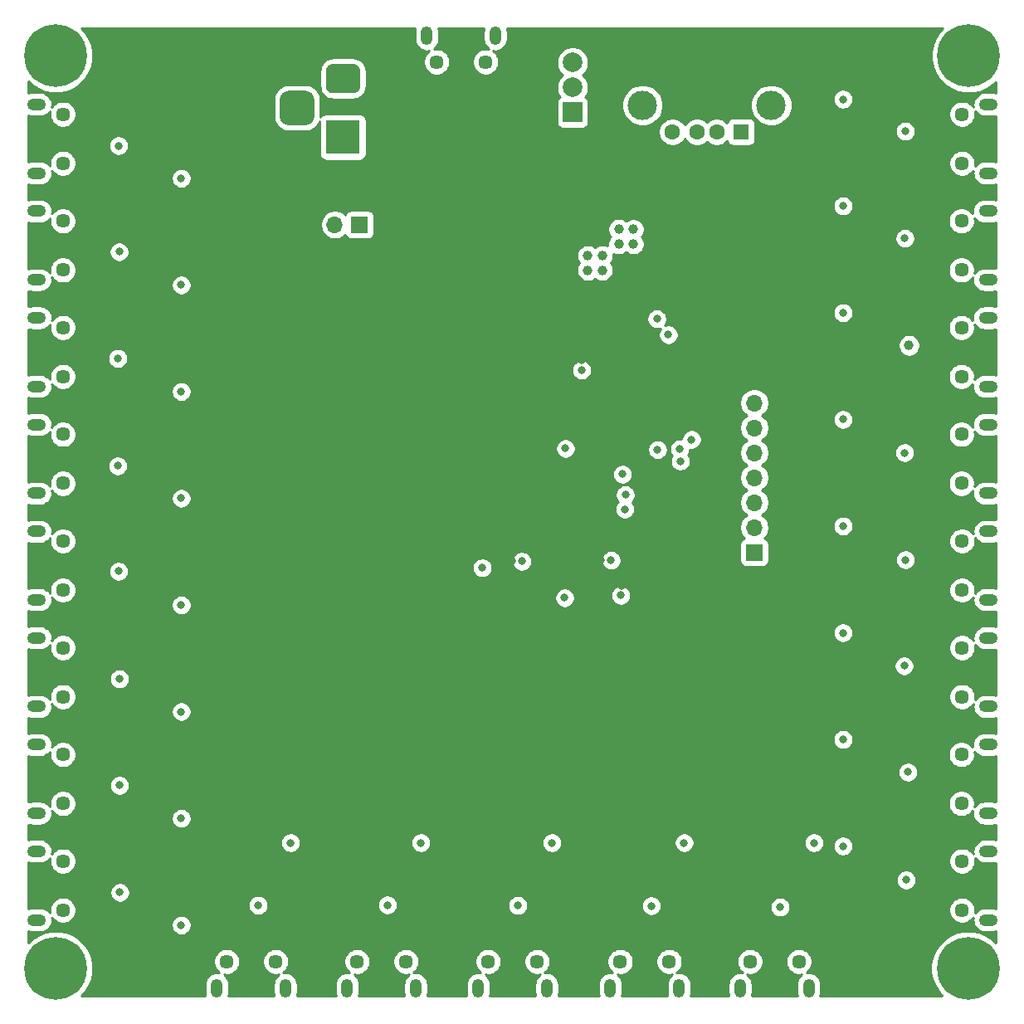
<source format=gbr>
G04 #@! TF.GenerationSoftware,KiCad,Pcbnew,5.1.5+dfsg1-2build2*
G04 #@! TF.CreationDate,2020-12-26T12:26:29-05:00*
G04 #@! TF.ProjectId,usb-solder,7573622d-736f-46c6-9465-722e6b696361,rev?*
G04 #@! TF.SameCoordinates,Original*
G04 #@! TF.FileFunction,Copper,L3,Inr*
G04 #@! TF.FilePolarity,Positive*
%FSLAX46Y46*%
G04 Gerber Fmt 4.6, Leading zero omitted, Abs format (unit mm)*
G04 Created by KiCad (PCBNEW 5.1.5+dfsg1-2build2) date 2020-12-26 12:26:29*
%MOMM*%
%LPD*%
G04 APERTURE LIST*
%ADD10R,3.500000X3.500000*%
%ADD11C,0.100000*%
%ADD12R,1.700000X1.700000*%
%ADD13O,1.700000X1.700000*%
%ADD14C,3.000000*%
%ADD15R,1.600000X1.600000*%
%ADD16C,1.600000*%
%ADD17O,1.900000X1.200000*%
%ADD18C,1.450000*%
%ADD19O,1.200000X1.900000*%
%ADD20R,2.000000X2.000000*%
%ADD21C,2.000000*%
%ADD22C,6.400000*%
%ADD23C,1.000000*%
%ADD24C,0.800000*%
%ADD25C,0.254000*%
G04 APERTURE END LIST*
D10*
X82753200Y-61772800D03*
G04 #@! TA.AperFunction,ViaPad*
D11*
G36*
X83826713Y-54276411D02*
G01*
X83899518Y-54287211D01*
X83970914Y-54305095D01*
X84040213Y-54329890D01*
X84106748Y-54361359D01*
X84169878Y-54399198D01*
X84228995Y-54443042D01*
X84283530Y-54492470D01*
X84332958Y-54547005D01*
X84376802Y-54606122D01*
X84414641Y-54669252D01*
X84446110Y-54735787D01*
X84470905Y-54805086D01*
X84488789Y-54876482D01*
X84499589Y-54949287D01*
X84503200Y-55022800D01*
X84503200Y-56522800D01*
X84499589Y-56596313D01*
X84488789Y-56669118D01*
X84470905Y-56740514D01*
X84446110Y-56809813D01*
X84414641Y-56876348D01*
X84376802Y-56939478D01*
X84332958Y-56998595D01*
X84283530Y-57053130D01*
X84228995Y-57102558D01*
X84169878Y-57146402D01*
X84106748Y-57184241D01*
X84040213Y-57215710D01*
X83970914Y-57240505D01*
X83899518Y-57258389D01*
X83826713Y-57269189D01*
X83753200Y-57272800D01*
X81753200Y-57272800D01*
X81679687Y-57269189D01*
X81606882Y-57258389D01*
X81535486Y-57240505D01*
X81466187Y-57215710D01*
X81399652Y-57184241D01*
X81336522Y-57146402D01*
X81277405Y-57102558D01*
X81222870Y-57053130D01*
X81173442Y-56998595D01*
X81129598Y-56939478D01*
X81091759Y-56876348D01*
X81060290Y-56809813D01*
X81035495Y-56740514D01*
X81017611Y-56669118D01*
X81006811Y-56596313D01*
X81003200Y-56522800D01*
X81003200Y-55022800D01*
X81006811Y-54949287D01*
X81017611Y-54876482D01*
X81035495Y-54805086D01*
X81060290Y-54735787D01*
X81091759Y-54669252D01*
X81129598Y-54606122D01*
X81173442Y-54547005D01*
X81222870Y-54492470D01*
X81277405Y-54443042D01*
X81336522Y-54399198D01*
X81399652Y-54361359D01*
X81466187Y-54329890D01*
X81535486Y-54305095D01*
X81606882Y-54287211D01*
X81679687Y-54276411D01*
X81753200Y-54272800D01*
X83753200Y-54272800D01*
X83826713Y-54276411D01*
G37*
G04 #@! TD.AperFunction*
G04 #@! TA.AperFunction,ViaPad*
G36*
X79013965Y-57027013D02*
G01*
X79098904Y-57039613D01*
X79182199Y-57060477D01*
X79263048Y-57089405D01*
X79340672Y-57126119D01*
X79414324Y-57170264D01*
X79483294Y-57221416D01*
X79546918Y-57279082D01*
X79604584Y-57342706D01*
X79655736Y-57411676D01*
X79699881Y-57485328D01*
X79736595Y-57562952D01*
X79765523Y-57643801D01*
X79786387Y-57727096D01*
X79798987Y-57812035D01*
X79803200Y-57897800D01*
X79803200Y-59647800D01*
X79798987Y-59733565D01*
X79786387Y-59818504D01*
X79765523Y-59901799D01*
X79736595Y-59982648D01*
X79699881Y-60060272D01*
X79655736Y-60133924D01*
X79604584Y-60202894D01*
X79546918Y-60266518D01*
X79483294Y-60324184D01*
X79414324Y-60375336D01*
X79340672Y-60419481D01*
X79263048Y-60456195D01*
X79182199Y-60485123D01*
X79098904Y-60505987D01*
X79013965Y-60518587D01*
X78928200Y-60522800D01*
X77178200Y-60522800D01*
X77092435Y-60518587D01*
X77007496Y-60505987D01*
X76924201Y-60485123D01*
X76843352Y-60456195D01*
X76765728Y-60419481D01*
X76692076Y-60375336D01*
X76623106Y-60324184D01*
X76559482Y-60266518D01*
X76501816Y-60202894D01*
X76450664Y-60133924D01*
X76406519Y-60060272D01*
X76369805Y-59982648D01*
X76340877Y-59901799D01*
X76320013Y-59818504D01*
X76307413Y-59733565D01*
X76303200Y-59647800D01*
X76303200Y-57897800D01*
X76307413Y-57812035D01*
X76320013Y-57727096D01*
X76340877Y-57643801D01*
X76369805Y-57562952D01*
X76406519Y-57485328D01*
X76450664Y-57411676D01*
X76501816Y-57342706D01*
X76559482Y-57279082D01*
X76623106Y-57221416D01*
X76692076Y-57170264D01*
X76765728Y-57126119D01*
X76843352Y-57089405D01*
X76924201Y-57060477D01*
X77007496Y-57039613D01*
X77092435Y-57027013D01*
X77178200Y-57022800D01*
X78928200Y-57022800D01*
X79013965Y-57027013D01*
G37*
G04 #@! TD.AperFunction*
D12*
X84455000Y-70688200D03*
D13*
X81915000Y-70688200D03*
D14*
X113297800Y-58504000D03*
X126437800Y-58504000D03*
D15*
X123367800Y-61214000D03*
D16*
X120867800Y-61214000D03*
X118867800Y-61214000D03*
X116367800Y-61214000D03*
D17*
X51478500Y-65425200D03*
X51478500Y-58425200D03*
D18*
X54178500Y-64425200D03*
X54178500Y-59425200D03*
X54178500Y-70310914D03*
X54178500Y-75310914D03*
D17*
X51478500Y-69310914D03*
X51478500Y-76310914D03*
D18*
X54178500Y-81196628D03*
X54178500Y-86196628D03*
D17*
X51478500Y-80196628D03*
X51478500Y-87196628D03*
D18*
X54178500Y-92082342D03*
X54178500Y-97082342D03*
D17*
X51478500Y-91082342D03*
X51478500Y-98082342D03*
D18*
X54178500Y-102968056D03*
X54178500Y-107968056D03*
D17*
X51478500Y-101968056D03*
X51478500Y-108968056D03*
D18*
X54178500Y-113853770D03*
X54178500Y-118853770D03*
D17*
X51478500Y-112853770D03*
X51478500Y-119853770D03*
X51478500Y-130739484D03*
X51478500Y-123739484D03*
D18*
X54178500Y-129739484D03*
X54178500Y-124739484D03*
X54178500Y-135625200D03*
X54178500Y-140625200D03*
D17*
X51478500Y-134625200D03*
X51478500Y-141625200D03*
D19*
X76872600Y-148578900D03*
X69872600Y-148578900D03*
D18*
X75872600Y-145878900D03*
X70872600Y-145878900D03*
D19*
X90172600Y-148578900D03*
X83172600Y-148578900D03*
D18*
X89172600Y-145878900D03*
X84172600Y-145878900D03*
D19*
X103542600Y-148578900D03*
X96542600Y-148578900D03*
D18*
X102542600Y-145878900D03*
X97542600Y-145878900D03*
D19*
X117022600Y-148578900D03*
X110022600Y-148578900D03*
D18*
X116022600Y-145878900D03*
X111022600Y-145878900D03*
D19*
X130272600Y-148578900D03*
X123272600Y-148578900D03*
D18*
X129272600Y-145878900D03*
X124272600Y-145878900D03*
D17*
X148597100Y-134625200D03*
X148597100Y-141625200D03*
D18*
X145897100Y-135625200D03*
X145897100Y-140625200D03*
D17*
X148557500Y-123739484D03*
X148557500Y-130739484D03*
D18*
X145857500Y-124739484D03*
X145857500Y-129739484D03*
X145897100Y-118853770D03*
X145897100Y-113853770D03*
D17*
X148597100Y-119853770D03*
X148597100Y-112853770D03*
X148597100Y-101968056D03*
X148597100Y-108968056D03*
D18*
X145897100Y-102968056D03*
X145897100Y-107968056D03*
X145857500Y-97082342D03*
X145857500Y-92082342D03*
D17*
X148557500Y-98082342D03*
X148557500Y-91082342D03*
D18*
X145857500Y-86196628D03*
X145857500Y-81196628D03*
D17*
X148557500Y-87196628D03*
X148557500Y-80196628D03*
X148557500Y-69310914D03*
X148557500Y-76310914D03*
D18*
X145857500Y-70310914D03*
X145857500Y-75310914D03*
X145897100Y-64425200D03*
X145897100Y-59425200D03*
D17*
X148597100Y-65425200D03*
X148597100Y-58425200D03*
D18*
X97292800Y-54091300D03*
X92292800Y-54091300D03*
D19*
X98292800Y-51391300D03*
X91292800Y-51391300D03*
D12*
X124714000Y-104114600D03*
D13*
X124714000Y-101574600D03*
X124714000Y-99034600D03*
X124714000Y-96494600D03*
X124714000Y-93954600D03*
X124714000Y-91414600D03*
X124714000Y-88874600D03*
D20*
X106172000Y-59232800D03*
D21*
X106172000Y-56692800D03*
X106172000Y-54152800D03*
D22*
X53441600Y-53441600D03*
X146583400Y-53441600D03*
X53441600Y-146558000D03*
X146532600Y-146558000D03*
D23*
X110880000Y-72660000D03*
X110880000Y-71160000D03*
X112380000Y-72660000D03*
X112380000Y-71170000D03*
X107710000Y-75340000D03*
X107710000Y-73840000D03*
X109210000Y-75340000D03*
X109210000Y-73850000D03*
D24*
X115951000Y-81915000D03*
X114782600Y-80289400D03*
X110109000Y-104927400D03*
X100999474Y-105029232D03*
X105443020Y-93525340D03*
X114833400Y-93644720D03*
X96964500Y-105702100D03*
X111088764Y-108514910D03*
X105364280Y-108755180D03*
X107098766Y-85529514D03*
D23*
X102320000Y-72600000D03*
X100820000Y-74090000D03*
X100820000Y-72590000D03*
X102320000Y-74090000D03*
X100910000Y-66080000D03*
X100910000Y-64580000D03*
X102410000Y-66080000D03*
X102410000Y-64590000D03*
D24*
X96017599Y-133762800D03*
X82647599Y-133762800D03*
X69347599Y-133762800D03*
X66236800Y-134100199D03*
X66236800Y-123214483D03*
X66236800Y-112328769D03*
X66236800Y-101443055D03*
X66236800Y-90557341D03*
X66236800Y-79671627D03*
X66236800Y-68785913D03*
X66236800Y-57900199D03*
X109497599Y-133762800D03*
X122747599Y-133762800D03*
X133756400Y-142150200D03*
X133756400Y-109813057D03*
X133756400Y-120378770D03*
X133756400Y-98607342D03*
X133756400Y-87721628D03*
X133756400Y-76835914D03*
X133756400Y-65950200D03*
X133756400Y-131264484D03*
X113182400Y-89001600D03*
X108381800Y-83032600D03*
X109042200Y-104952800D03*
X99999800Y-105003600D03*
X107777907Y-96354067D03*
X111127540Y-107515660D03*
X107130000Y-84530000D03*
X66236800Y-65950200D03*
X59842400Y-62636400D03*
X66236800Y-76835914D03*
X59918600Y-73456800D03*
X66236800Y-87721628D03*
X59766200Y-84328000D03*
X66236800Y-98607342D03*
X59766200Y-95300800D03*
X66236800Y-109493056D03*
X59842400Y-106045000D03*
X66236800Y-120378770D03*
X59944000Y-117043200D03*
X66236800Y-131264484D03*
X59944000Y-127889000D03*
X66236800Y-142150200D03*
X59969400Y-138811000D03*
X77397600Y-133762800D03*
X74091800Y-140131800D03*
X90697600Y-133762800D03*
X87274400Y-140106400D03*
X104067600Y-133762800D03*
X100584000Y-140157200D03*
X117547600Y-133762800D03*
X114198400Y-140182600D03*
X130797600Y-133762800D03*
X127355600Y-140309600D03*
X133756400Y-134100199D03*
X140208000Y-137541000D03*
X133756400Y-123214483D03*
X140385800Y-126542800D03*
X133756400Y-112328769D03*
X140004800Y-115697000D03*
X133756400Y-101443055D03*
X140131800Y-104876600D03*
X133756400Y-90557341D03*
X140055600Y-93954600D03*
X133756400Y-79671627D03*
D23*
X140500000Y-83000000D03*
D24*
X133756400Y-68785913D03*
X140081000Y-72085200D03*
X133756400Y-57900199D03*
X140106400Y-61163200D03*
X118320874Y-92610619D03*
X111259620Y-96154240D03*
X117111780Y-93578680D03*
X111551720Y-98244526D03*
X117170200Y-94818200D03*
X111504099Y-99715743D03*
D25*
G36*
X90075670Y-50799198D02*
G01*
X90057800Y-50980635D01*
X90057800Y-51801964D01*
X90075670Y-51983401D01*
X90146289Y-52216200D01*
X90260967Y-52430748D01*
X90415298Y-52618802D01*
X90603351Y-52773133D01*
X90817899Y-52887811D01*
X91050698Y-52958430D01*
X91292800Y-52982275D01*
X91534901Y-52958430D01*
X91544835Y-52955416D01*
X91425851Y-53034919D01*
X91236419Y-53224351D01*
X91087584Y-53447099D01*
X90985064Y-53694603D01*
X90932800Y-53957352D01*
X90932800Y-54225248D01*
X90985064Y-54487997D01*
X91087584Y-54735501D01*
X91236419Y-54958249D01*
X91425851Y-55147681D01*
X91648599Y-55296516D01*
X91896103Y-55399036D01*
X92158852Y-55451300D01*
X92426748Y-55451300D01*
X92689497Y-55399036D01*
X92937001Y-55296516D01*
X93159749Y-55147681D01*
X93349181Y-54958249D01*
X93498016Y-54735501D01*
X93600536Y-54487997D01*
X93652800Y-54225248D01*
X93652800Y-53957352D01*
X93600536Y-53694603D01*
X93498016Y-53447099D01*
X93349181Y-53224351D01*
X93159749Y-53034919D01*
X92937001Y-52886084D01*
X92689497Y-52783564D01*
X92426748Y-52731300D01*
X92158852Y-52731300D01*
X91993031Y-52764284D01*
X92170302Y-52618802D01*
X92324633Y-52430749D01*
X92439311Y-52216201D01*
X92509930Y-51983402D01*
X92527800Y-51801965D01*
X92527800Y-50980636D01*
X92509930Y-50799199D01*
X92467705Y-50660000D01*
X97117896Y-50660000D01*
X97075670Y-50799199D01*
X97057800Y-50980636D01*
X97057800Y-51801965D01*
X97075670Y-51983402D01*
X97146289Y-52216201D01*
X97260968Y-52430749D01*
X97415299Y-52618802D01*
X97592569Y-52764284D01*
X97426748Y-52731300D01*
X97158852Y-52731300D01*
X96896103Y-52783564D01*
X96648599Y-52886084D01*
X96425851Y-53034919D01*
X96236419Y-53224351D01*
X96087584Y-53447099D01*
X95985064Y-53694603D01*
X95932800Y-53957352D01*
X95932800Y-54225248D01*
X95985064Y-54487997D01*
X96087584Y-54735501D01*
X96236419Y-54958249D01*
X96425851Y-55147681D01*
X96648599Y-55296516D01*
X96896103Y-55399036D01*
X97158852Y-55451300D01*
X97426748Y-55451300D01*
X97689497Y-55399036D01*
X97937001Y-55296516D01*
X98159749Y-55147681D01*
X98349181Y-54958249D01*
X98498016Y-54735501D01*
X98600536Y-54487997D01*
X98652800Y-54225248D01*
X98652800Y-53957352D01*
X98600536Y-53694603D01*
X98498016Y-53447099D01*
X98349181Y-53224351D01*
X98159749Y-53034919D01*
X98040765Y-52955416D01*
X98050699Y-52958430D01*
X98292800Y-52982275D01*
X98534902Y-52958430D01*
X98767701Y-52887811D01*
X98982249Y-52773133D01*
X99170302Y-52618802D01*
X99324633Y-52430749D01*
X99439311Y-52216201D01*
X99509930Y-51983401D01*
X99527800Y-51801964D01*
X99527800Y-50980635D01*
X99509930Y-50799198D01*
X99467705Y-50660000D01*
X143941491Y-50660000D01*
X143604561Y-50996930D01*
X143184867Y-51625046D01*
X142895777Y-52322972D01*
X142748400Y-53063885D01*
X142748400Y-53819315D01*
X142895777Y-54560228D01*
X143184867Y-55258154D01*
X143604561Y-55886270D01*
X144138730Y-56420439D01*
X144766846Y-56840133D01*
X145464772Y-57129223D01*
X146205685Y-57276600D01*
X146961115Y-57276600D01*
X147702028Y-57129223D01*
X148399954Y-56840133D01*
X149028070Y-56420439D01*
X149340000Y-56108509D01*
X149340000Y-57253814D01*
X149189202Y-57208070D01*
X149007765Y-57190200D01*
X148186435Y-57190200D01*
X148004998Y-57208070D01*
X147772199Y-57278689D01*
X147557651Y-57393367D01*
X147369598Y-57547698D01*
X147215267Y-57735751D01*
X147100589Y-57950299D01*
X147029970Y-58183098D01*
X147006125Y-58425200D01*
X147029970Y-58667302D01*
X147032983Y-58677235D01*
X146953481Y-58558251D01*
X146764049Y-58368819D01*
X146541301Y-58219984D01*
X146293797Y-58117464D01*
X146031048Y-58065200D01*
X145763152Y-58065200D01*
X145500403Y-58117464D01*
X145252899Y-58219984D01*
X145030151Y-58368819D01*
X144840719Y-58558251D01*
X144691884Y-58780999D01*
X144589364Y-59028503D01*
X144537100Y-59291252D01*
X144537100Y-59559148D01*
X144589364Y-59821897D01*
X144691884Y-60069401D01*
X144840719Y-60292149D01*
X145030151Y-60481581D01*
X145252899Y-60630416D01*
X145500403Y-60732936D01*
X145763152Y-60785200D01*
X146031048Y-60785200D01*
X146293797Y-60732936D01*
X146541301Y-60630416D01*
X146764049Y-60481581D01*
X146953481Y-60292149D01*
X147102316Y-60069401D01*
X147204836Y-59821897D01*
X147257100Y-59559148D01*
X147257100Y-59291252D01*
X147224116Y-59125432D01*
X147369598Y-59302702D01*
X147557651Y-59457033D01*
X147772199Y-59571711D01*
X148004998Y-59642330D01*
X148186435Y-59660200D01*
X149007765Y-59660200D01*
X149189202Y-59642330D01*
X149340000Y-59596586D01*
X149340000Y-64253814D01*
X149189202Y-64208070D01*
X149007765Y-64190200D01*
X148186435Y-64190200D01*
X148004998Y-64208070D01*
X147772199Y-64278689D01*
X147557651Y-64393367D01*
X147369598Y-64547698D01*
X147224116Y-64724968D01*
X147257100Y-64559148D01*
X147257100Y-64291252D01*
X147204836Y-64028503D01*
X147102316Y-63780999D01*
X146953481Y-63558251D01*
X146764049Y-63368819D01*
X146541301Y-63219984D01*
X146293797Y-63117464D01*
X146031048Y-63065200D01*
X145763152Y-63065200D01*
X145500403Y-63117464D01*
X145252899Y-63219984D01*
X145030151Y-63368819D01*
X144840719Y-63558251D01*
X144691884Y-63780999D01*
X144589364Y-64028503D01*
X144537100Y-64291252D01*
X144537100Y-64559148D01*
X144589364Y-64821897D01*
X144691884Y-65069401D01*
X144840719Y-65292149D01*
X145030151Y-65481581D01*
X145252899Y-65630416D01*
X145500403Y-65732936D01*
X145763152Y-65785200D01*
X146031048Y-65785200D01*
X146293797Y-65732936D01*
X146541301Y-65630416D01*
X146764049Y-65481581D01*
X146953481Y-65292149D01*
X147032983Y-65173165D01*
X147029970Y-65183098D01*
X147006125Y-65425200D01*
X147029970Y-65667302D01*
X147100589Y-65900101D01*
X147215267Y-66114649D01*
X147369598Y-66302702D01*
X147557651Y-66457033D01*
X147772199Y-66571711D01*
X148004998Y-66642330D01*
X148186435Y-66660200D01*
X149007765Y-66660200D01*
X149189202Y-66642330D01*
X149340000Y-66596586D01*
X149340000Y-68151541D01*
X149149602Y-68093784D01*
X148968165Y-68075914D01*
X148146835Y-68075914D01*
X147965398Y-68093784D01*
X147732599Y-68164403D01*
X147518051Y-68279081D01*
X147329998Y-68433412D01*
X147175667Y-68621465D01*
X147060989Y-68836013D01*
X146990370Y-69068812D01*
X146966525Y-69310914D01*
X146990370Y-69553016D01*
X146993383Y-69562949D01*
X146913881Y-69443965D01*
X146724449Y-69254533D01*
X146501701Y-69105698D01*
X146254197Y-69003178D01*
X145991448Y-68950914D01*
X145723552Y-68950914D01*
X145460803Y-69003178D01*
X145213299Y-69105698D01*
X144990551Y-69254533D01*
X144801119Y-69443965D01*
X144652284Y-69666713D01*
X144549764Y-69914217D01*
X144497500Y-70176966D01*
X144497500Y-70444862D01*
X144549764Y-70707611D01*
X144652284Y-70955115D01*
X144801119Y-71177863D01*
X144990551Y-71367295D01*
X145213299Y-71516130D01*
X145460803Y-71618650D01*
X145723552Y-71670914D01*
X145991448Y-71670914D01*
X146254197Y-71618650D01*
X146501701Y-71516130D01*
X146724449Y-71367295D01*
X146913881Y-71177863D01*
X147062716Y-70955115D01*
X147165236Y-70707611D01*
X147217500Y-70444862D01*
X147217500Y-70176966D01*
X147184516Y-70011146D01*
X147329998Y-70188416D01*
X147518051Y-70342747D01*
X147732599Y-70457425D01*
X147965398Y-70528044D01*
X148146835Y-70545914D01*
X148968165Y-70545914D01*
X149149602Y-70528044D01*
X149340000Y-70470287D01*
X149340000Y-75151541D01*
X149149602Y-75093784D01*
X148968165Y-75075914D01*
X148146835Y-75075914D01*
X147965398Y-75093784D01*
X147732599Y-75164403D01*
X147518051Y-75279081D01*
X147329998Y-75433412D01*
X147184516Y-75610682D01*
X147217500Y-75444862D01*
X147217500Y-75176966D01*
X147165236Y-74914217D01*
X147062716Y-74666713D01*
X146913881Y-74443965D01*
X146724449Y-74254533D01*
X146501701Y-74105698D01*
X146254197Y-74003178D01*
X145991448Y-73950914D01*
X145723552Y-73950914D01*
X145460803Y-74003178D01*
X145213299Y-74105698D01*
X144990551Y-74254533D01*
X144801119Y-74443965D01*
X144652284Y-74666713D01*
X144549764Y-74914217D01*
X144497500Y-75176966D01*
X144497500Y-75444862D01*
X144549764Y-75707611D01*
X144652284Y-75955115D01*
X144801119Y-76177863D01*
X144990551Y-76367295D01*
X145213299Y-76516130D01*
X145460803Y-76618650D01*
X145723552Y-76670914D01*
X145991448Y-76670914D01*
X146254197Y-76618650D01*
X146501701Y-76516130D01*
X146724449Y-76367295D01*
X146913881Y-76177863D01*
X146993383Y-76058879D01*
X146990370Y-76068812D01*
X146966525Y-76310914D01*
X146990370Y-76553016D01*
X147060989Y-76785815D01*
X147175667Y-77000363D01*
X147329998Y-77188416D01*
X147518051Y-77342747D01*
X147732599Y-77457425D01*
X147965398Y-77528044D01*
X148146835Y-77545914D01*
X148968165Y-77545914D01*
X149149602Y-77528044D01*
X149340000Y-77470287D01*
X149340000Y-79037255D01*
X149149602Y-78979498D01*
X148968165Y-78961628D01*
X148146835Y-78961628D01*
X147965398Y-78979498D01*
X147732599Y-79050117D01*
X147518051Y-79164795D01*
X147329998Y-79319126D01*
X147175667Y-79507179D01*
X147060989Y-79721727D01*
X146990370Y-79954526D01*
X146966525Y-80196628D01*
X146990370Y-80438730D01*
X146993383Y-80448663D01*
X146913881Y-80329679D01*
X146724449Y-80140247D01*
X146501701Y-79991412D01*
X146254197Y-79888892D01*
X145991448Y-79836628D01*
X145723552Y-79836628D01*
X145460803Y-79888892D01*
X145213299Y-79991412D01*
X144990551Y-80140247D01*
X144801119Y-80329679D01*
X144652284Y-80552427D01*
X144549764Y-80799931D01*
X144497500Y-81062680D01*
X144497500Y-81330576D01*
X144549764Y-81593325D01*
X144652284Y-81840829D01*
X144801119Y-82063577D01*
X144990551Y-82253009D01*
X145213299Y-82401844D01*
X145460803Y-82504364D01*
X145723552Y-82556628D01*
X145991448Y-82556628D01*
X146254197Y-82504364D01*
X146501701Y-82401844D01*
X146724449Y-82253009D01*
X146913881Y-82063577D01*
X147062716Y-81840829D01*
X147165236Y-81593325D01*
X147217500Y-81330576D01*
X147217500Y-81062680D01*
X147184516Y-80896860D01*
X147329998Y-81074130D01*
X147518051Y-81228461D01*
X147732599Y-81343139D01*
X147965398Y-81413758D01*
X148146835Y-81431628D01*
X148968165Y-81431628D01*
X149149602Y-81413758D01*
X149340000Y-81356001D01*
X149340000Y-86037255D01*
X149149602Y-85979498D01*
X148968165Y-85961628D01*
X148146835Y-85961628D01*
X147965398Y-85979498D01*
X147732599Y-86050117D01*
X147518051Y-86164795D01*
X147329998Y-86319126D01*
X147184516Y-86496396D01*
X147217500Y-86330576D01*
X147217500Y-86062680D01*
X147165236Y-85799931D01*
X147062716Y-85552427D01*
X146913881Y-85329679D01*
X146724449Y-85140247D01*
X146501701Y-84991412D01*
X146254197Y-84888892D01*
X145991448Y-84836628D01*
X145723552Y-84836628D01*
X145460803Y-84888892D01*
X145213299Y-84991412D01*
X144990551Y-85140247D01*
X144801119Y-85329679D01*
X144652284Y-85552427D01*
X144549764Y-85799931D01*
X144497500Y-86062680D01*
X144497500Y-86330576D01*
X144549764Y-86593325D01*
X144652284Y-86840829D01*
X144801119Y-87063577D01*
X144990551Y-87253009D01*
X145213299Y-87401844D01*
X145460803Y-87504364D01*
X145723552Y-87556628D01*
X145991448Y-87556628D01*
X146254197Y-87504364D01*
X146501701Y-87401844D01*
X146724449Y-87253009D01*
X146913881Y-87063577D01*
X146993383Y-86944593D01*
X146990370Y-86954526D01*
X146966525Y-87196628D01*
X146990370Y-87438730D01*
X147060989Y-87671529D01*
X147175667Y-87886077D01*
X147329998Y-88074130D01*
X147518051Y-88228461D01*
X147732599Y-88343139D01*
X147965398Y-88413758D01*
X148146835Y-88431628D01*
X148968165Y-88431628D01*
X149149602Y-88413758D01*
X149340000Y-88356001D01*
X149340000Y-89922969D01*
X149149602Y-89865212D01*
X148968165Y-89847342D01*
X148146835Y-89847342D01*
X147965398Y-89865212D01*
X147732599Y-89935831D01*
X147518051Y-90050509D01*
X147329998Y-90204840D01*
X147175667Y-90392893D01*
X147060989Y-90607441D01*
X146990370Y-90840240D01*
X146966525Y-91082342D01*
X146990370Y-91324444D01*
X146993383Y-91334377D01*
X146913881Y-91215393D01*
X146724449Y-91025961D01*
X146501701Y-90877126D01*
X146254197Y-90774606D01*
X145991448Y-90722342D01*
X145723552Y-90722342D01*
X145460803Y-90774606D01*
X145213299Y-90877126D01*
X144990551Y-91025961D01*
X144801119Y-91215393D01*
X144652284Y-91438141D01*
X144549764Y-91685645D01*
X144497500Y-91948394D01*
X144497500Y-92216290D01*
X144549764Y-92479039D01*
X144652284Y-92726543D01*
X144801119Y-92949291D01*
X144990551Y-93138723D01*
X145213299Y-93287558D01*
X145460803Y-93390078D01*
X145723552Y-93442342D01*
X145991448Y-93442342D01*
X146254197Y-93390078D01*
X146501701Y-93287558D01*
X146724449Y-93138723D01*
X146913881Y-92949291D01*
X147062716Y-92726543D01*
X147165236Y-92479039D01*
X147217500Y-92216290D01*
X147217500Y-91948394D01*
X147184516Y-91782574D01*
X147329998Y-91959844D01*
X147518051Y-92114175D01*
X147732599Y-92228853D01*
X147965398Y-92299472D01*
X148146835Y-92317342D01*
X148968165Y-92317342D01*
X149149602Y-92299472D01*
X149340000Y-92241715D01*
X149340000Y-96922969D01*
X149149602Y-96865212D01*
X148968165Y-96847342D01*
X148146835Y-96847342D01*
X147965398Y-96865212D01*
X147732599Y-96935831D01*
X147518051Y-97050509D01*
X147329998Y-97204840D01*
X147184516Y-97382110D01*
X147217500Y-97216290D01*
X147217500Y-96948394D01*
X147165236Y-96685645D01*
X147062716Y-96438141D01*
X146913881Y-96215393D01*
X146724449Y-96025961D01*
X146501701Y-95877126D01*
X146254197Y-95774606D01*
X145991448Y-95722342D01*
X145723552Y-95722342D01*
X145460803Y-95774606D01*
X145213299Y-95877126D01*
X144990551Y-96025961D01*
X144801119Y-96215393D01*
X144652284Y-96438141D01*
X144549764Y-96685645D01*
X144497500Y-96948394D01*
X144497500Y-97216290D01*
X144549764Y-97479039D01*
X144652284Y-97726543D01*
X144801119Y-97949291D01*
X144990551Y-98138723D01*
X145213299Y-98287558D01*
X145460803Y-98390078D01*
X145723552Y-98442342D01*
X145991448Y-98442342D01*
X146254197Y-98390078D01*
X146501701Y-98287558D01*
X146724449Y-98138723D01*
X146913881Y-97949291D01*
X146993383Y-97830307D01*
X146990370Y-97840240D01*
X146966525Y-98082342D01*
X146990370Y-98324444D01*
X147060989Y-98557243D01*
X147175667Y-98771791D01*
X147329998Y-98959844D01*
X147518051Y-99114175D01*
X147732599Y-99228853D01*
X147965398Y-99299472D01*
X148146835Y-99317342D01*
X148968165Y-99317342D01*
X149149602Y-99299472D01*
X149340000Y-99241715D01*
X149340001Y-100796670D01*
X149189202Y-100750926D01*
X149007765Y-100733056D01*
X148186435Y-100733056D01*
X148004998Y-100750926D01*
X147772199Y-100821545D01*
X147557651Y-100936223D01*
X147369598Y-101090554D01*
X147215267Y-101278607D01*
X147100589Y-101493155D01*
X147029970Y-101725954D01*
X147006125Y-101968056D01*
X147029970Y-102210158D01*
X147032983Y-102220091D01*
X146953481Y-102101107D01*
X146764049Y-101911675D01*
X146541301Y-101762840D01*
X146293797Y-101660320D01*
X146031048Y-101608056D01*
X145763152Y-101608056D01*
X145500403Y-101660320D01*
X145252899Y-101762840D01*
X145030151Y-101911675D01*
X144840719Y-102101107D01*
X144691884Y-102323855D01*
X144589364Y-102571359D01*
X144537100Y-102834108D01*
X144537100Y-103102004D01*
X144589364Y-103364753D01*
X144691884Y-103612257D01*
X144840719Y-103835005D01*
X145030151Y-104024437D01*
X145252899Y-104173272D01*
X145500403Y-104275792D01*
X145763152Y-104328056D01*
X146031048Y-104328056D01*
X146293797Y-104275792D01*
X146541301Y-104173272D01*
X146764049Y-104024437D01*
X146953481Y-103835005D01*
X147102316Y-103612257D01*
X147204836Y-103364753D01*
X147257100Y-103102004D01*
X147257100Y-102834108D01*
X147224116Y-102668288D01*
X147369598Y-102845558D01*
X147557651Y-102999889D01*
X147772199Y-103114567D01*
X148004998Y-103185186D01*
X148186435Y-103203056D01*
X149007765Y-103203056D01*
X149189202Y-103185186D01*
X149340001Y-103139442D01*
X149340001Y-107796670D01*
X149189202Y-107750926D01*
X149007765Y-107733056D01*
X148186435Y-107733056D01*
X148004998Y-107750926D01*
X147772199Y-107821545D01*
X147557651Y-107936223D01*
X147369598Y-108090554D01*
X147224116Y-108267824D01*
X147257100Y-108102004D01*
X147257100Y-107834108D01*
X147204836Y-107571359D01*
X147102316Y-107323855D01*
X146953481Y-107101107D01*
X146764049Y-106911675D01*
X146541301Y-106762840D01*
X146293797Y-106660320D01*
X146031048Y-106608056D01*
X145763152Y-106608056D01*
X145500403Y-106660320D01*
X145252899Y-106762840D01*
X145030151Y-106911675D01*
X144840719Y-107101107D01*
X144691884Y-107323855D01*
X144589364Y-107571359D01*
X144537100Y-107834108D01*
X144537100Y-108102004D01*
X144589364Y-108364753D01*
X144691884Y-108612257D01*
X144840719Y-108835005D01*
X145030151Y-109024437D01*
X145252899Y-109173272D01*
X145500403Y-109275792D01*
X145763152Y-109328056D01*
X146031048Y-109328056D01*
X146293797Y-109275792D01*
X146541301Y-109173272D01*
X146764049Y-109024437D01*
X146953481Y-108835005D01*
X147032983Y-108716021D01*
X147029970Y-108725954D01*
X147006125Y-108968056D01*
X147029970Y-109210158D01*
X147100589Y-109442957D01*
X147215267Y-109657505D01*
X147369598Y-109845558D01*
X147557651Y-109999889D01*
X147772199Y-110114567D01*
X148004998Y-110185186D01*
X148186435Y-110203056D01*
X149007765Y-110203056D01*
X149189202Y-110185186D01*
X149340001Y-110139442D01*
X149340001Y-111682384D01*
X149189202Y-111636640D01*
X149007765Y-111618770D01*
X148186435Y-111618770D01*
X148004998Y-111636640D01*
X147772199Y-111707259D01*
X147557651Y-111821937D01*
X147369598Y-111976268D01*
X147215267Y-112164321D01*
X147100589Y-112378869D01*
X147029970Y-112611668D01*
X147006125Y-112853770D01*
X147029970Y-113095872D01*
X147032983Y-113105805D01*
X146953481Y-112986821D01*
X146764049Y-112797389D01*
X146541301Y-112648554D01*
X146293797Y-112546034D01*
X146031048Y-112493770D01*
X145763152Y-112493770D01*
X145500403Y-112546034D01*
X145252899Y-112648554D01*
X145030151Y-112797389D01*
X144840719Y-112986821D01*
X144691884Y-113209569D01*
X144589364Y-113457073D01*
X144537100Y-113719822D01*
X144537100Y-113987718D01*
X144589364Y-114250467D01*
X144691884Y-114497971D01*
X144840719Y-114720719D01*
X145030151Y-114910151D01*
X145252899Y-115058986D01*
X145500403Y-115161506D01*
X145763152Y-115213770D01*
X146031048Y-115213770D01*
X146293797Y-115161506D01*
X146541301Y-115058986D01*
X146764049Y-114910151D01*
X146953481Y-114720719D01*
X147102316Y-114497971D01*
X147204836Y-114250467D01*
X147257100Y-113987718D01*
X147257100Y-113719822D01*
X147224116Y-113554002D01*
X147369598Y-113731272D01*
X147557651Y-113885603D01*
X147772199Y-114000281D01*
X148004998Y-114070900D01*
X148186435Y-114088770D01*
X149007765Y-114088770D01*
X149189202Y-114070900D01*
X149340001Y-114025156D01*
X149340001Y-118682384D01*
X149189202Y-118636640D01*
X149007765Y-118618770D01*
X148186435Y-118618770D01*
X148004998Y-118636640D01*
X147772199Y-118707259D01*
X147557651Y-118821937D01*
X147369598Y-118976268D01*
X147224116Y-119153538D01*
X147257100Y-118987718D01*
X147257100Y-118719822D01*
X147204836Y-118457073D01*
X147102316Y-118209569D01*
X146953481Y-117986821D01*
X146764049Y-117797389D01*
X146541301Y-117648554D01*
X146293797Y-117546034D01*
X146031048Y-117493770D01*
X145763152Y-117493770D01*
X145500403Y-117546034D01*
X145252899Y-117648554D01*
X145030151Y-117797389D01*
X144840719Y-117986821D01*
X144691884Y-118209569D01*
X144589364Y-118457073D01*
X144537100Y-118719822D01*
X144537100Y-118987718D01*
X144589364Y-119250467D01*
X144691884Y-119497971D01*
X144840719Y-119720719D01*
X145030151Y-119910151D01*
X145252899Y-120058986D01*
X145500403Y-120161506D01*
X145763152Y-120213770D01*
X146031048Y-120213770D01*
X146293797Y-120161506D01*
X146541301Y-120058986D01*
X146764049Y-119910151D01*
X146953481Y-119720719D01*
X147032983Y-119601735D01*
X147029970Y-119611668D01*
X147006125Y-119853770D01*
X147029970Y-120095872D01*
X147100589Y-120328671D01*
X147215267Y-120543219D01*
X147369598Y-120731272D01*
X147557651Y-120885603D01*
X147772199Y-121000281D01*
X148004998Y-121070900D01*
X148186435Y-121088770D01*
X149007765Y-121088770D01*
X149189202Y-121070900D01*
X149340001Y-121025156D01*
X149340001Y-122580111D01*
X149149602Y-122522354D01*
X148968165Y-122504484D01*
X148146835Y-122504484D01*
X147965398Y-122522354D01*
X147732599Y-122592973D01*
X147518051Y-122707651D01*
X147329998Y-122861982D01*
X147175667Y-123050035D01*
X147060989Y-123264583D01*
X146990370Y-123497382D01*
X146966525Y-123739484D01*
X146990370Y-123981586D01*
X146993383Y-123991519D01*
X146913881Y-123872535D01*
X146724449Y-123683103D01*
X146501701Y-123534268D01*
X146254197Y-123431748D01*
X145991448Y-123379484D01*
X145723552Y-123379484D01*
X145460803Y-123431748D01*
X145213299Y-123534268D01*
X144990551Y-123683103D01*
X144801119Y-123872535D01*
X144652284Y-124095283D01*
X144549764Y-124342787D01*
X144497500Y-124605536D01*
X144497500Y-124873432D01*
X144549764Y-125136181D01*
X144652284Y-125383685D01*
X144801119Y-125606433D01*
X144990551Y-125795865D01*
X145213299Y-125944700D01*
X145460803Y-126047220D01*
X145723552Y-126099484D01*
X145991448Y-126099484D01*
X146254197Y-126047220D01*
X146501701Y-125944700D01*
X146724449Y-125795865D01*
X146913881Y-125606433D01*
X147062716Y-125383685D01*
X147165236Y-125136181D01*
X147217500Y-124873432D01*
X147217500Y-124605536D01*
X147184516Y-124439716D01*
X147329998Y-124616986D01*
X147518051Y-124771317D01*
X147732599Y-124885995D01*
X147965398Y-124956614D01*
X148146835Y-124974484D01*
X148968165Y-124974484D01*
X149149602Y-124956614D01*
X149340001Y-124898857D01*
X149340001Y-129580111D01*
X149149602Y-129522354D01*
X148968165Y-129504484D01*
X148146835Y-129504484D01*
X147965398Y-129522354D01*
X147732599Y-129592973D01*
X147518051Y-129707651D01*
X147329998Y-129861982D01*
X147184516Y-130039252D01*
X147217500Y-129873432D01*
X147217500Y-129605536D01*
X147165236Y-129342787D01*
X147062716Y-129095283D01*
X146913881Y-128872535D01*
X146724449Y-128683103D01*
X146501701Y-128534268D01*
X146254197Y-128431748D01*
X145991448Y-128379484D01*
X145723552Y-128379484D01*
X145460803Y-128431748D01*
X145213299Y-128534268D01*
X144990551Y-128683103D01*
X144801119Y-128872535D01*
X144652284Y-129095283D01*
X144549764Y-129342787D01*
X144497500Y-129605536D01*
X144497500Y-129873432D01*
X144549764Y-130136181D01*
X144652284Y-130383685D01*
X144801119Y-130606433D01*
X144990551Y-130795865D01*
X145213299Y-130944700D01*
X145460803Y-131047220D01*
X145723552Y-131099484D01*
X145991448Y-131099484D01*
X146254197Y-131047220D01*
X146501701Y-130944700D01*
X146724449Y-130795865D01*
X146913881Y-130606433D01*
X146993383Y-130487449D01*
X146990370Y-130497382D01*
X146966525Y-130739484D01*
X146990370Y-130981586D01*
X147060989Y-131214385D01*
X147175667Y-131428933D01*
X147329998Y-131616986D01*
X147518051Y-131771317D01*
X147732599Y-131885995D01*
X147965398Y-131956614D01*
X148146835Y-131974484D01*
X148968165Y-131974484D01*
X149149602Y-131956614D01*
X149340001Y-131898857D01*
X149340001Y-133453814D01*
X149189202Y-133408070D01*
X149007765Y-133390200D01*
X148186435Y-133390200D01*
X148004998Y-133408070D01*
X147772199Y-133478689D01*
X147557651Y-133593367D01*
X147369598Y-133747698D01*
X147215267Y-133935751D01*
X147100589Y-134150299D01*
X147029970Y-134383098D01*
X147006125Y-134625200D01*
X147029970Y-134867302D01*
X147032983Y-134877235D01*
X146953481Y-134758251D01*
X146764049Y-134568819D01*
X146541301Y-134419984D01*
X146293797Y-134317464D01*
X146031048Y-134265200D01*
X145763152Y-134265200D01*
X145500403Y-134317464D01*
X145252899Y-134419984D01*
X145030151Y-134568819D01*
X144840719Y-134758251D01*
X144691884Y-134980999D01*
X144589364Y-135228503D01*
X144537100Y-135491252D01*
X144537100Y-135759148D01*
X144589364Y-136021897D01*
X144691884Y-136269401D01*
X144840719Y-136492149D01*
X145030151Y-136681581D01*
X145252899Y-136830416D01*
X145500403Y-136932936D01*
X145763152Y-136985200D01*
X146031048Y-136985200D01*
X146293797Y-136932936D01*
X146541301Y-136830416D01*
X146764049Y-136681581D01*
X146953481Y-136492149D01*
X147102316Y-136269401D01*
X147204836Y-136021897D01*
X147257100Y-135759148D01*
X147257100Y-135491252D01*
X147224116Y-135325432D01*
X147369598Y-135502702D01*
X147557651Y-135657033D01*
X147772199Y-135771711D01*
X148004998Y-135842330D01*
X148186435Y-135860200D01*
X149007765Y-135860200D01*
X149189202Y-135842330D01*
X149340001Y-135796586D01*
X149340001Y-140453814D01*
X149189202Y-140408070D01*
X149007765Y-140390200D01*
X148186435Y-140390200D01*
X148004998Y-140408070D01*
X147772199Y-140478689D01*
X147557651Y-140593367D01*
X147369598Y-140747698D01*
X147224116Y-140924968D01*
X147257100Y-140759148D01*
X147257100Y-140491252D01*
X147204836Y-140228503D01*
X147102316Y-139980999D01*
X146953481Y-139758251D01*
X146764049Y-139568819D01*
X146541301Y-139419984D01*
X146293797Y-139317464D01*
X146031048Y-139265200D01*
X145763152Y-139265200D01*
X145500403Y-139317464D01*
X145252899Y-139419984D01*
X145030151Y-139568819D01*
X144840719Y-139758251D01*
X144691884Y-139980999D01*
X144589364Y-140228503D01*
X144537100Y-140491252D01*
X144537100Y-140759148D01*
X144589364Y-141021897D01*
X144691884Y-141269401D01*
X144840719Y-141492149D01*
X145030151Y-141681581D01*
X145252899Y-141830416D01*
X145500403Y-141932936D01*
X145763152Y-141985200D01*
X146031048Y-141985200D01*
X146293797Y-141932936D01*
X146541301Y-141830416D01*
X146764049Y-141681581D01*
X146953481Y-141492149D01*
X147032983Y-141373165D01*
X147029970Y-141383098D01*
X147006125Y-141625200D01*
X147029970Y-141867302D01*
X147100589Y-142100101D01*
X147215267Y-142314649D01*
X147369598Y-142502702D01*
X147557651Y-142657033D01*
X147772199Y-142771711D01*
X148004998Y-142842330D01*
X148186435Y-142860200D01*
X149007765Y-142860200D01*
X149189202Y-142842330D01*
X149340001Y-142796586D01*
X149340001Y-143941892D01*
X148977270Y-143579161D01*
X148349154Y-143159467D01*
X147651228Y-142870377D01*
X146910315Y-142723000D01*
X146154885Y-142723000D01*
X145413972Y-142870377D01*
X144716046Y-143159467D01*
X144087930Y-143579161D01*
X143553761Y-144113330D01*
X143134067Y-144741446D01*
X142844977Y-145439372D01*
X142697600Y-146180285D01*
X142697600Y-146935715D01*
X142844977Y-147676628D01*
X143134067Y-148374554D01*
X143553761Y-149002670D01*
X143891091Y-149340000D01*
X131438465Y-149340000D01*
X131489730Y-149171001D01*
X131507600Y-148989564D01*
X131507600Y-148168235D01*
X131489730Y-147986798D01*
X131419111Y-147753999D01*
X131304433Y-147539451D01*
X131150102Y-147351398D01*
X130962048Y-147197067D01*
X130747500Y-147082389D01*
X130514701Y-147011770D01*
X130272600Y-146987925D01*
X130030498Y-147011770D01*
X130020565Y-147014783D01*
X130139549Y-146935281D01*
X130328981Y-146745849D01*
X130477816Y-146523101D01*
X130580336Y-146275597D01*
X130632600Y-146012848D01*
X130632600Y-145744952D01*
X130580336Y-145482203D01*
X130477816Y-145234699D01*
X130328981Y-145011951D01*
X130139549Y-144822519D01*
X129916801Y-144673684D01*
X129669297Y-144571164D01*
X129406548Y-144518900D01*
X129138652Y-144518900D01*
X128875903Y-144571164D01*
X128628399Y-144673684D01*
X128405651Y-144822519D01*
X128216219Y-145011951D01*
X128067384Y-145234699D01*
X127964864Y-145482203D01*
X127912600Y-145744952D01*
X127912600Y-146012848D01*
X127964864Y-146275597D01*
X128067384Y-146523101D01*
X128216219Y-146745849D01*
X128405651Y-146935281D01*
X128628399Y-147084116D01*
X128875903Y-147186636D01*
X129138652Y-147238900D01*
X129406548Y-147238900D01*
X129572368Y-147205916D01*
X129395098Y-147351398D01*
X129240767Y-147539452D01*
X129126089Y-147754000D01*
X129055470Y-147986799D01*
X129037600Y-148168236D01*
X129037600Y-148989565D01*
X129055470Y-149171002D01*
X129106735Y-149340000D01*
X124438465Y-149340000D01*
X124489730Y-149171002D01*
X124507600Y-148989565D01*
X124507600Y-148168236D01*
X124489730Y-147986799D01*
X124419111Y-147753999D01*
X124304433Y-147539451D01*
X124150102Y-147351398D01*
X123972832Y-147205916D01*
X124138652Y-147238900D01*
X124406548Y-147238900D01*
X124669297Y-147186636D01*
X124916801Y-147084116D01*
X125139549Y-146935281D01*
X125328981Y-146745849D01*
X125477816Y-146523101D01*
X125580336Y-146275597D01*
X125632600Y-146012848D01*
X125632600Y-145744952D01*
X125580336Y-145482203D01*
X125477816Y-145234699D01*
X125328981Y-145011951D01*
X125139549Y-144822519D01*
X124916801Y-144673684D01*
X124669297Y-144571164D01*
X124406548Y-144518900D01*
X124138652Y-144518900D01*
X123875903Y-144571164D01*
X123628399Y-144673684D01*
X123405651Y-144822519D01*
X123216219Y-145011951D01*
X123067384Y-145234699D01*
X122964864Y-145482203D01*
X122912600Y-145744952D01*
X122912600Y-146012848D01*
X122964864Y-146275597D01*
X123067384Y-146523101D01*
X123216219Y-146745849D01*
X123405651Y-146935281D01*
X123524635Y-147014783D01*
X123514702Y-147011770D01*
X123272600Y-146987925D01*
X123030499Y-147011770D01*
X122797700Y-147082389D01*
X122583152Y-147197067D01*
X122395099Y-147351398D01*
X122240768Y-147539451D01*
X122126089Y-147753999D01*
X122055470Y-147986798D01*
X122037600Y-148168235D01*
X122037600Y-148989564D01*
X122055470Y-149171001D01*
X122106735Y-149340000D01*
X118188465Y-149340000D01*
X118239730Y-149171001D01*
X118257600Y-148989564D01*
X118257600Y-148168235D01*
X118239730Y-147986798D01*
X118169111Y-147753999D01*
X118054433Y-147539451D01*
X117900102Y-147351398D01*
X117712048Y-147197067D01*
X117497500Y-147082389D01*
X117264701Y-147011770D01*
X117022600Y-146987925D01*
X116780498Y-147011770D01*
X116770565Y-147014783D01*
X116889549Y-146935281D01*
X117078981Y-146745849D01*
X117227816Y-146523101D01*
X117330336Y-146275597D01*
X117382600Y-146012848D01*
X117382600Y-145744952D01*
X117330336Y-145482203D01*
X117227816Y-145234699D01*
X117078981Y-145011951D01*
X116889549Y-144822519D01*
X116666801Y-144673684D01*
X116419297Y-144571164D01*
X116156548Y-144518900D01*
X115888652Y-144518900D01*
X115625903Y-144571164D01*
X115378399Y-144673684D01*
X115155651Y-144822519D01*
X114966219Y-145011951D01*
X114817384Y-145234699D01*
X114714864Y-145482203D01*
X114662600Y-145744952D01*
X114662600Y-146012848D01*
X114714864Y-146275597D01*
X114817384Y-146523101D01*
X114966219Y-146745849D01*
X115155651Y-146935281D01*
X115378399Y-147084116D01*
X115625903Y-147186636D01*
X115888652Y-147238900D01*
X116156548Y-147238900D01*
X116322368Y-147205916D01*
X116145098Y-147351398D01*
X115990767Y-147539452D01*
X115876089Y-147754000D01*
X115805470Y-147986799D01*
X115787600Y-148168236D01*
X115787600Y-148989565D01*
X115805470Y-149171002D01*
X115856735Y-149340000D01*
X111188465Y-149340000D01*
X111239730Y-149171002D01*
X111257600Y-148989565D01*
X111257600Y-148168236D01*
X111239730Y-147986799D01*
X111169111Y-147753999D01*
X111054433Y-147539451D01*
X110900102Y-147351398D01*
X110722832Y-147205916D01*
X110888652Y-147238900D01*
X111156548Y-147238900D01*
X111419297Y-147186636D01*
X111666801Y-147084116D01*
X111889549Y-146935281D01*
X112078981Y-146745849D01*
X112227816Y-146523101D01*
X112330336Y-146275597D01*
X112382600Y-146012848D01*
X112382600Y-145744952D01*
X112330336Y-145482203D01*
X112227816Y-145234699D01*
X112078981Y-145011951D01*
X111889549Y-144822519D01*
X111666801Y-144673684D01*
X111419297Y-144571164D01*
X111156548Y-144518900D01*
X110888652Y-144518900D01*
X110625903Y-144571164D01*
X110378399Y-144673684D01*
X110155651Y-144822519D01*
X109966219Y-145011951D01*
X109817384Y-145234699D01*
X109714864Y-145482203D01*
X109662600Y-145744952D01*
X109662600Y-146012848D01*
X109714864Y-146275597D01*
X109817384Y-146523101D01*
X109966219Y-146745849D01*
X110155651Y-146935281D01*
X110274635Y-147014783D01*
X110264702Y-147011770D01*
X110022600Y-146987925D01*
X109780499Y-147011770D01*
X109547700Y-147082389D01*
X109333152Y-147197067D01*
X109145099Y-147351398D01*
X108990768Y-147539451D01*
X108876089Y-147753999D01*
X108805470Y-147986798D01*
X108787600Y-148168235D01*
X108787600Y-148989564D01*
X108805470Y-149171001D01*
X108856735Y-149340000D01*
X104708465Y-149340000D01*
X104759730Y-149171001D01*
X104777600Y-148989564D01*
X104777600Y-148168235D01*
X104759730Y-147986798D01*
X104689111Y-147753999D01*
X104574433Y-147539451D01*
X104420102Y-147351398D01*
X104232048Y-147197067D01*
X104017500Y-147082389D01*
X103784701Y-147011770D01*
X103542600Y-146987925D01*
X103300498Y-147011770D01*
X103290565Y-147014783D01*
X103409549Y-146935281D01*
X103598981Y-146745849D01*
X103747816Y-146523101D01*
X103850336Y-146275597D01*
X103902600Y-146012848D01*
X103902600Y-145744952D01*
X103850336Y-145482203D01*
X103747816Y-145234699D01*
X103598981Y-145011951D01*
X103409549Y-144822519D01*
X103186801Y-144673684D01*
X102939297Y-144571164D01*
X102676548Y-144518900D01*
X102408652Y-144518900D01*
X102145903Y-144571164D01*
X101898399Y-144673684D01*
X101675651Y-144822519D01*
X101486219Y-145011951D01*
X101337384Y-145234699D01*
X101234864Y-145482203D01*
X101182600Y-145744952D01*
X101182600Y-146012848D01*
X101234864Y-146275597D01*
X101337384Y-146523101D01*
X101486219Y-146745849D01*
X101675651Y-146935281D01*
X101898399Y-147084116D01*
X102145903Y-147186636D01*
X102408652Y-147238900D01*
X102676548Y-147238900D01*
X102842368Y-147205916D01*
X102665098Y-147351398D01*
X102510767Y-147539452D01*
X102396089Y-147754000D01*
X102325470Y-147986799D01*
X102307600Y-148168236D01*
X102307600Y-148989565D01*
X102325470Y-149171002D01*
X102376735Y-149340000D01*
X97708465Y-149340000D01*
X97759730Y-149171002D01*
X97777600Y-148989565D01*
X97777600Y-148168236D01*
X97759730Y-147986799D01*
X97689111Y-147753999D01*
X97574433Y-147539451D01*
X97420102Y-147351398D01*
X97242832Y-147205916D01*
X97408652Y-147238900D01*
X97676548Y-147238900D01*
X97939297Y-147186636D01*
X98186801Y-147084116D01*
X98409549Y-146935281D01*
X98598981Y-146745849D01*
X98747816Y-146523101D01*
X98850336Y-146275597D01*
X98902600Y-146012848D01*
X98902600Y-145744952D01*
X98850336Y-145482203D01*
X98747816Y-145234699D01*
X98598981Y-145011951D01*
X98409549Y-144822519D01*
X98186801Y-144673684D01*
X97939297Y-144571164D01*
X97676548Y-144518900D01*
X97408652Y-144518900D01*
X97145903Y-144571164D01*
X96898399Y-144673684D01*
X96675651Y-144822519D01*
X96486219Y-145011951D01*
X96337384Y-145234699D01*
X96234864Y-145482203D01*
X96182600Y-145744952D01*
X96182600Y-146012848D01*
X96234864Y-146275597D01*
X96337384Y-146523101D01*
X96486219Y-146745849D01*
X96675651Y-146935281D01*
X96794635Y-147014783D01*
X96784702Y-147011770D01*
X96542600Y-146987925D01*
X96300499Y-147011770D01*
X96067700Y-147082389D01*
X95853152Y-147197067D01*
X95665099Y-147351398D01*
X95510768Y-147539451D01*
X95396089Y-147753999D01*
X95325470Y-147986798D01*
X95307600Y-148168235D01*
X95307600Y-148989564D01*
X95325470Y-149171001D01*
X95376735Y-149340000D01*
X91338465Y-149340000D01*
X91389730Y-149171001D01*
X91407600Y-148989564D01*
X91407600Y-148168235D01*
X91389730Y-147986798D01*
X91319111Y-147753999D01*
X91204433Y-147539451D01*
X91050102Y-147351398D01*
X90862048Y-147197067D01*
X90647500Y-147082389D01*
X90414701Y-147011770D01*
X90172600Y-146987925D01*
X89930498Y-147011770D01*
X89920565Y-147014783D01*
X90039549Y-146935281D01*
X90228981Y-146745849D01*
X90377816Y-146523101D01*
X90480336Y-146275597D01*
X90532600Y-146012848D01*
X90532600Y-145744952D01*
X90480336Y-145482203D01*
X90377816Y-145234699D01*
X90228981Y-145011951D01*
X90039549Y-144822519D01*
X89816801Y-144673684D01*
X89569297Y-144571164D01*
X89306548Y-144518900D01*
X89038652Y-144518900D01*
X88775903Y-144571164D01*
X88528399Y-144673684D01*
X88305651Y-144822519D01*
X88116219Y-145011951D01*
X87967384Y-145234699D01*
X87864864Y-145482203D01*
X87812600Y-145744952D01*
X87812600Y-146012848D01*
X87864864Y-146275597D01*
X87967384Y-146523101D01*
X88116219Y-146745849D01*
X88305651Y-146935281D01*
X88528399Y-147084116D01*
X88775903Y-147186636D01*
X89038652Y-147238900D01*
X89306548Y-147238900D01*
X89472368Y-147205916D01*
X89295098Y-147351398D01*
X89140767Y-147539452D01*
X89026089Y-147754000D01*
X88955470Y-147986799D01*
X88937600Y-148168236D01*
X88937600Y-148989565D01*
X88955470Y-149171002D01*
X89006735Y-149340000D01*
X84338465Y-149340000D01*
X84389730Y-149171002D01*
X84407600Y-148989565D01*
X84407600Y-148168236D01*
X84389730Y-147986799D01*
X84319111Y-147753999D01*
X84204433Y-147539451D01*
X84050102Y-147351398D01*
X83872832Y-147205916D01*
X84038652Y-147238900D01*
X84306548Y-147238900D01*
X84569297Y-147186636D01*
X84816801Y-147084116D01*
X85039549Y-146935281D01*
X85228981Y-146745849D01*
X85377816Y-146523101D01*
X85480336Y-146275597D01*
X85532600Y-146012848D01*
X85532600Y-145744952D01*
X85480336Y-145482203D01*
X85377816Y-145234699D01*
X85228981Y-145011951D01*
X85039549Y-144822519D01*
X84816801Y-144673684D01*
X84569297Y-144571164D01*
X84306548Y-144518900D01*
X84038652Y-144518900D01*
X83775903Y-144571164D01*
X83528399Y-144673684D01*
X83305651Y-144822519D01*
X83116219Y-145011951D01*
X82967384Y-145234699D01*
X82864864Y-145482203D01*
X82812600Y-145744952D01*
X82812600Y-146012848D01*
X82864864Y-146275597D01*
X82967384Y-146523101D01*
X83116219Y-146745849D01*
X83305651Y-146935281D01*
X83424635Y-147014783D01*
X83414702Y-147011770D01*
X83172600Y-146987925D01*
X82930499Y-147011770D01*
X82697700Y-147082389D01*
X82483152Y-147197067D01*
X82295099Y-147351398D01*
X82140768Y-147539451D01*
X82026089Y-147753999D01*
X81955470Y-147986798D01*
X81937600Y-148168235D01*
X81937600Y-148989564D01*
X81955470Y-149171001D01*
X82006735Y-149340000D01*
X78038465Y-149340000D01*
X78089730Y-149171001D01*
X78107600Y-148989564D01*
X78107600Y-148168235D01*
X78089730Y-147986798D01*
X78019111Y-147753999D01*
X77904433Y-147539451D01*
X77750102Y-147351398D01*
X77562048Y-147197067D01*
X77347500Y-147082389D01*
X77114701Y-147011770D01*
X76872600Y-146987925D01*
X76630498Y-147011770D01*
X76620565Y-147014783D01*
X76739549Y-146935281D01*
X76928981Y-146745849D01*
X77077816Y-146523101D01*
X77180336Y-146275597D01*
X77232600Y-146012848D01*
X77232600Y-145744952D01*
X77180336Y-145482203D01*
X77077816Y-145234699D01*
X76928981Y-145011951D01*
X76739549Y-144822519D01*
X76516801Y-144673684D01*
X76269297Y-144571164D01*
X76006548Y-144518900D01*
X75738652Y-144518900D01*
X75475903Y-144571164D01*
X75228399Y-144673684D01*
X75005651Y-144822519D01*
X74816219Y-145011951D01*
X74667384Y-145234699D01*
X74564864Y-145482203D01*
X74512600Y-145744952D01*
X74512600Y-146012848D01*
X74564864Y-146275597D01*
X74667384Y-146523101D01*
X74816219Y-146745849D01*
X75005651Y-146935281D01*
X75228399Y-147084116D01*
X75475903Y-147186636D01*
X75738652Y-147238900D01*
X76006548Y-147238900D01*
X76172368Y-147205916D01*
X75995098Y-147351398D01*
X75840767Y-147539452D01*
X75726089Y-147754000D01*
X75655470Y-147986799D01*
X75637600Y-148168236D01*
X75637600Y-148989565D01*
X75655470Y-149171002D01*
X75706735Y-149340000D01*
X71038465Y-149340000D01*
X71089730Y-149171002D01*
X71107600Y-148989565D01*
X71107600Y-148168236D01*
X71089730Y-147986799D01*
X71019111Y-147753999D01*
X70904433Y-147539451D01*
X70750102Y-147351398D01*
X70572832Y-147205916D01*
X70738652Y-147238900D01*
X71006548Y-147238900D01*
X71269297Y-147186636D01*
X71516801Y-147084116D01*
X71739549Y-146935281D01*
X71928981Y-146745849D01*
X72077816Y-146523101D01*
X72180336Y-146275597D01*
X72232600Y-146012848D01*
X72232600Y-145744952D01*
X72180336Y-145482203D01*
X72077816Y-145234699D01*
X71928981Y-145011951D01*
X71739549Y-144822519D01*
X71516801Y-144673684D01*
X71269297Y-144571164D01*
X71006548Y-144518900D01*
X70738652Y-144518900D01*
X70475903Y-144571164D01*
X70228399Y-144673684D01*
X70005651Y-144822519D01*
X69816219Y-145011951D01*
X69667384Y-145234699D01*
X69564864Y-145482203D01*
X69512600Y-145744952D01*
X69512600Y-146012848D01*
X69564864Y-146275597D01*
X69667384Y-146523101D01*
X69816219Y-146745849D01*
X70005651Y-146935281D01*
X70124635Y-147014783D01*
X70114702Y-147011770D01*
X69872600Y-146987925D01*
X69630499Y-147011770D01*
X69397700Y-147082389D01*
X69183152Y-147197067D01*
X68995099Y-147351398D01*
X68840768Y-147539451D01*
X68726089Y-147753999D01*
X68655470Y-147986798D01*
X68637600Y-148168235D01*
X68637600Y-148989564D01*
X68655470Y-149171001D01*
X68706735Y-149340000D01*
X56083109Y-149340000D01*
X56420439Y-149002670D01*
X56840133Y-148374554D01*
X57129223Y-147676628D01*
X57276600Y-146935715D01*
X57276600Y-146180285D01*
X57129223Y-145439372D01*
X56840133Y-144741446D01*
X56420439Y-144113330D01*
X55886270Y-143579161D01*
X55258154Y-143159467D01*
X54560228Y-142870377D01*
X53819315Y-142723000D01*
X53063885Y-142723000D01*
X52322972Y-142870377D01*
X51625046Y-143159467D01*
X50996930Y-143579161D01*
X50660000Y-143916091D01*
X50660000Y-142773653D01*
X50886398Y-142842330D01*
X51067835Y-142860200D01*
X51889165Y-142860200D01*
X52070602Y-142842330D01*
X52303401Y-142771711D01*
X52517949Y-142657033D01*
X52706002Y-142502702D01*
X52860333Y-142314649D01*
X52975011Y-142100101D01*
X52990736Y-142048261D01*
X65201800Y-142048261D01*
X65201800Y-142252139D01*
X65241574Y-142452098D01*
X65319595Y-142640456D01*
X65432863Y-142809974D01*
X65577026Y-142954137D01*
X65746544Y-143067405D01*
X65934902Y-143145426D01*
X66134861Y-143185200D01*
X66338739Y-143185200D01*
X66538698Y-143145426D01*
X66727056Y-143067405D01*
X66896574Y-142954137D01*
X67040737Y-142809974D01*
X67154005Y-142640456D01*
X67232026Y-142452098D01*
X67271800Y-142252139D01*
X67271800Y-142048261D01*
X67232026Y-141848302D01*
X67154005Y-141659944D01*
X67040737Y-141490426D01*
X66896574Y-141346263D01*
X66727056Y-141232995D01*
X66538698Y-141154974D01*
X66338739Y-141115200D01*
X66134861Y-141115200D01*
X65934902Y-141154974D01*
X65746544Y-141232995D01*
X65577026Y-141346263D01*
X65432863Y-141490426D01*
X65319595Y-141659944D01*
X65241574Y-141848302D01*
X65201800Y-142048261D01*
X52990736Y-142048261D01*
X53045630Y-141867302D01*
X53069475Y-141625200D01*
X53045630Y-141383098D01*
X53042617Y-141373165D01*
X53122119Y-141492149D01*
X53311551Y-141681581D01*
X53534299Y-141830416D01*
X53781803Y-141932936D01*
X54044552Y-141985200D01*
X54312448Y-141985200D01*
X54575197Y-141932936D01*
X54822701Y-141830416D01*
X55045449Y-141681581D01*
X55234881Y-141492149D01*
X55383716Y-141269401D01*
X55486236Y-141021897D01*
X55538500Y-140759148D01*
X55538500Y-140491252D01*
X55486236Y-140228503D01*
X55403956Y-140029861D01*
X73056800Y-140029861D01*
X73056800Y-140233739D01*
X73096574Y-140433698D01*
X73174595Y-140622056D01*
X73287863Y-140791574D01*
X73432026Y-140935737D01*
X73601544Y-141049005D01*
X73789902Y-141127026D01*
X73989861Y-141166800D01*
X74193739Y-141166800D01*
X74393698Y-141127026D01*
X74582056Y-141049005D01*
X74751574Y-140935737D01*
X74895737Y-140791574D01*
X75009005Y-140622056D01*
X75087026Y-140433698D01*
X75126800Y-140233739D01*
X75126800Y-140029861D01*
X75121748Y-140004461D01*
X86239400Y-140004461D01*
X86239400Y-140208339D01*
X86279174Y-140408298D01*
X86357195Y-140596656D01*
X86470463Y-140766174D01*
X86614626Y-140910337D01*
X86784144Y-141023605D01*
X86972502Y-141101626D01*
X87172461Y-141141400D01*
X87376339Y-141141400D01*
X87576298Y-141101626D01*
X87764656Y-141023605D01*
X87934174Y-140910337D01*
X88078337Y-140766174D01*
X88191605Y-140596656D01*
X88269626Y-140408298D01*
X88309400Y-140208339D01*
X88309400Y-140055261D01*
X99549000Y-140055261D01*
X99549000Y-140259139D01*
X99588774Y-140459098D01*
X99666795Y-140647456D01*
X99780063Y-140816974D01*
X99924226Y-140961137D01*
X100093744Y-141074405D01*
X100282102Y-141152426D01*
X100482061Y-141192200D01*
X100685939Y-141192200D01*
X100885898Y-141152426D01*
X101074256Y-141074405D01*
X101243774Y-140961137D01*
X101387937Y-140816974D01*
X101501205Y-140647456D01*
X101579226Y-140459098D01*
X101619000Y-140259139D01*
X101619000Y-140080661D01*
X113163400Y-140080661D01*
X113163400Y-140284539D01*
X113203174Y-140484498D01*
X113281195Y-140672856D01*
X113394463Y-140842374D01*
X113538626Y-140986537D01*
X113708144Y-141099805D01*
X113896502Y-141177826D01*
X114096461Y-141217600D01*
X114300339Y-141217600D01*
X114500298Y-141177826D01*
X114688656Y-141099805D01*
X114858174Y-140986537D01*
X115002337Y-140842374D01*
X115115605Y-140672856D01*
X115193626Y-140484498D01*
X115233400Y-140284539D01*
X115233400Y-140207661D01*
X126320600Y-140207661D01*
X126320600Y-140411539D01*
X126360374Y-140611498D01*
X126438395Y-140799856D01*
X126551663Y-140969374D01*
X126695826Y-141113537D01*
X126865344Y-141226805D01*
X127053702Y-141304826D01*
X127253661Y-141344600D01*
X127457539Y-141344600D01*
X127657498Y-141304826D01*
X127845856Y-141226805D01*
X128015374Y-141113537D01*
X128159537Y-140969374D01*
X128272805Y-140799856D01*
X128350826Y-140611498D01*
X128390600Y-140411539D01*
X128390600Y-140207661D01*
X128350826Y-140007702D01*
X128272805Y-139819344D01*
X128159537Y-139649826D01*
X128015374Y-139505663D01*
X127845856Y-139392395D01*
X127657498Y-139314374D01*
X127457539Y-139274600D01*
X127253661Y-139274600D01*
X127053702Y-139314374D01*
X126865344Y-139392395D01*
X126695826Y-139505663D01*
X126551663Y-139649826D01*
X126438395Y-139819344D01*
X126360374Y-140007702D01*
X126320600Y-140207661D01*
X115233400Y-140207661D01*
X115233400Y-140080661D01*
X115193626Y-139880702D01*
X115115605Y-139692344D01*
X115002337Y-139522826D01*
X114858174Y-139378663D01*
X114688656Y-139265395D01*
X114500298Y-139187374D01*
X114300339Y-139147600D01*
X114096461Y-139147600D01*
X113896502Y-139187374D01*
X113708144Y-139265395D01*
X113538626Y-139378663D01*
X113394463Y-139522826D01*
X113281195Y-139692344D01*
X113203174Y-139880702D01*
X113163400Y-140080661D01*
X101619000Y-140080661D01*
X101619000Y-140055261D01*
X101579226Y-139855302D01*
X101501205Y-139666944D01*
X101387937Y-139497426D01*
X101243774Y-139353263D01*
X101074256Y-139239995D01*
X100885898Y-139161974D01*
X100685939Y-139122200D01*
X100482061Y-139122200D01*
X100282102Y-139161974D01*
X100093744Y-139239995D01*
X99924226Y-139353263D01*
X99780063Y-139497426D01*
X99666795Y-139666944D01*
X99588774Y-139855302D01*
X99549000Y-140055261D01*
X88309400Y-140055261D01*
X88309400Y-140004461D01*
X88269626Y-139804502D01*
X88191605Y-139616144D01*
X88078337Y-139446626D01*
X87934174Y-139302463D01*
X87764656Y-139189195D01*
X87576298Y-139111174D01*
X87376339Y-139071400D01*
X87172461Y-139071400D01*
X86972502Y-139111174D01*
X86784144Y-139189195D01*
X86614626Y-139302463D01*
X86470463Y-139446626D01*
X86357195Y-139616144D01*
X86279174Y-139804502D01*
X86239400Y-140004461D01*
X75121748Y-140004461D01*
X75087026Y-139829902D01*
X75009005Y-139641544D01*
X74895737Y-139472026D01*
X74751574Y-139327863D01*
X74582056Y-139214595D01*
X74393698Y-139136574D01*
X74193739Y-139096800D01*
X73989861Y-139096800D01*
X73789902Y-139136574D01*
X73601544Y-139214595D01*
X73432026Y-139327863D01*
X73287863Y-139472026D01*
X73174595Y-139641544D01*
X73096574Y-139829902D01*
X73056800Y-140029861D01*
X55403956Y-140029861D01*
X55383716Y-139980999D01*
X55234881Y-139758251D01*
X55045449Y-139568819D01*
X54822701Y-139419984D01*
X54575197Y-139317464D01*
X54312448Y-139265200D01*
X54044552Y-139265200D01*
X53781803Y-139317464D01*
X53534299Y-139419984D01*
X53311551Y-139568819D01*
X53122119Y-139758251D01*
X52973284Y-139980999D01*
X52870764Y-140228503D01*
X52818500Y-140491252D01*
X52818500Y-140759148D01*
X52851484Y-140924968D01*
X52706002Y-140747698D01*
X52517949Y-140593367D01*
X52303401Y-140478689D01*
X52070602Y-140408070D01*
X51889165Y-140390200D01*
X51067835Y-140390200D01*
X50886398Y-140408070D01*
X50660000Y-140476747D01*
X50660000Y-138709061D01*
X58934400Y-138709061D01*
X58934400Y-138912939D01*
X58974174Y-139112898D01*
X59052195Y-139301256D01*
X59165463Y-139470774D01*
X59309626Y-139614937D01*
X59479144Y-139728205D01*
X59667502Y-139806226D01*
X59867461Y-139846000D01*
X60071339Y-139846000D01*
X60271298Y-139806226D01*
X60459656Y-139728205D01*
X60629174Y-139614937D01*
X60773337Y-139470774D01*
X60886605Y-139301256D01*
X60964626Y-139112898D01*
X61004400Y-138912939D01*
X61004400Y-138709061D01*
X60964626Y-138509102D01*
X60886605Y-138320744D01*
X60773337Y-138151226D01*
X60629174Y-138007063D01*
X60459656Y-137893795D01*
X60271298Y-137815774D01*
X60071339Y-137776000D01*
X59867461Y-137776000D01*
X59667502Y-137815774D01*
X59479144Y-137893795D01*
X59309626Y-138007063D01*
X59165463Y-138151226D01*
X59052195Y-138320744D01*
X58974174Y-138509102D01*
X58934400Y-138709061D01*
X50660000Y-138709061D01*
X50660000Y-137439061D01*
X139173000Y-137439061D01*
X139173000Y-137642939D01*
X139212774Y-137842898D01*
X139290795Y-138031256D01*
X139404063Y-138200774D01*
X139548226Y-138344937D01*
X139717744Y-138458205D01*
X139906102Y-138536226D01*
X140106061Y-138576000D01*
X140309939Y-138576000D01*
X140509898Y-138536226D01*
X140698256Y-138458205D01*
X140867774Y-138344937D01*
X141011937Y-138200774D01*
X141125205Y-138031256D01*
X141203226Y-137842898D01*
X141243000Y-137642939D01*
X141243000Y-137439061D01*
X141203226Y-137239102D01*
X141125205Y-137050744D01*
X141011937Y-136881226D01*
X140867774Y-136737063D01*
X140698256Y-136623795D01*
X140509898Y-136545774D01*
X140309939Y-136506000D01*
X140106061Y-136506000D01*
X139906102Y-136545774D01*
X139717744Y-136623795D01*
X139548226Y-136737063D01*
X139404063Y-136881226D01*
X139290795Y-137050744D01*
X139212774Y-137239102D01*
X139173000Y-137439061D01*
X50660000Y-137439061D01*
X50660000Y-135773653D01*
X50886398Y-135842330D01*
X51067835Y-135860200D01*
X51889165Y-135860200D01*
X52070602Y-135842330D01*
X52303401Y-135771711D01*
X52517949Y-135657033D01*
X52706002Y-135502702D01*
X52851484Y-135325432D01*
X52818500Y-135491252D01*
X52818500Y-135759148D01*
X52870764Y-136021897D01*
X52973284Y-136269401D01*
X53122119Y-136492149D01*
X53311551Y-136681581D01*
X53534299Y-136830416D01*
X53781803Y-136932936D01*
X54044552Y-136985200D01*
X54312448Y-136985200D01*
X54575197Y-136932936D01*
X54822701Y-136830416D01*
X55045449Y-136681581D01*
X55234881Y-136492149D01*
X55383716Y-136269401D01*
X55486236Y-136021897D01*
X55538500Y-135759148D01*
X55538500Y-135491252D01*
X55486236Y-135228503D01*
X55383716Y-134980999D01*
X55234881Y-134758251D01*
X55045449Y-134568819D01*
X54822701Y-134419984D01*
X54575197Y-134317464D01*
X54312448Y-134265200D01*
X54044552Y-134265200D01*
X53781803Y-134317464D01*
X53534299Y-134419984D01*
X53311551Y-134568819D01*
X53122119Y-134758251D01*
X53042617Y-134877235D01*
X53045630Y-134867302D01*
X53069475Y-134625200D01*
X53045630Y-134383098D01*
X52975011Y-134150299D01*
X52860333Y-133935751D01*
X52706002Y-133747698D01*
X52600191Y-133660861D01*
X76362600Y-133660861D01*
X76362600Y-133864739D01*
X76402374Y-134064698D01*
X76480395Y-134253056D01*
X76593663Y-134422574D01*
X76737826Y-134566737D01*
X76907344Y-134680005D01*
X77095702Y-134758026D01*
X77295661Y-134797800D01*
X77499539Y-134797800D01*
X77699498Y-134758026D01*
X77887856Y-134680005D01*
X78057374Y-134566737D01*
X78201537Y-134422574D01*
X78314805Y-134253056D01*
X78392826Y-134064698D01*
X78432600Y-133864739D01*
X78432600Y-133660861D01*
X89662600Y-133660861D01*
X89662600Y-133864739D01*
X89702374Y-134064698D01*
X89780395Y-134253056D01*
X89893663Y-134422574D01*
X90037826Y-134566737D01*
X90207344Y-134680005D01*
X90395702Y-134758026D01*
X90595661Y-134797800D01*
X90799539Y-134797800D01*
X90999498Y-134758026D01*
X91187856Y-134680005D01*
X91357374Y-134566737D01*
X91501537Y-134422574D01*
X91614805Y-134253056D01*
X91692826Y-134064698D01*
X91732600Y-133864739D01*
X91732600Y-133660861D01*
X103032600Y-133660861D01*
X103032600Y-133864739D01*
X103072374Y-134064698D01*
X103150395Y-134253056D01*
X103263663Y-134422574D01*
X103407826Y-134566737D01*
X103577344Y-134680005D01*
X103765702Y-134758026D01*
X103965661Y-134797800D01*
X104169539Y-134797800D01*
X104369498Y-134758026D01*
X104557856Y-134680005D01*
X104727374Y-134566737D01*
X104871537Y-134422574D01*
X104984805Y-134253056D01*
X105062826Y-134064698D01*
X105102600Y-133864739D01*
X105102600Y-133660861D01*
X116512600Y-133660861D01*
X116512600Y-133864739D01*
X116552374Y-134064698D01*
X116630395Y-134253056D01*
X116743663Y-134422574D01*
X116887826Y-134566737D01*
X117057344Y-134680005D01*
X117245702Y-134758026D01*
X117445661Y-134797800D01*
X117649539Y-134797800D01*
X117849498Y-134758026D01*
X118037856Y-134680005D01*
X118207374Y-134566737D01*
X118351537Y-134422574D01*
X118464805Y-134253056D01*
X118542826Y-134064698D01*
X118582600Y-133864739D01*
X118582600Y-133660861D01*
X129762600Y-133660861D01*
X129762600Y-133864739D01*
X129802374Y-134064698D01*
X129880395Y-134253056D01*
X129993663Y-134422574D01*
X130137826Y-134566737D01*
X130307344Y-134680005D01*
X130495702Y-134758026D01*
X130695661Y-134797800D01*
X130899539Y-134797800D01*
X131099498Y-134758026D01*
X131287856Y-134680005D01*
X131457374Y-134566737D01*
X131601537Y-134422574D01*
X131714805Y-134253056D01*
X131792826Y-134064698D01*
X131806041Y-133998260D01*
X132721400Y-133998260D01*
X132721400Y-134202138D01*
X132761174Y-134402097D01*
X132839195Y-134590455D01*
X132952463Y-134759973D01*
X133096626Y-134904136D01*
X133266144Y-135017404D01*
X133454502Y-135095425D01*
X133654461Y-135135199D01*
X133858339Y-135135199D01*
X134058298Y-135095425D01*
X134246656Y-135017404D01*
X134416174Y-134904136D01*
X134560337Y-134759973D01*
X134673605Y-134590455D01*
X134751626Y-134402097D01*
X134791400Y-134202138D01*
X134791400Y-133998260D01*
X134751626Y-133798301D01*
X134673605Y-133609943D01*
X134560337Y-133440425D01*
X134416174Y-133296262D01*
X134246656Y-133182994D01*
X134058298Y-133104973D01*
X133858339Y-133065199D01*
X133654461Y-133065199D01*
X133454502Y-133104973D01*
X133266144Y-133182994D01*
X133096626Y-133296262D01*
X132952463Y-133440425D01*
X132839195Y-133609943D01*
X132761174Y-133798301D01*
X132721400Y-133998260D01*
X131806041Y-133998260D01*
X131832600Y-133864739D01*
X131832600Y-133660861D01*
X131792826Y-133460902D01*
X131714805Y-133272544D01*
X131601537Y-133103026D01*
X131457374Y-132958863D01*
X131287856Y-132845595D01*
X131099498Y-132767574D01*
X130899539Y-132727800D01*
X130695661Y-132727800D01*
X130495702Y-132767574D01*
X130307344Y-132845595D01*
X130137826Y-132958863D01*
X129993663Y-133103026D01*
X129880395Y-133272544D01*
X129802374Y-133460902D01*
X129762600Y-133660861D01*
X118582600Y-133660861D01*
X118542826Y-133460902D01*
X118464805Y-133272544D01*
X118351537Y-133103026D01*
X118207374Y-132958863D01*
X118037856Y-132845595D01*
X117849498Y-132767574D01*
X117649539Y-132727800D01*
X117445661Y-132727800D01*
X117245702Y-132767574D01*
X117057344Y-132845595D01*
X116887826Y-132958863D01*
X116743663Y-133103026D01*
X116630395Y-133272544D01*
X116552374Y-133460902D01*
X116512600Y-133660861D01*
X105102600Y-133660861D01*
X105062826Y-133460902D01*
X104984805Y-133272544D01*
X104871537Y-133103026D01*
X104727374Y-132958863D01*
X104557856Y-132845595D01*
X104369498Y-132767574D01*
X104169539Y-132727800D01*
X103965661Y-132727800D01*
X103765702Y-132767574D01*
X103577344Y-132845595D01*
X103407826Y-132958863D01*
X103263663Y-133103026D01*
X103150395Y-133272544D01*
X103072374Y-133460902D01*
X103032600Y-133660861D01*
X91732600Y-133660861D01*
X91692826Y-133460902D01*
X91614805Y-133272544D01*
X91501537Y-133103026D01*
X91357374Y-132958863D01*
X91187856Y-132845595D01*
X90999498Y-132767574D01*
X90799539Y-132727800D01*
X90595661Y-132727800D01*
X90395702Y-132767574D01*
X90207344Y-132845595D01*
X90037826Y-132958863D01*
X89893663Y-133103026D01*
X89780395Y-133272544D01*
X89702374Y-133460902D01*
X89662600Y-133660861D01*
X78432600Y-133660861D01*
X78392826Y-133460902D01*
X78314805Y-133272544D01*
X78201537Y-133103026D01*
X78057374Y-132958863D01*
X77887856Y-132845595D01*
X77699498Y-132767574D01*
X77499539Y-132727800D01*
X77295661Y-132727800D01*
X77095702Y-132767574D01*
X76907344Y-132845595D01*
X76737826Y-132958863D01*
X76593663Y-133103026D01*
X76480395Y-133272544D01*
X76402374Y-133460902D01*
X76362600Y-133660861D01*
X52600191Y-133660861D01*
X52517949Y-133593367D01*
X52303401Y-133478689D01*
X52070602Y-133408070D01*
X51889165Y-133390200D01*
X51067835Y-133390200D01*
X50886398Y-133408070D01*
X50660000Y-133476747D01*
X50660000Y-131887937D01*
X50886398Y-131956614D01*
X51067835Y-131974484D01*
X51889165Y-131974484D01*
X52070602Y-131956614D01*
X52303401Y-131885995D01*
X52517949Y-131771317D01*
X52706002Y-131616986D01*
X52860333Y-131428933D01*
X52975011Y-131214385D01*
X52990736Y-131162545D01*
X65201800Y-131162545D01*
X65201800Y-131366423D01*
X65241574Y-131566382D01*
X65319595Y-131754740D01*
X65432863Y-131924258D01*
X65577026Y-132068421D01*
X65746544Y-132181689D01*
X65934902Y-132259710D01*
X66134861Y-132299484D01*
X66338739Y-132299484D01*
X66538698Y-132259710D01*
X66727056Y-132181689D01*
X66896574Y-132068421D01*
X67040737Y-131924258D01*
X67154005Y-131754740D01*
X67232026Y-131566382D01*
X67271800Y-131366423D01*
X67271800Y-131162545D01*
X67232026Y-130962586D01*
X67154005Y-130774228D01*
X67040737Y-130604710D01*
X66896574Y-130460547D01*
X66727056Y-130347279D01*
X66538698Y-130269258D01*
X66338739Y-130229484D01*
X66134861Y-130229484D01*
X65934902Y-130269258D01*
X65746544Y-130347279D01*
X65577026Y-130460547D01*
X65432863Y-130604710D01*
X65319595Y-130774228D01*
X65241574Y-130962586D01*
X65201800Y-131162545D01*
X52990736Y-131162545D01*
X53045630Y-130981586D01*
X53069475Y-130739484D01*
X53045630Y-130497382D01*
X53042617Y-130487449D01*
X53122119Y-130606433D01*
X53311551Y-130795865D01*
X53534299Y-130944700D01*
X53781803Y-131047220D01*
X54044552Y-131099484D01*
X54312448Y-131099484D01*
X54575197Y-131047220D01*
X54822701Y-130944700D01*
X55045449Y-130795865D01*
X55234881Y-130606433D01*
X55383716Y-130383685D01*
X55486236Y-130136181D01*
X55538500Y-129873432D01*
X55538500Y-129605536D01*
X55486236Y-129342787D01*
X55383716Y-129095283D01*
X55234881Y-128872535D01*
X55045449Y-128683103D01*
X54822701Y-128534268D01*
X54575197Y-128431748D01*
X54312448Y-128379484D01*
X54044552Y-128379484D01*
X53781803Y-128431748D01*
X53534299Y-128534268D01*
X53311551Y-128683103D01*
X53122119Y-128872535D01*
X52973284Y-129095283D01*
X52870764Y-129342787D01*
X52818500Y-129605536D01*
X52818500Y-129873432D01*
X52851484Y-130039252D01*
X52706002Y-129861982D01*
X52517949Y-129707651D01*
X52303401Y-129592973D01*
X52070602Y-129522354D01*
X51889165Y-129504484D01*
X51067835Y-129504484D01*
X50886398Y-129522354D01*
X50660000Y-129591031D01*
X50660000Y-127787061D01*
X58909000Y-127787061D01*
X58909000Y-127990939D01*
X58948774Y-128190898D01*
X59026795Y-128379256D01*
X59140063Y-128548774D01*
X59284226Y-128692937D01*
X59453744Y-128806205D01*
X59642102Y-128884226D01*
X59842061Y-128924000D01*
X60045939Y-128924000D01*
X60245898Y-128884226D01*
X60434256Y-128806205D01*
X60603774Y-128692937D01*
X60747937Y-128548774D01*
X60861205Y-128379256D01*
X60939226Y-128190898D01*
X60979000Y-127990939D01*
X60979000Y-127787061D01*
X60939226Y-127587102D01*
X60861205Y-127398744D01*
X60747937Y-127229226D01*
X60603774Y-127085063D01*
X60434256Y-126971795D01*
X60245898Y-126893774D01*
X60045939Y-126854000D01*
X59842061Y-126854000D01*
X59642102Y-126893774D01*
X59453744Y-126971795D01*
X59284226Y-127085063D01*
X59140063Y-127229226D01*
X59026795Y-127398744D01*
X58948774Y-127587102D01*
X58909000Y-127787061D01*
X50660000Y-127787061D01*
X50660000Y-126440861D01*
X139350800Y-126440861D01*
X139350800Y-126644739D01*
X139390574Y-126844698D01*
X139468595Y-127033056D01*
X139581863Y-127202574D01*
X139726026Y-127346737D01*
X139895544Y-127460005D01*
X140083902Y-127538026D01*
X140283861Y-127577800D01*
X140487739Y-127577800D01*
X140687698Y-127538026D01*
X140876056Y-127460005D01*
X141045574Y-127346737D01*
X141189737Y-127202574D01*
X141303005Y-127033056D01*
X141381026Y-126844698D01*
X141420800Y-126644739D01*
X141420800Y-126440861D01*
X141381026Y-126240902D01*
X141303005Y-126052544D01*
X141189737Y-125883026D01*
X141045574Y-125738863D01*
X140876056Y-125625595D01*
X140687698Y-125547574D01*
X140487739Y-125507800D01*
X140283861Y-125507800D01*
X140083902Y-125547574D01*
X139895544Y-125625595D01*
X139726026Y-125738863D01*
X139581863Y-125883026D01*
X139468595Y-126052544D01*
X139390574Y-126240902D01*
X139350800Y-126440861D01*
X50660000Y-126440861D01*
X50660000Y-124887937D01*
X50886398Y-124956614D01*
X51067835Y-124974484D01*
X51889165Y-124974484D01*
X52070602Y-124956614D01*
X52303401Y-124885995D01*
X52517949Y-124771317D01*
X52706002Y-124616986D01*
X52851484Y-124439716D01*
X52818500Y-124605536D01*
X52818500Y-124873432D01*
X52870764Y-125136181D01*
X52973284Y-125383685D01*
X53122119Y-125606433D01*
X53311551Y-125795865D01*
X53534299Y-125944700D01*
X53781803Y-126047220D01*
X54044552Y-126099484D01*
X54312448Y-126099484D01*
X54575197Y-126047220D01*
X54822701Y-125944700D01*
X55045449Y-125795865D01*
X55234881Y-125606433D01*
X55383716Y-125383685D01*
X55486236Y-125136181D01*
X55538500Y-124873432D01*
X55538500Y-124605536D01*
X55486236Y-124342787D01*
X55383716Y-124095283D01*
X55234881Y-123872535D01*
X55045449Y-123683103D01*
X54822701Y-123534268D01*
X54575197Y-123431748D01*
X54312448Y-123379484D01*
X54044552Y-123379484D01*
X53781803Y-123431748D01*
X53534299Y-123534268D01*
X53311551Y-123683103D01*
X53122119Y-123872535D01*
X53042617Y-123991519D01*
X53045630Y-123981586D01*
X53069475Y-123739484D01*
X53045630Y-123497382D01*
X52975011Y-123264583D01*
X52893745Y-123112544D01*
X132721400Y-123112544D01*
X132721400Y-123316422D01*
X132761174Y-123516381D01*
X132839195Y-123704739D01*
X132952463Y-123874257D01*
X133096626Y-124018420D01*
X133266144Y-124131688D01*
X133454502Y-124209709D01*
X133654461Y-124249483D01*
X133858339Y-124249483D01*
X134058298Y-124209709D01*
X134246656Y-124131688D01*
X134416174Y-124018420D01*
X134560337Y-123874257D01*
X134673605Y-123704739D01*
X134751626Y-123516381D01*
X134791400Y-123316422D01*
X134791400Y-123112544D01*
X134751626Y-122912585D01*
X134673605Y-122724227D01*
X134560337Y-122554709D01*
X134416174Y-122410546D01*
X134246656Y-122297278D01*
X134058298Y-122219257D01*
X133858339Y-122179483D01*
X133654461Y-122179483D01*
X133454502Y-122219257D01*
X133266144Y-122297278D01*
X133096626Y-122410546D01*
X132952463Y-122554709D01*
X132839195Y-122724227D01*
X132761174Y-122912585D01*
X132721400Y-123112544D01*
X52893745Y-123112544D01*
X52860333Y-123050035D01*
X52706002Y-122861982D01*
X52517949Y-122707651D01*
X52303401Y-122592973D01*
X52070602Y-122522354D01*
X51889165Y-122504484D01*
X51067835Y-122504484D01*
X50886398Y-122522354D01*
X50660000Y-122591031D01*
X50660000Y-121002223D01*
X50886398Y-121070900D01*
X51067835Y-121088770D01*
X51889165Y-121088770D01*
X52070602Y-121070900D01*
X52303401Y-121000281D01*
X52517949Y-120885603D01*
X52706002Y-120731272D01*
X52860333Y-120543219D01*
X52975011Y-120328671D01*
X52990736Y-120276831D01*
X65201800Y-120276831D01*
X65201800Y-120480709D01*
X65241574Y-120680668D01*
X65319595Y-120869026D01*
X65432863Y-121038544D01*
X65577026Y-121182707D01*
X65746544Y-121295975D01*
X65934902Y-121373996D01*
X66134861Y-121413770D01*
X66338739Y-121413770D01*
X66538698Y-121373996D01*
X66727056Y-121295975D01*
X66896574Y-121182707D01*
X67040737Y-121038544D01*
X67154005Y-120869026D01*
X67232026Y-120680668D01*
X67271800Y-120480709D01*
X67271800Y-120276831D01*
X67232026Y-120076872D01*
X67154005Y-119888514D01*
X67040737Y-119718996D01*
X66896574Y-119574833D01*
X66727056Y-119461565D01*
X66538698Y-119383544D01*
X66338739Y-119343770D01*
X66134861Y-119343770D01*
X65934902Y-119383544D01*
X65746544Y-119461565D01*
X65577026Y-119574833D01*
X65432863Y-119718996D01*
X65319595Y-119888514D01*
X65241574Y-120076872D01*
X65201800Y-120276831D01*
X52990736Y-120276831D01*
X53045630Y-120095872D01*
X53069475Y-119853770D01*
X53045630Y-119611668D01*
X53042617Y-119601735D01*
X53122119Y-119720719D01*
X53311551Y-119910151D01*
X53534299Y-120058986D01*
X53781803Y-120161506D01*
X54044552Y-120213770D01*
X54312448Y-120213770D01*
X54575197Y-120161506D01*
X54822701Y-120058986D01*
X55045449Y-119910151D01*
X55234881Y-119720719D01*
X55383716Y-119497971D01*
X55486236Y-119250467D01*
X55538500Y-118987718D01*
X55538500Y-118719822D01*
X55486236Y-118457073D01*
X55383716Y-118209569D01*
X55234881Y-117986821D01*
X55045449Y-117797389D01*
X54822701Y-117648554D01*
X54575197Y-117546034D01*
X54312448Y-117493770D01*
X54044552Y-117493770D01*
X53781803Y-117546034D01*
X53534299Y-117648554D01*
X53311551Y-117797389D01*
X53122119Y-117986821D01*
X52973284Y-118209569D01*
X52870764Y-118457073D01*
X52818500Y-118719822D01*
X52818500Y-118987718D01*
X52851484Y-119153538D01*
X52706002Y-118976268D01*
X52517949Y-118821937D01*
X52303401Y-118707259D01*
X52070602Y-118636640D01*
X51889165Y-118618770D01*
X51067835Y-118618770D01*
X50886398Y-118636640D01*
X50660000Y-118705317D01*
X50660000Y-116941261D01*
X58909000Y-116941261D01*
X58909000Y-117145139D01*
X58948774Y-117345098D01*
X59026795Y-117533456D01*
X59140063Y-117702974D01*
X59284226Y-117847137D01*
X59453744Y-117960405D01*
X59642102Y-118038426D01*
X59842061Y-118078200D01*
X60045939Y-118078200D01*
X60245898Y-118038426D01*
X60434256Y-117960405D01*
X60603774Y-117847137D01*
X60747937Y-117702974D01*
X60861205Y-117533456D01*
X60939226Y-117345098D01*
X60979000Y-117145139D01*
X60979000Y-116941261D01*
X60939226Y-116741302D01*
X60861205Y-116552944D01*
X60747937Y-116383426D01*
X60603774Y-116239263D01*
X60434256Y-116125995D01*
X60245898Y-116047974D01*
X60045939Y-116008200D01*
X59842061Y-116008200D01*
X59642102Y-116047974D01*
X59453744Y-116125995D01*
X59284226Y-116239263D01*
X59140063Y-116383426D01*
X59026795Y-116552944D01*
X58948774Y-116741302D01*
X58909000Y-116941261D01*
X50660000Y-116941261D01*
X50660000Y-115595061D01*
X138969800Y-115595061D01*
X138969800Y-115798939D01*
X139009574Y-115998898D01*
X139087595Y-116187256D01*
X139200863Y-116356774D01*
X139345026Y-116500937D01*
X139514544Y-116614205D01*
X139702902Y-116692226D01*
X139902861Y-116732000D01*
X140106739Y-116732000D01*
X140306698Y-116692226D01*
X140495056Y-116614205D01*
X140664574Y-116500937D01*
X140808737Y-116356774D01*
X140922005Y-116187256D01*
X141000026Y-115998898D01*
X141039800Y-115798939D01*
X141039800Y-115595061D01*
X141000026Y-115395102D01*
X140922005Y-115206744D01*
X140808737Y-115037226D01*
X140664574Y-114893063D01*
X140495056Y-114779795D01*
X140306698Y-114701774D01*
X140106739Y-114662000D01*
X139902861Y-114662000D01*
X139702902Y-114701774D01*
X139514544Y-114779795D01*
X139345026Y-114893063D01*
X139200863Y-115037226D01*
X139087595Y-115206744D01*
X139009574Y-115395102D01*
X138969800Y-115595061D01*
X50660000Y-115595061D01*
X50660000Y-114002223D01*
X50886398Y-114070900D01*
X51067835Y-114088770D01*
X51889165Y-114088770D01*
X52070602Y-114070900D01*
X52303401Y-114000281D01*
X52517949Y-113885603D01*
X52706002Y-113731272D01*
X52851484Y-113554002D01*
X52818500Y-113719822D01*
X52818500Y-113987718D01*
X52870764Y-114250467D01*
X52973284Y-114497971D01*
X53122119Y-114720719D01*
X53311551Y-114910151D01*
X53534299Y-115058986D01*
X53781803Y-115161506D01*
X54044552Y-115213770D01*
X54312448Y-115213770D01*
X54575197Y-115161506D01*
X54822701Y-115058986D01*
X55045449Y-114910151D01*
X55234881Y-114720719D01*
X55383716Y-114497971D01*
X55486236Y-114250467D01*
X55538500Y-113987718D01*
X55538500Y-113719822D01*
X55486236Y-113457073D01*
X55383716Y-113209569D01*
X55234881Y-112986821D01*
X55045449Y-112797389D01*
X54822701Y-112648554D01*
X54575197Y-112546034D01*
X54312448Y-112493770D01*
X54044552Y-112493770D01*
X53781803Y-112546034D01*
X53534299Y-112648554D01*
X53311551Y-112797389D01*
X53122119Y-112986821D01*
X53042617Y-113105805D01*
X53045630Y-113095872D01*
X53069475Y-112853770D01*
X53045630Y-112611668D01*
X52975011Y-112378869D01*
X52893745Y-112226830D01*
X132721400Y-112226830D01*
X132721400Y-112430708D01*
X132761174Y-112630667D01*
X132839195Y-112819025D01*
X132952463Y-112988543D01*
X133096626Y-113132706D01*
X133266144Y-113245974D01*
X133454502Y-113323995D01*
X133654461Y-113363769D01*
X133858339Y-113363769D01*
X134058298Y-113323995D01*
X134246656Y-113245974D01*
X134416174Y-113132706D01*
X134560337Y-112988543D01*
X134673605Y-112819025D01*
X134751626Y-112630667D01*
X134791400Y-112430708D01*
X134791400Y-112226830D01*
X134751626Y-112026871D01*
X134673605Y-111838513D01*
X134560337Y-111668995D01*
X134416174Y-111524832D01*
X134246656Y-111411564D01*
X134058298Y-111333543D01*
X133858339Y-111293769D01*
X133654461Y-111293769D01*
X133454502Y-111333543D01*
X133266144Y-111411564D01*
X133096626Y-111524832D01*
X132952463Y-111668995D01*
X132839195Y-111838513D01*
X132761174Y-112026871D01*
X132721400Y-112226830D01*
X52893745Y-112226830D01*
X52860333Y-112164321D01*
X52706002Y-111976268D01*
X52517949Y-111821937D01*
X52303401Y-111707259D01*
X52070602Y-111636640D01*
X51889165Y-111618770D01*
X51067835Y-111618770D01*
X50886398Y-111636640D01*
X50660000Y-111705317D01*
X50660000Y-110116509D01*
X50886398Y-110185186D01*
X51067835Y-110203056D01*
X51889165Y-110203056D01*
X52070602Y-110185186D01*
X52303401Y-110114567D01*
X52517949Y-109999889D01*
X52706002Y-109845558D01*
X52860333Y-109657505D01*
X52975011Y-109442957D01*
X52990736Y-109391117D01*
X65201800Y-109391117D01*
X65201800Y-109594995D01*
X65241574Y-109794954D01*
X65319595Y-109983312D01*
X65432863Y-110152830D01*
X65577026Y-110296993D01*
X65746544Y-110410261D01*
X65934902Y-110488282D01*
X66134861Y-110528056D01*
X66338739Y-110528056D01*
X66538698Y-110488282D01*
X66727056Y-110410261D01*
X66896574Y-110296993D01*
X67040737Y-110152830D01*
X67154005Y-109983312D01*
X67232026Y-109794954D01*
X67271800Y-109594995D01*
X67271800Y-109391117D01*
X67232026Y-109191158D01*
X67154005Y-109002800D01*
X67040737Y-108833282D01*
X66896574Y-108689119D01*
X66842879Y-108653241D01*
X104329280Y-108653241D01*
X104329280Y-108857119D01*
X104369054Y-109057078D01*
X104447075Y-109245436D01*
X104560343Y-109414954D01*
X104704506Y-109559117D01*
X104874024Y-109672385D01*
X105062382Y-109750406D01*
X105262341Y-109790180D01*
X105466219Y-109790180D01*
X105666178Y-109750406D01*
X105854536Y-109672385D01*
X106024054Y-109559117D01*
X106168217Y-109414954D01*
X106281485Y-109245436D01*
X106359506Y-109057078D01*
X106399280Y-108857119D01*
X106399280Y-108653241D01*
X106359506Y-108453282D01*
X106342809Y-108412971D01*
X110053764Y-108412971D01*
X110053764Y-108616849D01*
X110093538Y-108816808D01*
X110171559Y-109005166D01*
X110284827Y-109174684D01*
X110428990Y-109318847D01*
X110598508Y-109432115D01*
X110786866Y-109510136D01*
X110986825Y-109549910D01*
X111190703Y-109549910D01*
X111390662Y-109510136D01*
X111579020Y-109432115D01*
X111748538Y-109318847D01*
X111892701Y-109174684D01*
X112005969Y-109005166D01*
X112083990Y-108816808D01*
X112123764Y-108616849D01*
X112123764Y-108412971D01*
X112083990Y-108213012D01*
X112005969Y-108024654D01*
X111892701Y-107855136D01*
X111748538Y-107710973D01*
X111579020Y-107597705D01*
X111390662Y-107519684D01*
X111190703Y-107479910D01*
X110986825Y-107479910D01*
X110786866Y-107519684D01*
X110598508Y-107597705D01*
X110428990Y-107710973D01*
X110284827Y-107855136D01*
X110171559Y-108024654D01*
X110093538Y-108213012D01*
X110053764Y-108412971D01*
X106342809Y-108412971D01*
X106281485Y-108264924D01*
X106168217Y-108095406D01*
X106024054Y-107951243D01*
X105854536Y-107837975D01*
X105666178Y-107759954D01*
X105466219Y-107720180D01*
X105262341Y-107720180D01*
X105062382Y-107759954D01*
X104874024Y-107837975D01*
X104704506Y-107951243D01*
X104560343Y-108095406D01*
X104447075Y-108264924D01*
X104369054Y-108453282D01*
X104329280Y-108653241D01*
X66842879Y-108653241D01*
X66727056Y-108575851D01*
X66538698Y-108497830D01*
X66338739Y-108458056D01*
X66134861Y-108458056D01*
X65934902Y-108497830D01*
X65746544Y-108575851D01*
X65577026Y-108689119D01*
X65432863Y-108833282D01*
X65319595Y-109002800D01*
X65241574Y-109191158D01*
X65201800Y-109391117D01*
X52990736Y-109391117D01*
X53045630Y-109210158D01*
X53069475Y-108968056D01*
X53045630Y-108725954D01*
X53042617Y-108716021D01*
X53122119Y-108835005D01*
X53311551Y-109024437D01*
X53534299Y-109173272D01*
X53781803Y-109275792D01*
X54044552Y-109328056D01*
X54312448Y-109328056D01*
X54575197Y-109275792D01*
X54822701Y-109173272D01*
X55045449Y-109024437D01*
X55234881Y-108835005D01*
X55383716Y-108612257D01*
X55486236Y-108364753D01*
X55538500Y-108102004D01*
X55538500Y-107834108D01*
X55486236Y-107571359D01*
X55383716Y-107323855D01*
X55234881Y-107101107D01*
X55045449Y-106911675D01*
X54822701Y-106762840D01*
X54575197Y-106660320D01*
X54312448Y-106608056D01*
X54044552Y-106608056D01*
X53781803Y-106660320D01*
X53534299Y-106762840D01*
X53311551Y-106911675D01*
X53122119Y-107101107D01*
X52973284Y-107323855D01*
X52870764Y-107571359D01*
X52818500Y-107834108D01*
X52818500Y-108102004D01*
X52851484Y-108267824D01*
X52706002Y-108090554D01*
X52517949Y-107936223D01*
X52303401Y-107821545D01*
X52070602Y-107750926D01*
X51889165Y-107733056D01*
X51067835Y-107733056D01*
X50886398Y-107750926D01*
X50660000Y-107819603D01*
X50660000Y-105943061D01*
X58807400Y-105943061D01*
X58807400Y-106146939D01*
X58847174Y-106346898D01*
X58925195Y-106535256D01*
X59038463Y-106704774D01*
X59182626Y-106848937D01*
X59352144Y-106962205D01*
X59540502Y-107040226D01*
X59740461Y-107080000D01*
X59944339Y-107080000D01*
X60144298Y-107040226D01*
X60332656Y-106962205D01*
X60502174Y-106848937D01*
X60646337Y-106704774D01*
X60759605Y-106535256D01*
X60837626Y-106346898D01*
X60877400Y-106146939D01*
X60877400Y-105943061D01*
X60837626Y-105743102D01*
X60778418Y-105600161D01*
X95929500Y-105600161D01*
X95929500Y-105804039D01*
X95969274Y-106003998D01*
X96047295Y-106192356D01*
X96160563Y-106361874D01*
X96304726Y-106506037D01*
X96474244Y-106619305D01*
X96662602Y-106697326D01*
X96862561Y-106737100D01*
X97066439Y-106737100D01*
X97266398Y-106697326D01*
X97454756Y-106619305D01*
X97624274Y-106506037D01*
X97768437Y-106361874D01*
X97881705Y-106192356D01*
X97959726Y-106003998D01*
X97999500Y-105804039D01*
X97999500Y-105600161D01*
X97959726Y-105400202D01*
X97881705Y-105211844D01*
X97768437Y-105042326D01*
X97653404Y-104927293D01*
X99964474Y-104927293D01*
X99964474Y-105131171D01*
X100004248Y-105331130D01*
X100082269Y-105519488D01*
X100195537Y-105689006D01*
X100339700Y-105833169D01*
X100509218Y-105946437D01*
X100697576Y-106024458D01*
X100897535Y-106064232D01*
X101101413Y-106064232D01*
X101301372Y-106024458D01*
X101489730Y-105946437D01*
X101659248Y-105833169D01*
X101803411Y-105689006D01*
X101916679Y-105519488D01*
X101994700Y-105331130D01*
X102034474Y-105131171D01*
X102034474Y-104927293D01*
X102014219Y-104825461D01*
X109074000Y-104825461D01*
X109074000Y-105029339D01*
X109113774Y-105229298D01*
X109191795Y-105417656D01*
X109305063Y-105587174D01*
X109449226Y-105731337D01*
X109618744Y-105844605D01*
X109807102Y-105922626D01*
X110007061Y-105962400D01*
X110210939Y-105962400D01*
X110410898Y-105922626D01*
X110599256Y-105844605D01*
X110768774Y-105731337D01*
X110912937Y-105587174D01*
X111026205Y-105417656D01*
X111104226Y-105229298D01*
X111144000Y-105029339D01*
X111144000Y-104825461D01*
X111104226Y-104625502D01*
X111026205Y-104437144D01*
X110912937Y-104267626D01*
X110768774Y-104123463D01*
X110599256Y-104010195D01*
X110410898Y-103932174D01*
X110210939Y-103892400D01*
X110007061Y-103892400D01*
X109807102Y-103932174D01*
X109618744Y-104010195D01*
X109449226Y-104123463D01*
X109305063Y-104267626D01*
X109191795Y-104437144D01*
X109113774Y-104625502D01*
X109074000Y-104825461D01*
X102014219Y-104825461D01*
X101994700Y-104727334D01*
X101916679Y-104538976D01*
X101803411Y-104369458D01*
X101659248Y-104225295D01*
X101489730Y-104112027D01*
X101301372Y-104034006D01*
X101101413Y-103994232D01*
X100897535Y-103994232D01*
X100697576Y-104034006D01*
X100509218Y-104112027D01*
X100339700Y-104225295D01*
X100195537Y-104369458D01*
X100082269Y-104538976D01*
X100004248Y-104727334D01*
X99964474Y-104927293D01*
X97653404Y-104927293D01*
X97624274Y-104898163D01*
X97454756Y-104784895D01*
X97266398Y-104706874D01*
X97066439Y-104667100D01*
X96862561Y-104667100D01*
X96662602Y-104706874D01*
X96474244Y-104784895D01*
X96304726Y-104898163D01*
X96160563Y-105042326D01*
X96047295Y-105211844D01*
X95969274Y-105400202D01*
X95929500Y-105600161D01*
X60778418Y-105600161D01*
X60759605Y-105554744D01*
X60646337Y-105385226D01*
X60502174Y-105241063D01*
X60332656Y-105127795D01*
X60144298Y-105049774D01*
X59944339Y-105010000D01*
X59740461Y-105010000D01*
X59540502Y-105049774D01*
X59352144Y-105127795D01*
X59182626Y-105241063D01*
X59038463Y-105385226D01*
X58925195Y-105554744D01*
X58847174Y-105743102D01*
X58807400Y-105943061D01*
X50660000Y-105943061D01*
X50660000Y-103116509D01*
X50886398Y-103185186D01*
X51067835Y-103203056D01*
X51889165Y-103203056D01*
X52070602Y-103185186D01*
X52303401Y-103114567D01*
X52517949Y-102999889D01*
X52706002Y-102845558D01*
X52851484Y-102668288D01*
X52818500Y-102834108D01*
X52818500Y-103102004D01*
X52870764Y-103364753D01*
X52973284Y-103612257D01*
X53122119Y-103835005D01*
X53311551Y-104024437D01*
X53534299Y-104173272D01*
X53781803Y-104275792D01*
X54044552Y-104328056D01*
X54312448Y-104328056D01*
X54575197Y-104275792D01*
X54822701Y-104173272D01*
X55045449Y-104024437D01*
X55234881Y-103835005D01*
X55383716Y-103612257D01*
X55486236Y-103364753D01*
X55506157Y-103264600D01*
X123225928Y-103264600D01*
X123225928Y-104964600D01*
X123238188Y-105089082D01*
X123274498Y-105208780D01*
X123333463Y-105319094D01*
X123412815Y-105415785D01*
X123509506Y-105495137D01*
X123619820Y-105554102D01*
X123739518Y-105590412D01*
X123864000Y-105602672D01*
X125564000Y-105602672D01*
X125688482Y-105590412D01*
X125808180Y-105554102D01*
X125918494Y-105495137D01*
X126015185Y-105415785D01*
X126094537Y-105319094D01*
X126153502Y-105208780D01*
X126189812Y-105089082D01*
X126202072Y-104964600D01*
X126202072Y-104774661D01*
X139096800Y-104774661D01*
X139096800Y-104978539D01*
X139136574Y-105178498D01*
X139214595Y-105366856D01*
X139327863Y-105536374D01*
X139472026Y-105680537D01*
X139641544Y-105793805D01*
X139829902Y-105871826D01*
X140029861Y-105911600D01*
X140233739Y-105911600D01*
X140433698Y-105871826D01*
X140622056Y-105793805D01*
X140791574Y-105680537D01*
X140935737Y-105536374D01*
X141049005Y-105366856D01*
X141127026Y-105178498D01*
X141166800Y-104978539D01*
X141166800Y-104774661D01*
X141127026Y-104574702D01*
X141049005Y-104386344D01*
X140935737Y-104216826D01*
X140791574Y-104072663D01*
X140622056Y-103959395D01*
X140433698Y-103881374D01*
X140233739Y-103841600D01*
X140029861Y-103841600D01*
X139829902Y-103881374D01*
X139641544Y-103959395D01*
X139472026Y-104072663D01*
X139327863Y-104216826D01*
X139214595Y-104386344D01*
X139136574Y-104574702D01*
X139096800Y-104774661D01*
X126202072Y-104774661D01*
X126202072Y-103264600D01*
X126189812Y-103140118D01*
X126153502Y-103020420D01*
X126094537Y-102910106D01*
X126015185Y-102813415D01*
X125918494Y-102734063D01*
X125808180Y-102675098D01*
X125735620Y-102653087D01*
X125867475Y-102521232D01*
X126029990Y-102278011D01*
X126141932Y-102007758D01*
X126199000Y-101720860D01*
X126199000Y-101428340D01*
X126181650Y-101341116D01*
X132721400Y-101341116D01*
X132721400Y-101544994D01*
X132761174Y-101744953D01*
X132839195Y-101933311D01*
X132952463Y-102102829D01*
X133096626Y-102246992D01*
X133266144Y-102360260D01*
X133454502Y-102438281D01*
X133654461Y-102478055D01*
X133858339Y-102478055D01*
X134058298Y-102438281D01*
X134246656Y-102360260D01*
X134416174Y-102246992D01*
X134560337Y-102102829D01*
X134673605Y-101933311D01*
X134751626Y-101744953D01*
X134791400Y-101544994D01*
X134791400Y-101341116D01*
X134751626Y-101141157D01*
X134673605Y-100952799D01*
X134560337Y-100783281D01*
X134416174Y-100639118D01*
X134246656Y-100525850D01*
X134058298Y-100447829D01*
X133858339Y-100408055D01*
X133654461Y-100408055D01*
X133454502Y-100447829D01*
X133266144Y-100525850D01*
X133096626Y-100639118D01*
X132952463Y-100783281D01*
X132839195Y-100952799D01*
X132761174Y-101141157D01*
X132721400Y-101341116D01*
X126181650Y-101341116D01*
X126141932Y-101141442D01*
X126029990Y-100871189D01*
X125867475Y-100627968D01*
X125660632Y-100421125D01*
X125486240Y-100304600D01*
X125660632Y-100188075D01*
X125867475Y-99981232D01*
X126029990Y-99738011D01*
X126141932Y-99467758D01*
X126199000Y-99180860D01*
X126199000Y-98888340D01*
X126141932Y-98601442D01*
X126029990Y-98331189D01*
X125867475Y-98087968D01*
X125660632Y-97881125D01*
X125486240Y-97764600D01*
X125660632Y-97648075D01*
X125867475Y-97441232D01*
X126029990Y-97198011D01*
X126141932Y-96927758D01*
X126199000Y-96640860D01*
X126199000Y-96348340D01*
X126141932Y-96061442D01*
X126029990Y-95791189D01*
X125867475Y-95547968D01*
X125660632Y-95341125D01*
X125486240Y-95224600D01*
X125660632Y-95108075D01*
X125867475Y-94901232D01*
X126029990Y-94658011D01*
X126141932Y-94387758D01*
X126199000Y-94100860D01*
X126199000Y-93852661D01*
X139020600Y-93852661D01*
X139020600Y-94056539D01*
X139060374Y-94256498D01*
X139138395Y-94444856D01*
X139251663Y-94614374D01*
X139395826Y-94758537D01*
X139565344Y-94871805D01*
X139753702Y-94949826D01*
X139953661Y-94989600D01*
X140157539Y-94989600D01*
X140357498Y-94949826D01*
X140545856Y-94871805D01*
X140715374Y-94758537D01*
X140859537Y-94614374D01*
X140972805Y-94444856D01*
X141050826Y-94256498D01*
X141090600Y-94056539D01*
X141090600Y-93852661D01*
X141050826Y-93652702D01*
X140972805Y-93464344D01*
X140859537Y-93294826D01*
X140715374Y-93150663D01*
X140545856Y-93037395D01*
X140357498Y-92959374D01*
X140157539Y-92919600D01*
X139953661Y-92919600D01*
X139753702Y-92959374D01*
X139565344Y-93037395D01*
X139395826Y-93150663D01*
X139251663Y-93294826D01*
X139138395Y-93464344D01*
X139060374Y-93652702D01*
X139020600Y-93852661D01*
X126199000Y-93852661D01*
X126199000Y-93808340D01*
X126141932Y-93521442D01*
X126029990Y-93251189D01*
X125867475Y-93007968D01*
X125660632Y-92801125D01*
X125486240Y-92684600D01*
X125660632Y-92568075D01*
X125867475Y-92361232D01*
X126029990Y-92118011D01*
X126141932Y-91847758D01*
X126199000Y-91560860D01*
X126199000Y-91268340D01*
X126141932Y-90981442D01*
X126029990Y-90711189D01*
X125867475Y-90467968D01*
X125854909Y-90455402D01*
X132721400Y-90455402D01*
X132721400Y-90659280D01*
X132761174Y-90859239D01*
X132839195Y-91047597D01*
X132952463Y-91217115D01*
X133096626Y-91361278D01*
X133266144Y-91474546D01*
X133454502Y-91552567D01*
X133654461Y-91592341D01*
X133858339Y-91592341D01*
X134058298Y-91552567D01*
X134246656Y-91474546D01*
X134416174Y-91361278D01*
X134560337Y-91217115D01*
X134673605Y-91047597D01*
X134751626Y-90859239D01*
X134791400Y-90659280D01*
X134791400Y-90455402D01*
X134751626Y-90255443D01*
X134673605Y-90067085D01*
X134560337Y-89897567D01*
X134416174Y-89753404D01*
X134246656Y-89640136D01*
X134058298Y-89562115D01*
X133858339Y-89522341D01*
X133654461Y-89522341D01*
X133454502Y-89562115D01*
X133266144Y-89640136D01*
X133096626Y-89753404D01*
X132952463Y-89897567D01*
X132839195Y-90067085D01*
X132761174Y-90255443D01*
X132721400Y-90455402D01*
X125854909Y-90455402D01*
X125660632Y-90261125D01*
X125486240Y-90144600D01*
X125660632Y-90028075D01*
X125867475Y-89821232D01*
X126029990Y-89578011D01*
X126141932Y-89307758D01*
X126199000Y-89020860D01*
X126199000Y-88728340D01*
X126141932Y-88441442D01*
X126029990Y-88171189D01*
X125867475Y-87927968D01*
X125660632Y-87721125D01*
X125417411Y-87558610D01*
X125147158Y-87446668D01*
X124860260Y-87389600D01*
X124567740Y-87389600D01*
X124280842Y-87446668D01*
X124010589Y-87558610D01*
X123767368Y-87721125D01*
X123560525Y-87927968D01*
X123398010Y-88171189D01*
X123286068Y-88441442D01*
X123229000Y-88728340D01*
X123229000Y-89020860D01*
X123286068Y-89307758D01*
X123398010Y-89578011D01*
X123560525Y-89821232D01*
X123767368Y-90028075D01*
X123941760Y-90144600D01*
X123767368Y-90261125D01*
X123560525Y-90467968D01*
X123398010Y-90711189D01*
X123286068Y-90981442D01*
X123229000Y-91268340D01*
X123229000Y-91560860D01*
X123286068Y-91847758D01*
X123398010Y-92118011D01*
X123560525Y-92361232D01*
X123767368Y-92568075D01*
X123941760Y-92684600D01*
X123767368Y-92801125D01*
X123560525Y-93007968D01*
X123398010Y-93251189D01*
X123286068Y-93521442D01*
X123229000Y-93808340D01*
X123229000Y-94100860D01*
X123286068Y-94387758D01*
X123398010Y-94658011D01*
X123560525Y-94901232D01*
X123767368Y-95108075D01*
X123941760Y-95224600D01*
X123767368Y-95341125D01*
X123560525Y-95547968D01*
X123398010Y-95791189D01*
X123286068Y-96061442D01*
X123229000Y-96348340D01*
X123229000Y-96640860D01*
X123286068Y-96927758D01*
X123398010Y-97198011D01*
X123560525Y-97441232D01*
X123767368Y-97648075D01*
X123941760Y-97764600D01*
X123767368Y-97881125D01*
X123560525Y-98087968D01*
X123398010Y-98331189D01*
X123286068Y-98601442D01*
X123229000Y-98888340D01*
X123229000Y-99180860D01*
X123286068Y-99467758D01*
X123398010Y-99738011D01*
X123560525Y-99981232D01*
X123767368Y-100188075D01*
X123941760Y-100304600D01*
X123767368Y-100421125D01*
X123560525Y-100627968D01*
X123398010Y-100871189D01*
X123286068Y-101141442D01*
X123229000Y-101428340D01*
X123229000Y-101720860D01*
X123286068Y-102007758D01*
X123398010Y-102278011D01*
X123560525Y-102521232D01*
X123692380Y-102653087D01*
X123619820Y-102675098D01*
X123509506Y-102734063D01*
X123412815Y-102813415D01*
X123333463Y-102910106D01*
X123274498Y-103020420D01*
X123238188Y-103140118D01*
X123225928Y-103264600D01*
X55506157Y-103264600D01*
X55538500Y-103102004D01*
X55538500Y-102834108D01*
X55486236Y-102571359D01*
X55383716Y-102323855D01*
X55234881Y-102101107D01*
X55045449Y-101911675D01*
X54822701Y-101762840D01*
X54575197Y-101660320D01*
X54312448Y-101608056D01*
X54044552Y-101608056D01*
X53781803Y-101660320D01*
X53534299Y-101762840D01*
X53311551Y-101911675D01*
X53122119Y-102101107D01*
X53042617Y-102220091D01*
X53045630Y-102210158D01*
X53069475Y-101968056D01*
X53045630Y-101725954D01*
X52975011Y-101493155D01*
X52860333Y-101278607D01*
X52706002Y-101090554D01*
X52517949Y-100936223D01*
X52303401Y-100821545D01*
X52070602Y-100750926D01*
X51889165Y-100733056D01*
X51067835Y-100733056D01*
X50886398Y-100750926D01*
X50660000Y-100819603D01*
X50660000Y-99230795D01*
X50886398Y-99299472D01*
X51067835Y-99317342D01*
X51889165Y-99317342D01*
X52070602Y-99299472D01*
X52303401Y-99228853D01*
X52517949Y-99114175D01*
X52706002Y-98959844D01*
X52860333Y-98771791D01*
X52975011Y-98557243D01*
X52990736Y-98505403D01*
X65201800Y-98505403D01*
X65201800Y-98709281D01*
X65241574Y-98909240D01*
X65319595Y-99097598D01*
X65432863Y-99267116D01*
X65577026Y-99411279D01*
X65746544Y-99524547D01*
X65934902Y-99602568D01*
X66134861Y-99642342D01*
X66338739Y-99642342D01*
X66482210Y-99613804D01*
X110469099Y-99613804D01*
X110469099Y-99817682D01*
X110508873Y-100017641D01*
X110586894Y-100205999D01*
X110700162Y-100375517D01*
X110844325Y-100519680D01*
X111013843Y-100632948D01*
X111202201Y-100710969D01*
X111402160Y-100750743D01*
X111606038Y-100750743D01*
X111805997Y-100710969D01*
X111994355Y-100632948D01*
X112163873Y-100519680D01*
X112308036Y-100375517D01*
X112421304Y-100205999D01*
X112499325Y-100017641D01*
X112539099Y-99817682D01*
X112539099Y-99613804D01*
X112499325Y-99413845D01*
X112421304Y-99225487D01*
X112308036Y-99055969D01*
X112256012Y-99003945D01*
X112355657Y-98904300D01*
X112468925Y-98734782D01*
X112546946Y-98546424D01*
X112586720Y-98346465D01*
X112586720Y-98142587D01*
X112546946Y-97942628D01*
X112468925Y-97754270D01*
X112355657Y-97584752D01*
X112211494Y-97440589D01*
X112041976Y-97327321D01*
X111853618Y-97249300D01*
X111653659Y-97209526D01*
X111449781Y-97209526D01*
X111249822Y-97249300D01*
X111061464Y-97327321D01*
X110891946Y-97440589D01*
X110747783Y-97584752D01*
X110634515Y-97754270D01*
X110556494Y-97942628D01*
X110516720Y-98142587D01*
X110516720Y-98346465D01*
X110556494Y-98546424D01*
X110634515Y-98734782D01*
X110747783Y-98904300D01*
X110799807Y-98956324D01*
X110700162Y-99055969D01*
X110586894Y-99225487D01*
X110508873Y-99413845D01*
X110469099Y-99613804D01*
X66482210Y-99613804D01*
X66538698Y-99602568D01*
X66727056Y-99524547D01*
X66896574Y-99411279D01*
X67040737Y-99267116D01*
X67154005Y-99097598D01*
X67232026Y-98909240D01*
X67271800Y-98709281D01*
X67271800Y-98505403D01*
X67232026Y-98305444D01*
X67154005Y-98117086D01*
X67040737Y-97947568D01*
X66896574Y-97803405D01*
X66727056Y-97690137D01*
X66538698Y-97612116D01*
X66338739Y-97572342D01*
X66134861Y-97572342D01*
X65934902Y-97612116D01*
X65746544Y-97690137D01*
X65577026Y-97803405D01*
X65432863Y-97947568D01*
X65319595Y-98117086D01*
X65241574Y-98305444D01*
X65201800Y-98505403D01*
X52990736Y-98505403D01*
X53045630Y-98324444D01*
X53069475Y-98082342D01*
X53045630Y-97840240D01*
X53042617Y-97830307D01*
X53122119Y-97949291D01*
X53311551Y-98138723D01*
X53534299Y-98287558D01*
X53781803Y-98390078D01*
X54044552Y-98442342D01*
X54312448Y-98442342D01*
X54575197Y-98390078D01*
X54822701Y-98287558D01*
X55045449Y-98138723D01*
X55234881Y-97949291D01*
X55383716Y-97726543D01*
X55486236Y-97479039D01*
X55538500Y-97216290D01*
X55538500Y-96948394D01*
X55486236Y-96685645D01*
X55383716Y-96438141D01*
X55234881Y-96215393D01*
X55045449Y-96025961D01*
X54822701Y-95877126D01*
X54575197Y-95774606D01*
X54312448Y-95722342D01*
X54044552Y-95722342D01*
X53781803Y-95774606D01*
X53534299Y-95877126D01*
X53311551Y-96025961D01*
X53122119Y-96215393D01*
X52973284Y-96438141D01*
X52870764Y-96685645D01*
X52818500Y-96948394D01*
X52818500Y-97216290D01*
X52851484Y-97382110D01*
X52706002Y-97204840D01*
X52517949Y-97050509D01*
X52303401Y-96935831D01*
X52070602Y-96865212D01*
X51889165Y-96847342D01*
X51067835Y-96847342D01*
X50886398Y-96865212D01*
X50660000Y-96933889D01*
X50660000Y-95198861D01*
X58731200Y-95198861D01*
X58731200Y-95402739D01*
X58770974Y-95602698D01*
X58848995Y-95791056D01*
X58962263Y-95960574D01*
X59106426Y-96104737D01*
X59275944Y-96218005D01*
X59464302Y-96296026D01*
X59664261Y-96335800D01*
X59868139Y-96335800D01*
X60068098Y-96296026D01*
X60256456Y-96218005D01*
X60425974Y-96104737D01*
X60478410Y-96052301D01*
X110224620Y-96052301D01*
X110224620Y-96256179D01*
X110264394Y-96456138D01*
X110342415Y-96644496D01*
X110455683Y-96814014D01*
X110599846Y-96958177D01*
X110769364Y-97071445D01*
X110957722Y-97149466D01*
X111157681Y-97189240D01*
X111361559Y-97189240D01*
X111561518Y-97149466D01*
X111749876Y-97071445D01*
X111919394Y-96958177D01*
X112063557Y-96814014D01*
X112176825Y-96644496D01*
X112254846Y-96456138D01*
X112294620Y-96256179D01*
X112294620Y-96052301D01*
X112254846Y-95852342D01*
X112176825Y-95663984D01*
X112063557Y-95494466D01*
X111919394Y-95350303D01*
X111749876Y-95237035D01*
X111561518Y-95159014D01*
X111361559Y-95119240D01*
X111157681Y-95119240D01*
X110957722Y-95159014D01*
X110769364Y-95237035D01*
X110599846Y-95350303D01*
X110455683Y-95494466D01*
X110342415Y-95663984D01*
X110264394Y-95852342D01*
X110224620Y-96052301D01*
X60478410Y-96052301D01*
X60570137Y-95960574D01*
X60683405Y-95791056D01*
X60761426Y-95602698D01*
X60801200Y-95402739D01*
X60801200Y-95198861D01*
X60761426Y-94998902D01*
X60683405Y-94810544D01*
X60570137Y-94641026D01*
X60425974Y-94496863D01*
X60256456Y-94383595D01*
X60068098Y-94305574D01*
X59868139Y-94265800D01*
X59664261Y-94265800D01*
X59464302Y-94305574D01*
X59275944Y-94383595D01*
X59106426Y-94496863D01*
X58962263Y-94641026D01*
X58848995Y-94810544D01*
X58770974Y-94998902D01*
X58731200Y-95198861D01*
X50660000Y-95198861D01*
X50660000Y-92230795D01*
X50886398Y-92299472D01*
X51067835Y-92317342D01*
X51889165Y-92317342D01*
X52070602Y-92299472D01*
X52303401Y-92228853D01*
X52517949Y-92114175D01*
X52706002Y-91959844D01*
X52851484Y-91782574D01*
X52818500Y-91948394D01*
X52818500Y-92216290D01*
X52870764Y-92479039D01*
X52973284Y-92726543D01*
X53122119Y-92949291D01*
X53311551Y-93138723D01*
X53534299Y-93287558D01*
X53781803Y-93390078D01*
X54044552Y-93442342D01*
X54312448Y-93442342D01*
X54407670Y-93423401D01*
X104408020Y-93423401D01*
X104408020Y-93627279D01*
X104447794Y-93827238D01*
X104525815Y-94015596D01*
X104639083Y-94185114D01*
X104783246Y-94329277D01*
X104952764Y-94442545D01*
X105141122Y-94520566D01*
X105341081Y-94560340D01*
X105544959Y-94560340D01*
X105744918Y-94520566D01*
X105933276Y-94442545D01*
X106102794Y-94329277D01*
X106246957Y-94185114D01*
X106360225Y-94015596D01*
X106438246Y-93827238D01*
X106478020Y-93627279D01*
X106478020Y-93542781D01*
X113798400Y-93542781D01*
X113798400Y-93746659D01*
X113838174Y-93946618D01*
X113916195Y-94134976D01*
X114029463Y-94304494D01*
X114173626Y-94448657D01*
X114343144Y-94561925D01*
X114531502Y-94639946D01*
X114731461Y-94679720D01*
X114935339Y-94679720D01*
X115135298Y-94639946D01*
X115323656Y-94561925D01*
X115493174Y-94448657D01*
X115637337Y-94304494D01*
X115750605Y-94134976D01*
X115828626Y-93946618D01*
X115868400Y-93746659D01*
X115868400Y-93542781D01*
X115855264Y-93476741D01*
X116076780Y-93476741D01*
X116076780Y-93680619D01*
X116116554Y-93880578D01*
X116194575Y-94068936D01*
X116307843Y-94238454D01*
X116310809Y-94241420D01*
X116252995Y-94327944D01*
X116174974Y-94516302D01*
X116135200Y-94716261D01*
X116135200Y-94920139D01*
X116174974Y-95120098D01*
X116252995Y-95308456D01*
X116366263Y-95477974D01*
X116510426Y-95622137D01*
X116679944Y-95735405D01*
X116868302Y-95813426D01*
X117068261Y-95853200D01*
X117272139Y-95853200D01*
X117472098Y-95813426D01*
X117660456Y-95735405D01*
X117829974Y-95622137D01*
X117974137Y-95477974D01*
X118087405Y-95308456D01*
X118165426Y-95120098D01*
X118205200Y-94920139D01*
X118205200Y-94716261D01*
X118165426Y-94516302D01*
X118087405Y-94327944D01*
X117974137Y-94158426D01*
X117971171Y-94155460D01*
X118028985Y-94068936D01*
X118107006Y-93880578D01*
X118146780Y-93680619D01*
X118146780Y-93631267D01*
X118218935Y-93645619D01*
X118422813Y-93645619D01*
X118622772Y-93605845D01*
X118811130Y-93527824D01*
X118980648Y-93414556D01*
X119124811Y-93270393D01*
X119238079Y-93100875D01*
X119316100Y-92912517D01*
X119355874Y-92712558D01*
X119355874Y-92508680D01*
X119316100Y-92308721D01*
X119238079Y-92120363D01*
X119124811Y-91950845D01*
X118980648Y-91806682D01*
X118811130Y-91693414D01*
X118622772Y-91615393D01*
X118422813Y-91575619D01*
X118218935Y-91575619D01*
X118018976Y-91615393D01*
X117830618Y-91693414D01*
X117661100Y-91806682D01*
X117516937Y-91950845D01*
X117403669Y-92120363D01*
X117325648Y-92308721D01*
X117285874Y-92508680D01*
X117285874Y-92558032D01*
X117213719Y-92543680D01*
X117009841Y-92543680D01*
X116809882Y-92583454D01*
X116621524Y-92661475D01*
X116452006Y-92774743D01*
X116307843Y-92918906D01*
X116194575Y-93088424D01*
X116116554Y-93276782D01*
X116076780Y-93476741D01*
X115855264Y-93476741D01*
X115828626Y-93342822D01*
X115750605Y-93154464D01*
X115637337Y-92984946D01*
X115493174Y-92840783D01*
X115323656Y-92727515D01*
X115135298Y-92649494D01*
X114935339Y-92609720D01*
X114731461Y-92609720D01*
X114531502Y-92649494D01*
X114343144Y-92727515D01*
X114173626Y-92840783D01*
X114029463Y-92984946D01*
X113916195Y-93154464D01*
X113838174Y-93342822D01*
X113798400Y-93542781D01*
X106478020Y-93542781D01*
X106478020Y-93423401D01*
X106438246Y-93223442D01*
X106360225Y-93035084D01*
X106246957Y-92865566D01*
X106102794Y-92721403D01*
X105933276Y-92608135D01*
X105744918Y-92530114D01*
X105544959Y-92490340D01*
X105341081Y-92490340D01*
X105141122Y-92530114D01*
X104952764Y-92608135D01*
X104783246Y-92721403D01*
X104639083Y-92865566D01*
X104525815Y-93035084D01*
X104447794Y-93223442D01*
X104408020Y-93423401D01*
X54407670Y-93423401D01*
X54575197Y-93390078D01*
X54822701Y-93287558D01*
X55045449Y-93138723D01*
X55234881Y-92949291D01*
X55383716Y-92726543D01*
X55486236Y-92479039D01*
X55538500Y-92216290D01*
X55538500Y-91948394D01*
X55486236Y-91685645D01*
X55383716Y-91438141D01*
X55234881Y-91215393D01*
X55045449Y-91025961D01*
X54822701Y-90877126D01*
X54575197Y-90774606D01*
X54312448Y-90722342D01*
X54044552Y-90722342D01*
X53781803Y-90774606D01*
X53534299Y-90877126D01*
X53311551Y-91025961D01*
X53122119Y-91215393D01*
X53042617Y-91334377D01*
X53045630Y-91324444D01*
X53069475Y-91082342D01*
X53045630Y-90840240D01*
X52975011Y-90607441D01*
X52860333Y-90392893D01*
X52706002Y-90204840D01*
X52517949Y-90050509D01*
X52303401Y-89935831D01*
X52070602Y-89865212D01*
X51889165Y-89847342D01*
X51067835Y-89847342D01*
X50886398Y-89865212D01*
X50660000Y-89933889D01*
X50660000Y-88345081D01*
X50886398Y-88413758D01*
X51067835Y-88431628D01*
X51889165Y-88431628D01*
X52070602Y-88413758D01*
X52303401Y-88343139D01*
X52517949Y-88228461D01*
X52706002Y-88074130D01*
X52860333Y-87886077D01*
X52975011Y-87671529D01*
X52990736Y-87619689D01*
X65201800Y-87619689D01*
X65201800Y-87823567D01*
X65241574Y-88023526D01*
X65319595Y-88211884D01*
X65432863Y-88381402D01*
X65577026Y-88525565D01*
X65746544Y-88638833D01*
X65934902Y-88716854D01*
X66134861Y-88756628D01*
X66338739Y-88756628D01*
X66538698Y-88716854D01*
X66727056Y-88638833D01*
X66896574Y-88525565D01*
X67040737Y-88381402D01*
X67154005Y-88211884D01*
X67232026Y-88023526D01*
X67271800Y-87823567D01*
X67271800Y-87619689D01*
X67232026Y-87419730D01*
X67154005Y-87231372D01*
X67040737Y-87061854D01*
X66896574Y-86917691D01*
X66727056Y-86804423D01*
X66538698Y-86726402D01*
X66338739Y-86686628D01*
X66134861Y-86686628D01*
X65934902Y-86726402D01*
X65746544Y-86804423D01*
X65577026Y-86917691D01*
X65432863Y-87061854D01*
X65319595Y-87231372D01*
X65241574Y-87419730D01*
X65201800Y-87619689D01*
X52990736Y-87619689D01*
X53045630Y-87438730D01*
X53069475Y-87196628D01*
X53045630Y-86954526D01*
X53042617Y-86944593D01*
X53122119Y-87063577D01*
X53311551Y-87253009D01*
X53534299Y-87401844D01*
X53781803Y-87504364D01*
X54044552Y-87556628D01*
X54312448Y-87556628D01*
X54575197Y-87504364D01*
X54822701Y-87401844D01*
X55045449Y-87253009D01*
X55234881Y-87063577D01*
X55383716Y-86840829D01*
X55486236Y-86593325D01*
X55538500Y-86330576D01*
X55538500Y-86062680D01*
X55486236Y-85799931D01*
X55383716Y-85552427D01*
X55300293Y-85427575D01*
X106063766Y-85427575D01*
X106063766Y-85631453D01*
X106103540Y-85831412D01*
X106181561Y-86019770D01*
X106294829Y-86189288D01*
X106438992Y-86333451D01*
X106608510Y-86446719D01*
X106796868Y-86524740D01*
X106996827Y-86564514D01*
X107200705Y-86564514D01*
X107400664Y-86524740D01*
X107589022Y-86446719D01*
X107758540Y-86333451D01*
X107902703Y-86189288D01*
X108015971Y-86019770D01*
X108093992Y-85831412D01*
X108133766Y-85631453D01*
X108133766Y-85427575D01*
X108093992Y-85227616D01*
X108015971Y-85039258D01*
X107902703Y-84869740D01*
X107758540Y-84725577D01*
X107589022Y-84612309D01*
X107400664Y-84534288D01*
X107200705Y-84494514D01*
X106996827Y-84494514D01*
X106796868Y-84534288D01*
X106608510Y-84612309D01*
X106438992Y-84725577D01*
X106294829Y-84869740D01*
X106181561Y-85039258D01*
X106103540Y-85227616D01*
X106063766Y-85427575D01*
X55300293Y-85427575D01*
X55234881Y-85329679D01*
X55045449Y-85140247D01*
X54822701Y-84991412D01*
X54575197Y-84888892D01*
X54312448Y-84836628D01*
X54044552Y-84836628D01*
X53781803Y-84888892D01*
X53534299Y-84991412D01*
X53311551Y-85140247D01*
X53122119Y-85329679D01*
X52973284Y-85552427D01*
X52870764Y-85799931D01*
X52818500Y-86062680D01*
X52818500Y-86330576D01*
X52851484Y-86496396D01*
X52706002Y-86319126D01*
X52517949Y-86164795D01*
X52303401Y-86050117D01*
X52070602Y-85979498D01*
X51889165Y-85961628D01*
X51067835Y-85961628D01*
X50886398Y-85979498D01*
X50660000Y-86048175D01*
X50660000Y-84226061D01*
X58731200Y-84226061D01*
X58731200Y-84429939D01*
X58770974Y-84629898D01*
X58848995Y-84818256D01*
X58962263Y-84987774D01*
X59106426Y-85131937D01*
X59275944Y-85245205D01*
X59464302Y-85323226D01*
X59664261Y-85363000D01*
X59868139Y-85363000D01*
X60068098Y-85323226D01*
X60256456Y-85245205D01*
X60425974Y-85131937D01*
X60570137Y-84987774D01*
X60683405Y-84818256D01*
X60761426Y-84629898D01*
X60801200Y-84429939D01*
X60801200Y-84226061D01*
X60761426Y-84026102D01*
X60683405Y-83837744D01*
X60570137Y-83668226D01*
X60425974Y-83524063D01*
X60256456Y-83410795D01*
X60068098Y-83332774D01*
X59868139Y-83293000D01*
X59664261Y-83293000D01*
X59464302Y-83332774D01*
X59275944Y-83410795D01*
X59106426Y-83524063D01*
X58962263Y-83668226D01*
X58848995Y-83837744D01*
X58770974Y-84026102D01*
X58731200Y-84226061D01*
X50660000Y-84226061D01*
X50660000Y-81345081D01*
X50886398Y-81413758D01*
X51067835Y-81431628D01*
X51889165Y-81431628D01*
X52070602Y-81413758D01*
X52303401Y-81343139D01*
X52517949Y-81228461D01*
X52706002Y-81074130D01*
X52851484Y-80896860D01*
X52818500Y-81062680D01*
X52818500Y-81330576D01*
X52870764Y-81593325D01*
X52973284Y-81840829D01*
X53122119Y-82063577D01*
X53311551Y-82253009D01*
X53534299Y-82401844D01*
X53781803Y-82504364D01*
X54044552Y-82556628D01*
X54312448Y-82556628D01*
X54575197Y-82504364D01*
X54822701Y-82401844D01*
X55045449Y-82253009D01*
X55234881Y-82063577D01*
X55383716Y-81840829D01*
X55486236Y-81593325D01*
X55538500Y-81330576D01*
X55538500Y-81062680D01*
X55486236Y-80799931D01*
X55383716Y-80552427D01*
X55234881Y-80329679D01*
X55092663Y-80187461D01*
X113747600Y-80187461D01*
X113747600Y-80391339D01*
X113787374Y-80591298D01*
X113865395Y-80779656D01*
X113978663Y-80949174D01*
X114122826Y-81093337D01*
X114292344Y-81206605D01*
X114480702Y-81284626D01*
X114680661Y-81324400D01*
X114884539Y-81324400D01*
X115084498Y-81284626D01*
X115143844Y-81260044D01*
X115033795Y-81424744D01*
X114955774Y-81613102D01*
X114916000Y-81813061D01*
X114916000Y-82016939D01*
X114955774Y-82216898D01*
X115033795Y-82405256D01*
X115147063Y-82574774D01*
X115291226Y-82718937D01*
X115460744Y-82832205D01*
X115649102Y-82910226D01*
X115849061Y-82950000D01*
X116052939Y-82950000D01*
X116252898Y-82910226D01*
X116306044Y-82888212D01*
X139365000Y-82888212D01*
X139365000Y-83111788D01*
X139408617Y-83331067D01*
X139494176Y-83537624D01*
X139618388Y-83723520D01*
X139776480Y-83881612D01*
X139962376Y-84005824D01*
X140168933Y-84091383D01*
X140388212Y-84135000D01*
X140611788Y-84135000D01*
X140831067Y-84091383D01*
X141037624Y-84005824D01*
X141223520Y-83881612D01*
X141381612Y-83723520D01*
X141505824Y-83537624D01*
X141591383Y-83331067D01*
X141635000Y-83111788D01*
X141635000Y-82888212D01*
X141591383Y-82668933D01*
X141505824Y-82462376D01*
X141381612Y-82276480D01*
X141223520Y-82118388D01*
X141037624Y-81994176D01*
X140831067Y-81908617D01*
X140611788Y-81865000D01*
X140388212Y-81865000D01*
X140168933Y-81908617D01*
X139962376Y-81994176D01*
X139776480Y-82118388D01*
X139618388Y-82276480D01*
X139494176Y-82462376D01*
X139408617Y-82668933D01*
X139365000Y-82888212D01*
X116306044Y-82888212D01*
X116441256Y-82832205D01*
X116610774Y-82718937D01*
X116754937Y-82574774D01*
X116868205Y-82405256D01*
X116946226Y-82216898D01*
X116986000Y-82016939D01*
X116986000Y-81813061D01*
X116946226Y-81613102D01*
X116868205Y-81424744D01*
X116754937Y-81255226D01*
X116610774Y-81111063D01*
X116441256Y-80997795D01*
X116252898Y-80919774D01*
X116052939Y-80880000D01*
X115849061Y-80880000D01*
X115649102Y-80919774D01*
X115589756Y-80944356D01*
X115699805Y-80779656D01*
X115777826Y-80591298D01*
X115817600Y-80391339D01*
X115817600Y-80187461D01*
X115777826Y-79987502D01*
X115699805Y-79799144D01*
X115586537Y-79629626D01*
X115526599Y-79569688D01*
X132721400Y-79569688D01*
X132721400Y-79773566D01*
X132761174Y-79973525D01*
X132839195Y-80161883D01*
X132952463Y-80331401D01*
X133096626Y-80475564D01*
X133266144Y-80588832D01*
X133454502Y-80666853D01*
X133654461Y-80706627D01*
X133858339Y-80706627D01*
X134058298Y-80666853D01*
X134246656Y-80588832D01*
X134416174Y-80475564D01*
X134560337Y-80331401D01*
X134673605Y-80161883D01*
X134751626Y-79973525D01*
X134791400Y-79773566D01*
X134791400Y-79569688D01*
X134751626Y-79369729D01*
X134673605Y-79181371D01*
X134560337Y-79011853D01*
X134416174Y-78867690D01*
X134246656Y-78754422D01*
X134058298Y-78676401D01*
X133858339Y-78636627D01*
X133654461Y-78636627D01*
X133454502Y-78676401D01*
X133266144Y-78754422D01*
X133096626Y-78867690D01*
X132952463Y-79011853D01*
X132839195Y-79181371D01*
X132761174Y-79369729D01*
X132721400Y-79569688D01*
X115526599Y-79569688D01*
X115442374Y-79485463D01*
X115272856Y-79372195D01*
X115084498Y-79294174D01*
X114884539Y-79254400D01*
X114680661Y-79254400D01*
X114480702Y-79294174D01*
X114292344Y-79372195D01*
X114122826Y-79485463D01*
X113978663Y-79629626D01*
X113865395Y-79799144D01*
X113787374Y-79987502D01*
X113747600Y-80187461D01*
X55092663Y-80187461D01*
X55045449Y-80140247D01*
X54822701Y-79991412D01*
X54575197Y-79888892D01*
X54312448Y-79836628D01*
X54044552Y-79836628D01*
X53781803Y-79888892D01*
X53534299Y-79991412D01*
X53311551Y-80140247D01*
X53122119Y-80329679D01*
X53042617Y-80448663D01*
X53045630Y-80438730D01*
X53069475Y-80196628D01*
X53045630Y-79954526D01*
X52975011Y-79721727D01*
X52860333Y-79507179D01*
X52706002Y-79319126D01*
X52517949Y-79164795D01*
X52303401Y-79050117D01*
X52070602Y-78979498D01*
X51889165Y-78961628D01*
X51067835Y-78961628D01*
X50886398Y-78979498D01*
X50660000Y-79048175D01*
X50660000Y-77459367D01*
X50886398Y-77528044D01*
X51067835Y-77545914D01*
X51889165Y-77545914D01*
X52070602Y-77528044D01*
X52303401Y-77457425D01*
X52517949Y-77342747D01*
X52706002Y-77188416D01*
X52860333Y-77000363D01*
X52975011Y-76785815D01*
X52990736Y-76733975D01*
X65201800Y-76733975D01*
X65201800Y-76937853D01*
X65241574Y-77137812D01*
X65319595Y-77326170D01*
X65432863Y-77495688D01*
X65577026Y-77639851D01*
X65746544Y-77753119D01*
X65934902Y-77831140D01*
X66134861Y-77870914D01*
X66338739Y-77870914D01*
X66538698Y-77831140D01*
X66727056Y-77753119D01*
X66896574Y-77639851D01*
X67040737Y-77495688D01*
X67154005Y-77326170D01*
X67232026Y-77137812D01*
X67271800Y-76937853D01*
X67271800Y-76733975D01*
X67232026Y-76534016D01*
X67154005Y-76345658D01*
X67040737Y-76176140D01*
X66896574Y-76031977D01*
X66727056Y-75918709D01*
X66538698Y-75840688D01*
X66338739Y-75800914D01*
X66134861Y-75800914D01*
X65934902Y-75840688D01*
X65746544Y-75918709D01*
X65577026Y-76031977D01*
X65432863Y-76176140D01*
X65319595Y-76345658D01*
X65241574Y-76534016D01*
X65201800Y-76733975D01*
X52990736Y-76733975D01*
X53045630Y-76553016D01*
X53069475Y-76310914D01*
X53045630Y-76068812D01*
X53042617Y-76058879D01*
X53122119Y-76177863D01*
X53311551Y-76367295D01*
X53534299Y-76516130D01*
X53781803Y-76618650D01*
X54044552Y-76670914D01*
X54312448Y-76670914D01*
X54575197Y-76618650D01*
X54822701Y-76516130D01*
X55045449Y-76367295D01*
X55234881Y-76177863D01*
X55383716Y-75955115D01*
X55486236Y-75707611D01*
X55538500Y-75444862D01*
X55538500Y-75176966D01*
X55486236Y-74914217D01*
X55383716Y-74666713D01*
X55234881Y-74443965D01*
X55045449Y-74254533D01*
X54822701Y-74105698D01*
X54575197Y-74003178D01*
X54312448Y-73950914D01*
X54044552Y-73950914D01*
X53781803Y-74003178D01*
X53534299Y-74105698D01*
X53311551Y-74254533D01*
X53122119Y-74443965D01*
X52973284Y-74666713D01*
X52870764Y-74914217D01*
X52818500Y-75176966D01*
X52818500Y-75444862D01*
X52851484Y-75610682D01*
X52706002Y-75433412D01*
X52517949Y-75279081D01*
X52303401Y-75164403D01*
X52070602Y-75093784D01*
X51889165Y-75075914D01*
X51067835Y-75075914D01*
X50886398Y-75093784D01*
X50660000Y-75162461D01*
X50660000Y-73354861D01*
X58883600Y-73354861D01*
X58883600Y-73558739D01*
X58923374Y-73758698D01*
X59001395Y-73947056D01*
X59114663Y-74116574D01*
X59258826Y-74260737D01*
X59428344Y-74374005D01*
X59616702Y-74452026D01*
X59816661Y-74491800D01*
X60020539Y-74491800D01*
X60220498Y-74452026D01*
X60408856Y-74374005D01*
X60578374Y-74260737D01*
X60722537Y-74116574D01*
X60835805Y-73947056D01*
X60913826Y-73758698D01*
X60919889Y-73728212D01*
X106575000Y-73728212D01*
X106575000Y-73951788D01*
X106618617Y-74171067D01*
X106704176Y-74377624D01*
X106828388Y-74563520D01*
X106854868Y-74590000D01*
X106828388Y-74616480D01*
X106704176Y-74802376D01*
X106618617Y-75008933D01*
X106575000Y-75228212D01*
X106575000Y-75451788D01*
X106618617Y-75671067D01*
X106704176Y-75877624D01*
X106828388Y-76063520D01*
X106986480Y-76221612D01*
X107172376Y-76345824D01*
X107378933Y-76431383D01*
X107598212Y-76475000D01*
X107821788Y-76475000D01*
X108041067Y-76431383D01*
X108247624Y-76345824D01*
X108433520Y-76221612D01*
X108460000Y-76195132D01*
X108486480Y-76221612D01*
X108672376Y-76345824D01*
X108878933Y-76431383D01*
X109098212Y-76475000D01*
X109321788Y-76475000D01*
X109541067Y-76431383D01*
X109747624Y-76345824D01*
X109933520Y-76221612D01*
X110091612Y-76063520D01*
X110215824Y-75877624D01*
X110301383Y-75671067D01*
X110345000Y-75451788D01*
X110345000Y-75228212D01*
X110301383Y-75008933D01*
X110215824Y-74802376D01*
X110091612Y-74616480D01*
X110070132Y-74595000D01*
X110091612Y-74573520D01*
X110215824Y-74387624D01*
X110301383Y-74181067D01*
X110345000Y-73961788D01*
X110345000Y-73738212D01*
X110328796Y-73656750D01*
X110342376Y-73665824D01*
X110548933Y-73751383D01*
X110768212Y-73795000D01*
X110991788Y-73795000D01*
X111211067Y-73751383D01*
X111417624Y-73665824D01*
X111603520Y-73541612D01*
X111630000Y-73515132D01*
X111656480Y-73541612D01*
X111842376Y-73665824D01*
X112048933Y-73751383D01*
X112268212Y-73795000D01*
X112491788Y-73795000D01*
X112711067Y-73751383D01*
X112917624Y-73665824D01*
X113103520Y-73541612D01*
X113261612Y-73383520D01*
X113385824Y-73197624D01*
X113471383Y-72991067D01*
X113515000Y-72771788D01*
X113515000Y-72548212D01*
X113471383Y-72328933D01*
X113385824Y-72122376D01*
X113292871Y-71983261D01*
X139046000Y-71983261D01*
X139046000Y-72187139D01*
X139085774Y-72387098D01*
X139163795Y-72575456D01*
X139277063Y-72744974D01*
X139421226Y-72889137D01*
X139590744Y-73002405D01*
X139779102Y-73080426D01*
X139979061Y-73120200D01*
X140182939Y-73120200D01*
X140382898Y-73080426D01*
X140571256Y-73002405D01*
X140740774Y-72889137D01*
X140884937Y-72744974D01*
X140998205Y-72575456D01*
X141076226Y-72387098D01*
X141116000Y-72187139D01*
X141116000Y-71983261D01*
X141076226Y-71783302D01*
X140998205Y-71594944D01*
X140884937Y-71425426D01*
X140740774Y-71281263D01*
X140571256Y-71167995D01*
X140382898Y-71089974D01*
X140182939Y-71050200D01*
X139979061Y-71050200D01*
X139779102Y-71089974D01*
X139590744Y-71167995D01*
X139421226Y-71281263D01*
X139277063Y-71425426D01*
X139163795Y-71594944D01*
X139085774Y-71783302D01*
X139046000Y-71983261D01*
X113292871Y-71983261D01*
X113261612Y-71936480D01*
X113240132Y-71915000D01*
X113261612Y-71893520D01*
X113385824Y-71707624D01*
X113471383Y-71501067D01*
X113515000Y-71281788D01*
X113515000Y-71058212D01*
X113471383Y-70838933D01*
X113385824Y-70632376D01*
X113261612Y-70446480D01*
X113103520Y-70288388D01*
X112917624Y-70164176D01*
X112711067Y-70078617D01*
X112491788Y-70035000D01*
X112268212Y-70035000D01*
X112048933Y-70078617D01*
X111842376Y-70164176D01*
X111656480Y-70288388D01*
X111635000Y-70309868D01*
X111603520Y-70278388D01*
X111417624Y-70154176D01*
X111211067Y-70068617D01*
X110991788Y-70025000D01*
X110768212Y-70025000D01*
X110548933Y-70068617D01*
X110342376Y-70154176D01*
X110156480Y-70278388D01*
X109998388Y-70436480D01*
X109874176Y-70622376D01*
X109788617Y-70828933D01*
X109745000Y-71048212D01*
X109745000Y-71271788D01*
X109788617Y-71491067D01*
X109874176Y-71697624D01*
X109998388Y-71883520D01*
X110024868Y-71910000D01*
X109998388Y-71936480D01*
X109874176Y-72122376D01*
X109788617Y-72328933D01*
X109745000Y-72548212D01*
X109745000Y-72771788D01*
X109761204Y-72853250D01*
X109747624Y-72844176D01*
X109541067Y-72758617D01*
X109321788Y-72715000D01*
X109098212Y-72715000D01*
X108878933Y-72758617D01*
X108672376Y-72844176D01*
X108486480Y-72968388D01*
X108465000Y-72989868D01*
X108433520Y-72958388D01*
X108247624Y-72834176D01*
X108041067Y-72748617D01*
X107821788Y-72705000D01*
X107598212Y-72705000D01*
X107378933Y-72748617D01*
X107172376Y-72834176D01*
X106986480Y-72958388D01*
X106828388Y-73116480D01*
X106704176Y-73302376D01*
X106618617Y-73508933D01*
X106575000Y-73728212D01*
X60919889Y-73728212D01*
X60953600Y-73558739D01*
X60953600Y-73354861D01*
X60913826Y-73154902D01*
X60835805Y-72966544D01*
X60722537Y-72797026D01*
X60578374Y-72652863D01*
X60408856Y-72539595D01*
X60220498Y-72461574D01*
X60020539Y-72421800D01*
X59816661Y-72421800D01*
X59616702Y-72461574D01*
X59428344Y-72539595D01*
X59258826Y-72652863D01*
X59114663Y-72797026D01*
X59001395Y-72966544D01*
X58923374Y-73154902D01*
X58883600Y-73354861D01*
X50660000Y-73354861D01*
X50660000Y-70459367D01*
X50886398Y-70528044D01*
X51067835Y-70545914D01*
X51889165Y-70545914D01*
X52070602Y-70528044D01*
X52303401Y-70457425D01*
X52517949Y-70342747D01*
X52706002Y-70188416D01*
X52851484Y-70011146D01*
X52818500Y-70176966D01*
X52818500Y-70444862D01*
X52870764Y-70707611D01*
X52973284Y-70955115D01*
X53122119Y-71177863D01*
X53311551Y-71367295D01*
X53534299Y-71516130D01*
X53781803Y-71618650D01*
X54044552Y-71670914D01*
X54312448Y-71670914D01*
X54575197Y-71618650D01*
X54822701Y-71516130D01*
X55045449Y-71367295D01*
X55234881Y-71177863D01*
X55383716Y-70955115D01*
X55486236Y-70707611D01*
X55519189Y-70541940D01*
X80430000Y-70541940D01*
X80430000Y-70834460D01*
X80487068Y-71121358D01*
X80599010Y-71391611D01*
X80761525Y-71634832D01*
X80968368Y-71841675D01*
X81211589Y-72004190D01*
X81481842Y-72116132D01*
X81768740Y-72173200D01*
X82061260Y-72173200D01*
X82348158Y-72116132D01*
X82618411Y-72004190D01*
X82861632Y-71841675D01*
X82993487Y-71709820D01*
X83015498Y-71782380D01*
X83074463Y-71892694D01*
X83153815Y-71989385D01*
X83250506Y-72068737D01*
X83360820Y-72127702D01*
X83480518Y-72164012D01*
X83605000Y-72176272D01*
X85305000Y-72176272D01*
X85429482Y-72164012D01*
X85549180Y-72127702D01*
X85659494Y-72068737D01*
X85756185Y-71989385D01*
X85835537Y-71892694D01*
X85894502Y-71782380D01*
X85930812Y-71662682D01*
X85943072Y-71538200D01*
X85943072Y-69838200D01*
X85930812Y-69713718D01*
X85894502Y-69594020D01*
X85835537Y-69483706D01*
X85756185Y-69387015D01*
X85659494Y-69307663D01*
X85549180Y-69248698D01*
X85429482Y-69212388D01*
X85305000Y-69200128D01*
X83605000Y-69200128D01*
X83480518Y-69212388D01*
X83360820Y-69248698D01*
X83250506Y-69307663D01*
X83153815Y-69387015D01*
X83074463Y-69483706D01*
X83015498Y-69594020D01*
X82993487Y-69666580D01*
X82861632Y-69534725D01*
X82618411Y-69372210D01*
X82348158Y-69260268D01*
X82061260Y-69203200D01*
X81768740Y-69203200D01*
X81481842Y-69260268D01*
X81211589Y-69372210D01*
X80968368Y-69534725D01*
X80761525Y-69741568D01*
X80599010Y-69984789D01*
X80487068Y-70255042D01*
X80430000Y-70541940D01*
X55519189Y-70541940D01*
X55538500Y-70444862D01*
X55538500Y-70176966D01*
X55486236Y-69914217D01*
X55383716Y-69666713D01*
X55234881Y-69443965D01*
X55045449Y-69254533D01*
X54822701Y-69105698D01*
X54575197Y-69003178D01*
X54312448Y-68950914D01*
X54044552Y-68950914D01*
X53781803Y-69003178D01*
X53534299Y-69105698D01*
X53311551Y-69254533D01*
X53122119Y-69443965D01*
X53042617Y-69562949D01*
X53045630Y-69553016D01*
X53069475Y-69310914D01*
X53045630Y-69068812D01*
X52975011Y-68836013D01*
X52893745Y-68683974D01*
X132721400Y-68683974D01*
X132721400Y-68887852D01*
X132761174Y-69087811D01*
X132839195Y-69276169D01*
X132952463Y-69445687D01*
X133096626Y-69589850D01*
X133266144Y-69703118D01*
X133454502Y-69781139D01*
X133654461Y-69820913D01*
X133858339Y-69820913D01*
X134058298Y-69781139D01*
X134246656Y-69703118D01*
X134416174Y-69589850D01*
X134560337Y-69445687D01*
X134673605Y-69276169D01*
X134751626Y-69087811D01*
X134791400Y-68887852D01*
X134791400Y-68683974D01*
X134751626Y-68484015D01*
X134673605Y-68295657D01*
X134560337Y-68126139D01*
X134416174Y-67981976D01*
X134246656Y-67868708D01*
X134058298Y-67790687D01*
X133858339Y-67750913D01*
X133654461Y-67750913D01*
X133454502Y-67790687D01*
X133266144Y-67868708D01*
X133096626Y-67981976D01*
X132952463Y-68126139D01*
X132839195Y-68295657D01*
X132761174Y-68484015D01*
X132721400Y-68683974D01*
X52893745Y-68683974D01*
X52860333Y-68621465D01*
X52706002Y-68433412D01*
X52517949Y-68279081D01*
X52303401Y-68164403D01*
X52070602Y-68093784D01*
X51889165Y-68075914D01*
X51067835Y-68075914D01*
X50886398Y-68093784D01*
X50660000Y-68162461D01*
X50660000Y-66573653D01*
X50886398Y-66642330D01*
X51067835Y-66660200D01*
X51889165Y-66660200D01*
X52070602Y-66642330D01*
X52303401Y-66571711D01*
X52517949Y-66457033D01*
X52706002Y-66302702D01*
X52860333Y-66114649D01*
X52975011Y-65900101D01*
X52990736Y-65848261D01*
X65201800Y-65848261D01*
X65201800Y-66052139D01*
X65241574Y-66252098D01*
X65319595Y-66440456D01*
X65432863Y-66609974D01*
X65577026Y-66754137D01*
X65746544Y-66867405D01*
X65934902Y-66945426D01*
X66134861Y-66985200D01*
X66338739Y-66985200D01*
X66538698Y-66945426D01*
X66727056Y-66867405D01*
X66896574Y-66754137D01*
X67040737Y-66609974D01*
X67154005Y-66440456D01*
X67232026Y-66252098D01*
X67271800Y-66052139D01*
X67271800Y-65848261D01*
X67232026Y-65648302D01*
X67154005Y-65459944D01*
X67040737Y-65290426D01*
X66896574Y-65146263D01*
X66727056Y-65032995D01*
X66538698Y-64954974D01*
X66338739Y-64915200D01*
X66134861Y-64915200D01*
X65934902Y-64954974D01*
X65746544Y-65032995D01*
X65577026Y-65146263D01*
X65432863Y-65290426D01*
X65319595Y-65459944D01*
X65241574Y-65648302D01*
X65201800Y-65848261D01*
X52990736Y-65848261D01*
X53045630Y-65667302D01*
X53069475Y-65425200D01*
X53045630Y-65183098D01*
X53042617Y-65173165D01*
X53122119Y-65292149D01*
X53311551Y-65481581D01*
X53534299Y-65630416D01*
X53781803Y-65732936D01*
X54044552Y-65785200D01*
X54312448Y-65785200D01*
X54575197Y-65732936D01*
X54822701Y-65630416D01*
X55045449Y-65481581D01*
X55234881Y-65292149D01*
X55383716Y-65069401D01*
X55486236Y-64821897D01*
X55538500Y-64559148D01*
X55538500Y-64291252D01*
X55486236Y-64028503D01*
X55383716Y-63780999D01*
X55234881Y-63558251D01*
X55045449Y-63368819D01*
X54822701Y-63219984D01*
X54575197Y-63117464D01*
X54312448Y-63065200D01*
X54044552Y-63065200D01*
X53781803Y-63117464D01*
X53534299Y-63219984D01*
X53311551Y-63368819D01*
X53122119Y-63558251D01*
X52973284Y-63780999D01*
X52870764Y-64028503D01*
X52818500Y-64291252D01*
X52818500Y-64559148D01*
X52851484Y-64724968D01*
X52706002Y-64547698D01*
X52517949Y-64393367D01*
X52303401Y-64278689D01*
X52070602Y-64208070D01*
X51889165Y-64190200D01*
X51067835Y-64190200D01*
X50886398Y-64208070D01*
X50660000Y-64276747D01*
X50660000Y-62534461D01*
X58807400Y-62534461D01*
X58807400Y-62738339D01*
X58847174Y-62938298D01*
X58925195Y-63126656D01*
X59038463Y-63296174D01*
X59182626Y-63440337D01*
X59352144Y-63553605D01*
X59540502Y-63631626D01*
X59740461Y-63671400D01*
X59944339Y-63671400D01*
X60144298Y-63631626D01*
X60332656Y-63553605D01*
X60502174Y-63440337D01*
X60646337Y-63296174D01*
X60759605Y-63126656D01*
X60837626Y-62938298D01*
X60877400Y-62738339D01*
X60877400Y-62534461D01*
X60837626Y-62334502D01*
X60759605Y-62146144D01*
X60646337Y-61976626D01*
X60502174Y-61832463D01*
X60332656Y-61719195D01*
X60144298Y-61641174D01*
X59944339Y-61601400D01*
X59740461Y-61601400D01*
X59540502Y-61641174D01*
X59352144Y-61719195D01*
X59182626Y-61832463D01*
X59038463Y-61976626D01*
X58925195Y-62146144D01*
X58847174Y-62334502D01*
X58807400Y-62534461D01*
X50660000Y-62534461D01*
X50660000Y-59573653D01*
X50886398Y-59642330D01*
X51067835Y-59660200D01*
X51889165Y-59660200D01*
X52070602Y-59642330D01*
X52303401Y-59571711D01*
X52517949Y-59457033D01*
X52706002Y-59302702D01*
X52851484Y-59125432D01*
X52818500Y-59291252D01*
X52818500Y-59559148D01*
X52870764Y-59821897D01*
X52973284Y-60069401D01*
X53122119Y-60292149D01*
X53311551Y-60481581D01*
X53534299Y-60630416D01*
X53781803Y-60732936D01*
X54044552Y-60785200D01*
X54312448Y-60785200D01*
X54575197Y-60732936D01*
X54822701Y-60630416D01*
X55045449Y-60481581D01*
X55234881Y-60292149D01*
X55383716Y-60069401D01*
X55486236Y-59821897D01*
X55538500Y-59559148D01*
X55538500Y-59291252D01*
X55486236Y-59028503D01*
X55383716Y-58780999D01*
X55234881Y-58558251D01*
X55045449Y-58368819D01*
X54822701Y-58219984D01*
X54575197Y-58117464D01*
X54312448Y-58065200D01*
X54044552Y-58065200D01*
X53781803Y-58117464D01*
X53534299Y-58219984D01*
X53311551Y-58368819D01*
X53122119Y-58558251D01*
X53042617Y-58677235D01*
X53045630Y-58667302D01*
X53069475Y-58425200D01*
X53045630Y-58183098D01*
X52975011Y-57950299D01*
X52946950Y-57897800D01*
X75665128Y-57897800D01*
X75665128Y-59647800D01*
X75694201Y-59942986D01*
X75780304Y-60226828D01*
X75920127Y-60488418D01*
X76108297Y-60717703D01*
X76337582Y-60905873D01*
X76599172Y-61045696D01*
X76883014Y-61131799D01*
X77178200Y-61160872D01*
X78928200Y-61160872D01*
X79223386Y-61131799D01*
X79507228Y-61045696D01*
X79768818Y-60905873D01*
X79998103Y-60717703D01*
X80186273Y-60488418D01*
X80326096Y-60226828D01*
X80365128Y-60098157D01*
X80365128Y-63522800D01*
X80377388Y-63647282D01*
X80413698Y-63766980D01*
X80472663Y-63877294D01*
X80552015Y-63973985D01*
X80648706Y-64053337D01*
X80759020Y-64112302D01*
X80878718Y-64148612D01*
X81003200Y-64160872D01*
X84503200Y-64160872D01*
X84627682Y-64148612D01*
X84747380Y-64112302D01*
X84857694Y-64053337D01*
X84954385Y-63973985D01*
X85033737Y-63877294D01*
X85092702Y-63766980D01*
X85129012Y-63647282D01*
X85141272Y-63522800D01*
X85141272Y-61072665D01*
X114932800Y-61072665D01*
X114932800Y-61355335D01*
X114987947Y-61632574D01*
X115096120Y-61893727D01*
X115253163Y-62128759D01*
X115453041Y-62328637D01*
X115688073Y-62485680D01*
X115949226Y-62593853D01*
X116226465Y-62649000D01*
X116509135Y-62649000D01*
X116786374Y-62593853D01*
X117047527Y-62485680D01*
X117282559Y-62328637D01*
X117482437Y-62128759D01*
X117617800Y-61926173D01*
X117753163Y-62128759D01*
X117953041Y-62328637D01*
X118188073Y-62485680D01*
X118449226Y-62593853D01*
X118726465Y-62649000D01*
X119009135Y-62649000D01*
X119286374Y-62593853D01*
X119547527Y-62485680D01*
X119782559Y-62328637D01*
X119867800Y-62243396D01*
X119953041Y-62328637D01*
X120188073Y-62485680D01*
X120449226Y-62593853D01*
X120726465Y-62649000D01*
X121009135Y-62649000D01*
X121286374Y-62593853D01*
X121547527Y-62485680D01*
X121782559Y-62328637D01*
X121949139Y-62162057D01*
X121978298Y-62258180D01*
X122037263Y-62368494D01*
X122116615Y-62465185D01*
X122213306Y-62544537D01*
X122323620Y-62603502D01*
X122443318Y-62639812D01*
X122567800Y-62652072D01*
X124167800Y-62652072D01*
X124292282Y-62639812D01*
X124411980Y-62603502D01*
X124522294Y-62544537D01*
X124618985Y-62465185D01*
X124698337Y-62368494D01*
X124757302Y-62258180D01*
X124793612Y-62138482D01*
X124805872Y-62014000D01*
X124805872Y-61061261D01*
X139071400Y-61061261D01*
X139071400Y-61265139D01*
X139111174Y-61465098D01*
X139189195Y-61653456D01*
X139302463Y-61822974D01*
X139446626Y-61967137D01*
X139616144Y-62080405D01*
X139804502Y-62158426D01*
X140004461Y-62198200D01*
X140208339Y-62198200D01*
X140408298Y-62158426D01*
X140596656Y-62080405D01*
X140766174Y-61967137D01*
X140910337Y-61822974D01*
X141023605Y-61653456D01*
X141101626Y-61465098D01*
X141141400Y-61265139D01*
X141141400Y-61061261D01*
X141101626Y-60861302D01*
X141023605Y-60672944D01*
X140910337Y-60503426D01*
X140766174Y-60359263D01*
X140596656Y-60245995D01*
X140408298Y-60167974D01*
X140208339Y-60128200D01*
X140004461Y-60128200D01*
X139804502Y-60167974D01*
X139616144Y-60245995D01*
X139446626Y-60359263D01*
X139302463Y-60503426D01*
X139189195Y-60672944D01*
X139111174Y-60861302D01*
X139071400Y-61061261D01*
X124805872Y-61061261D01*
X124805872Y-60414000D01*
X124793612Y-60289518D01*
X124757302Y-60169820D01*
X124698337Y-60059506D01*
X124618985Y-59962815D01*
X124522294Y-59883463D01*
X124411980Y-59824498D01*
X124292282Y-59788188D01*
X124167800Y-59775928D01*
X122567800Y-59775928D01*
X122443318Y-59788188D01*
X122323620Y-59824498D01*
X122213306Y-59883463D01*
X122116615Y-59962815D01*
X122037263Y-60059506D01*
X121978298Y-60169820D01*
X121949139Y-60265943D01*
X121782559Y-60099363D01*
X121547527Y-59942320D01*
X121286374Y-59834147D01*
X121009135Y-59779000D01*
X120726465Y-59779000D01*
X120449226Y-59834147D01*
X120188073Y-59942320D01*
X119953041Y-60099363D01*
X119867800Y-60184604D01*
X119782559Y-60099363D01*
X119547527Y-59942320D01*
X119286374Y-59834147D01*
X119009135Y-59779000D01*
X118726465Y-59779000D01*
X118449226Y-59834147D01*
X118188073Y-59942320D01*
X117953041Y-60099363D01*
X117753163Y-60299241D01*
X117617800Y-60501827D01*
X117482437Y-60299241D01*
X117282559Y-60099363D01*
X117047527Y-59942320D01*
X116786374Y-59834147D01*
X116509135Y-59779000D01*
X116226465Y-59779000D01*
X115949226Y-59834147D01*
X115688073Y-59942320D01*
X115453041Y-60099363D01*
X115253163Y-60299241D01*
X115096120Y-60534273D01*
X114987947Y-60795426D01*
X114932800Y-61072665D01*
X85141272Y-61072665D01*
X85141272Y-60022800D01*
X85129012Y-59898318D01*
X85092702Y-59778620D01*
X85033737Y-59668306D01*
X84954385Y-59571615D01*
X84857694Y-59492263D01*
X84747380Y-59433298D01*
X84627682Y-59396988D01*
X84503200Y-59384728D01*
X81003200Y-59384728D01*
X80878718Y-59396988D01*
X80759020Y-59433298D01*
X80648706Y-59492263D01*
X80552015Y-59571615D01*
X80472663Y-59668306D01*
X80431706Y-59744931D01*
X80441272Y-59647800D01*
X80441272Y-58232800D01*
X104533928Y-58232800D01*
X104533928Y-60232800D01*
X104546188Y-60357282D01*
X104582498Y-60476980D01*
X104641463Y-60587294D01*
X104720815Y-60683985D01*
X104817506Y-60763337D01*
X104927820Y-60822302D01*
X105047518Y-60858612D01*
X105172000Y-60870872D01*
X107172000Y-60870872D01*
X107296482Y-60858612D01*
X107416180Y-60822302D01*
X107526494Y-60763337D01*
X107623185Y-60683985D01*
X107702537Y-60587294D01*
X107761502Y-60476980D01*
X107797812Y-60357282D01*
X107810072Y-60232800D01*
X107810072Y-58293721D01*
X111162800Y-58293721D01*
X111162800Y-58714279D01*
X111244847Y-59126756D01*
X111405788Y-59515302D01*
X111639437Y-59864983D01*
X111936817Y-60162363D01*
X112286498Y-60396012D01*
X112675044Y-60556953D01*
X113087521Y-60639000D01*
X113508079Y-60639000D01*
X113920556Y-60556953D01*
X114309102Y-60396012D01*
X114658783Y-60162363D01*
X114956163Y-59864983D01*
X115189812Y-59515302D01*
X115350753Y-59126756D01*
X115432800Y-58714279D01*
X115432800Y-58293721D01*
X124302800Y-58293721D01*
X124302800Y-58714279D01*
X124384847Y-59126756D01*
X124545788Y-59515302D01*
X124779437Y-59864983D01*
X125076817Y-60162363D01*
X125426498Y-60396012D01*
X125815044Y-60556953D01*
X126227521Y-60639000D01*
X126648079Y-60639000D01*
X127060556Y-60556953D01*
X127449102Y-60396012D01*
X127798783Y-60162363D01*
X128096163Y-59864983D01*
X128329812Y-59515302D01*
X128490753Y-59126756D01*
X128572800Y-58714279D01*
X128572800Y-58293721D01*
X128490753Y-57881244D01*
X128456380Y-57798260D01*
X132721400Y-57798260D01*
X132721400Y-58002138D01*
X132761174Y-58202097D01*
X132839195Y-58390455D01*
X132952463Y-58559973D01*
X133096626Y-58704136D01*
X133266144Y-58817404D01*
X133454502Y-58895425D01*
X133654461Y-58935199D01*
X133858339Y-58935199D01*
X134058298Y-58895425D01*
X134246656Y-58817404D01*
X134416174Y-58704136D01*
X134560337Y-58559973D01*
X134673605Y-58390455D01*
X134751626Y-58202097D01*
X134791400Y-58002138D01*
X134791400Y-57798260D01*
X134751626Y-57598301D01*
X134673605Y-57409943D01*
X134560337Y-57240425D01*
X134416174Y-57096262D01*
X134246656Y-56982994D01*
X134058298Y-56904973D01*
X133858339Y-56865199D01*
X133654461Y-56865199D01*
X133454502Y-56904973D01*
X133266144Y-56982994D01*
X133096626Y-57096262D01*
X132952463Y-57240425D01*
X132839195Y-57409943D01*
X132761174Y-57598301D01*
X132721400Y-57798260D01*
X128456380Y-57798260D01*
X128329812Y-57492698D01*
X128096163Y-57143017D01*
X127798783Y-56845637D01*
X127449102Y-56611988D01*
X127060556Y-56451047D01*
X126648079Y-56369000D01*
X126227521Y-56369000D01*
X125815044Y-56451047D01*
X125426498Y-56611988D01*
X125076817Y-56845637D01*
X124779437Y-57143017D01*
X124545788Y-57492698D01*
X124384847Y-57881244D01*
X124302800Y-58293721D01*
X115432800Y-58293721D01*
X115350753Y-57881244D01*
X115189812Y-57492698D01*
X114956163Y-57143017D01*
X114658783Y-56845637D01*
X114309102Y-56611988D01*
X113920556Y-56451047D01*
X113508079Y-56369000D01*
X113087521Y-56369000D01*
X112675044Y-56451047D01*
X112286498Y-56611988D01*
X111936817Y-56845637D01*
X111639437Y-57143017D01*
X111405788Y-57492698D01*
X111244847Y-57881244D01*
X111162800Y-58293721D01*
X107810072Y-58293721D01*
X107810072Y-58232800D01*
X107797812Y-58108318D01*
X107761502Y-57988620D01*
X107702537Y-57878306D01*
X107623185Y-57781615D01*
X107526494Y-57702263D01*
X107480370Y-57677609D01*
X107620918Y-57467263D01*
X107744168Y-57169712D01*
X107807000Y-56853833D01*
X107807000Y-56531767D01*
X107744168Y-56215888D01*
X107620918Y-55918337D01*
X107441987Y-55650548D01*
X107214252Y-55422813D01*
X107214233Y-55422800D01*
X107214252Y-55422787D01*
X107441987Y-55195052D01*
X107620918Y-54927263D01*
X107744168Y-54629712D01*
X107807000Y-54313833D01*
X107807000Y-53991767D01*
X107744168Y-53675888D01*
X107620918Y-53378337D01*
X107441987Y-53110548D01*
X107214252Y-52882813D01*
X106946463Y-52703882D01*
X106648912Y-52580632D01*
X106333033Y-52517800D01*
X106010967Y-52517800D01*
X105695088Y-52580632D01*
X105397537Y-52703882D01*
X105129748Y-52882813D01*
X104902013Y-53110548D01*
X104723082Y-53378337D01*
X104599832Y-53675888D01*
X104537000Y-53991767D01*
X104537000Y-54313833D01*
X104599832Y-54629712D01*
X104723082Y-54927263D01*
X104902013Y-55195052D01*
X105129748Y-55422787D01*
X105129767Y-55422800D01*
X105129748Y-55422813D01*
X104902013Y-55650548D01*
X104723082Y-55918337D01*
X104599832Y-56215888D01*
X104537000Y-56531767D01*
X104537000Y-56853833D01*
X104599832Y-57169712D01*
X104723082Y-57467263D01*
X104863630Y-57677609D01*
X104817506Y-57702263D01*
X104720815Y-57781615D01*
X104641463Y-57878306D01*
X104582498Y-57988620D01*
X104546188Y-58108318D01*
X104533928Y-58232800D01*
X80441272Y-58232800D01*
X80441272Y-57897800D01*
X80412199Y-57602614D01*
X80326096Y-57318772D01*
X80186273Y-57057182D01*
X79998103Y-56827897D01*
X79768818Y-56639727D01*
X79507228Y-56499904D01*
X79223386Y-56413801D01*
X78928200Y-56384728D01*
X77178200Y-56384728D01*
X76883014Y-56413801D01*
X76599172Y-56499904D01*
X76337582Y-56639727D01*
X76108297Y-56827897D01*
X75920127Y-57057182D01*
X75780304Y-57318772D01*
X75694201Y-57602614D01*
X75665128Y-57897800D01*
X52946950Y-57897800D01*
X52860333Y-57735751D01*
X52706002Y-57547698D01*
X52517949Y-57393367D01*
X52303401Y-57278689D01*
X52070602Y-57208070D01*
X51889165Y-57190200D01*
X51067835Y-57190200D01*
X50886398Y-57208070D01*
X50660000Y-57276747D01*
X50660000Y-56083509D01*
X50996930Y-56420439D01*
X51625046Y-56840133D01*
X52322972Y-57129223D01*
X53063885Y-57276600D01*
X53819315Y-57276600D01*
X54560228Y-57129223D01*
X55258154Y-56840133D01*
X55886270Y-56420439D01*
X56420439Y-55886270D01*
X56840133Y-55258154D01*
X56937619Y-55022800D01*
X80365128Y-55022800D01*
X80365128Y-56522800D01*
X80391799Y-56793599D01*
X80470789Y-57053992D01*
X80599060Y-57293971D01*
X80771685Y-57504315D01*
X80982029Y-57676940D01*
X81222008Y-57805211D01*
X81482401Y-57884201D01*
X81753200Y-57910872D01*
X83753200Y-57910872D01*
X84023999Y-57884201D01*
X84284392Y-57805211D01*
X84524371Y-57676940D01*
X84734715Y-57504315D01*
X84907340Y-57293971D01*
X85035611Y-57053992D01*
X85114601Y-56793599D01*
X85141272Y-56522800D01*
X85141272Y-55022800D01*
X85114601Y-54752001D01*
X85035611Y-54491608D01*
X84907340Y-54251629D01*
X84734715Y-54041285D01*
X84524371Y-53868660D01*
X84284392Y-53740389D01*
X84023999Y-53661399D01*
X83753200Y-53634728D01*
X81753200Y-53634728D01*
X81482401Y-53661399D01*
X81222008Y-53740389D01*
X80982029Y-53868660D01*
X80771685Y-54041285D01*
X80599060Y-54251629D01*
X80470789Y-54491608D01*
X80391799Y-54752001D01*
X80365128Y-55022800D01*
X56937619Y-55022800D01*
X57129223Y-54560228D01*
X57276600Y-53819315D01*
X57276600Y-53063885D01*
X57129223Y-52322972D01*
X56840133Y-51625046D01*
X56420439Y-50996930D01*
X56083509Y-50660000D01*
X90117895Y-50660000D01*
X90075670Y-50799198D01*
G37*
X90075670Y-50799198D02*
X90057800Y-50980635D01*
X90057800Y-51801964D01*
X90075670Y-51983401D01*
X90146289Y-52216200D01*
X90260967Y-52430748D01*
X90415298Y-52618802D01*
X90603351Y-52773133D01*
X90817899Y-52887811D01*
X91050698Y-52958430D01*
X91292800Y-52982275D01*
X91534901Y-52958430D01*
X91544835Y-52955416D01*
X91425851Y-53034919D01*
X91236419Y-53224351D01*
X91087584Y-53447099D01*
X90985064Y-53694603D01*
X90932800Y-53957352D01*
X90932800Y-54225248D01*
X90985064Y-54487997D01*
X91087584Y-54735501D01*
X91236419Y-54958249D01*
X91425851Y-55147681D01*
X91648599Y-55296516D01*
X91896103Y-55399036D01*
X92158852Y-55451300D01*
X92426748Y-55451300D01*
X92689497Y-55399036D01*
X92937001Y-55296516D01*
X93159749Y-55147681D01*
X93349181Y-54958249D01*
X93498016Y-54735501D01*
X93600536Y-54487997D01*
X93652800Y-54225248D01*
X93652800Y-53957352D01*
X93600536Y-53694603D01*
X93498016Y-53447099D01*
X93349181Y-53224351D01*
X93159749Y-53034919D01*
X92937001Y-52886084D01*
X92689497Y-52783564D01*
X92426748Y-52731300D01*
X92158852Y-52731300D01*
X91993031Y-52764284D01*
X92170302Y-52618802D01*
X92324633Y-52430749D01*
X92439311Y-52216201D01*
X92509930Y-51983402D01*
X92527800Y-51801965D01*
X92527800Y-50980636D01*
X92509930Y-50799199D01*
X92467705Y-50660000D01*
X97117896Y-50660000D01*
X97075670Y-50799199D01*
X97057800Y-50980636D01*
X97057800Y-51801965D01*
X97075670Y-51983402D01*
X97146289Y-52216201D01*
X97260968Y-52430749D01*
X97415299Y-52618802D01*
X97592569Y-52764284D01*
X97426748Y-52731300D01*
X97158852Y-52731300D01*
X96896103Y-52783564D01*
X96648599Y-52886084D01*
X96425851Y-53034919D01*
X96236419Y-53224351D01*
X96087584Y-53447099D01*
X95985064Y-53694603D01*
X95932800Y-53957352D01*
X95932800Y-54225248D01*
X95985064Y-54487997D01*
X96087584Y-54735501D01*
X96236419Y-54958249D01*
X96425851Y-55147681D01*
X96648599Y-55296516D01*
X96896103Y-55399036D01*
X97158852Y-55451300D01*
X97426748Y-55451300D01*
X97689497Y-55399036D01*
X97937001Y-55296516D01*
X98159749Y-55147681D01*
X98349181Y-54958249D01*
X98498016Y-54735501D01*
X98600536Y-54487997D01*
X98652800Y-54225248D01*
X98652800Y-53957352D01*
X98600536Y-53694603D01*
X98498016Y-53447099D01*
X98349181Y-53224351D01*
X98159749Y-53034919D01*
X98040765Y-52955416D01*
X98050699Y-52958430D01*
X98292800Y-52982275D01*
X98534902Y-52958430D01*
X98767701Y-52887811D01*
X98982249Y-52773133D01*
X99170302Y-52618802D01*
X99324633Y-52430749D01*
X99439311Y-52216201D01*
X99509930Y-51983401D01*
X99527800Y-51801964D01*
X99527800Y-50980635D01*
X99509930Y-50799198D01*
X99467705Y-50660000D01*
X143941491Y-50660000D01*
X143604561Y-50996930D01*
X143184867Y-51625046D01*
X142895777Y-52322972D01*
X142748400Y-53063885D01*
X142748400Y-53819315D01*
X142895777Y-54560228D01*
X143184867Y-55258154D01*
X143604561Y-55886270D01*
X144138730Y-56420439D01*
X144766846Y-56840133D01*
X145464772Y-57129223D01*
X146205685Y-57276600D01*
X146961115Y-57276600D01*
X147702028Y-57129223D01*
X148399954Y-56840133D01*
X149028070Y-56420439D01*
X149340000Y-56108509D01*
X149340000Y-57253814D01*
X149189202Y-57208070D01*
X149007765Y-57190200D01*
X148186435Y-57190200D01*
X148004998Y-57208070D01*
X147772199Y-57278689D01*
X147557651Y-57393367D01*
X147369598Y-57547698D01*
X147215267Y-57735751D01*
X147100589Y-57950299D01*
X147029970Y-58183098D01*
X147006125Y-58425200D01*
X147029970Y-58667302D01*
X147032983Y-58677235D01*
X146953481Y-58558251D01*
X146764049Y-58368819D01*
X146541301Y-58219984D01*
X146293797Y-58117464D01*
X146031048Y-58065200D01*
X145763152Y-58065200D01*
X145500403Y-58117464D01*
X145252899Y-58219984D01*
X145030151Y-58368819D01*
X144840719Y-58558251D01*
X144691884Y-58780999D01*
X144589364Y-59028503D01*
X144537100Y-59291252D01*
X144537100Y-59559148D01*
X144589364Y-59821897D01*
X144691884Y-60069401D01*
X144840719Y-60292149D01*
X145030151Y-60481581D01*
X145252899Y-60630416D01*
X145500403Y-60732936D01*
X145763152Y-60785200D01*
X146031048Y-60785200D01*
X146293797Y-60732936D01*
X146541301Y-60630416D01*
X146764049Y-60481581D01*
X146953481Y-60292149D01*
X147102316Y-60069401D01*
X147204836Y-59821897D01*
X147257100Y-59559148D01*
X147257100Y-59291252D01*
X147224116Y-59125432D01*
X147369598Y-59302702D01*
X147557651Y-59457033D01*
X147772199Y-59571711D01*
X148004998Y-59642330D01*
X148186435Y-59660200D01*
X149007765Y-59660200D01*
X149189202Y-59642330D01*
X149340000Y-59596586D01*
X149340000Y-64253814D01*
X149189202Y-64208070D01*
X149007765Y-64190200D01*
X148186435Y-64190200D01*
X148004998Y-64208070D01*
X147772199Y-64278689D01*
X147557651Y-64393367D01*
X147369598Y-64547698D01*
X147224116Y-64724968D01*
X147257100Y-64559148D01*
X147257100Y-64291252D01*
X147204836Y-64028503D01*
X147102316Y-63780999D01*
X146953481Y-63558251D01*
X146764049Y-63368819D01*
X146541301Y-63219984D01*
X146293797Y-63117464D01*
X146031048Y-63065200D01*
X145763152Y-63065200D01*
X145500403Y-63117464D01*
X145252899Y-63219984D01*
X145030151Y-63368819D01*
X144840719Y-63558251D01*
X144691884Y-63780999D01*
X144589364Y-64028503D01*
X144537100Y-64291252D01*
X144537100Y-64559148D01*
X144589364Y-64821897D01*
X144691884Y-65069401D01*
X144840719Y-65292149D01*
X145030151Y-65481581D01*
X145252899Y-65630416D01*
X145500403Y-65732936D01*
X145763152Y-65785200D01*
X146031048Y-65785200D01*
X146293797Y-65732936D01*
X146541301Y-65630416D01*
X146764049Y-65481581D01*
X146953481Y-65292149D01*
X147032983Y-65173165D01*
X147029970Y-65183098D01*
X147006125Y-65425200D01*
X147029970Y-65667302D01*
X147100589Y-65900101D01*
X147215267Y-66114649D01*
X147369598Y-66302702D01*
X147557651Y-66457033D01*
X147772199Y-66571711D01*
X148004998Y-66642330D01*
X148186435Y-66660200D01*
X149007765Y-66660200D01*
X149189202Y-66642330D01*
X149340000Y-66596586D01*
X149340000Y-68151541D01*
X149149602Y-68093784D01*
X148968165Y-68075914D01*
X148146835Y-68075914D01*
X147965398Y-68093784D01*
X147732599Y-68164403D01*
X147518051Y-68279081D01*
X147329998Y-68433412D01*
X147175667Y-68621465D01*
X147060989Y-68836013D01*
X146990370Y-69068812D01*
X146966525Y-69310914D01*
X146990370Y-69553016D01*
X146993383Y-69562949D01*
X146913881Y-69443965D01*
X146724449Y-69254533D01*
X146501701Y-69105698D01*
X146254197Y-69003178D01*
X145991448Y-68950914D01*
X145723552Y-68950914D01*
X145460803Y-69003178D01*
X145213299Y-69105698D01*
X144990551Y-69254533D01*
X144801119Y-69443965D01*
X144652284Y-69666713D01*
X144549764Y-69914217D01*
X144497500Y-70176966D01*
X144497500Y-70444862D01*
X144549764Y-70707611D01*
X144652284Y-70955115D01*
X144801119Y-71177863D01*
X144990551Y-71367295D01*
X145213299Y-71516130D01*
X145460803Y-71618650D01*
X145723552Y-71670914D01*
X145991448Y-71670914D01*
X146254197Y-71618650D01*
X146501701Y-71516130D01*
X146724449Y-71367295D01*
X146913881Y-71177863D01*
X147062716Y-70955115D01*
X147165236Y-70707611D01*
X147217500Y-70444862D01*
X147217500Y-70176966D01*
X147184516Y-70011146D01*
X147329998Y-70188416D01*
X147518051Y-70342747D01*
X147732599Y-70457425D01*
X147965398Y-70528044D01*
X148146835Y-70545914D01*
X148968165Y-70545914D01*
X149149602Y-70528044D01*
X149340000Y-70470287D01*
X149340000Y-75151541D01*
X149149602Y-75093784D01*
X148968165Y-75075914D01*
X148146835Y-75075914D01*
X147965398Y-75093784D01*
X147732599Y-75164403D01*
X147518051Y-75279081D01*
X147329998Y-75433412D01*
X147184516Y-75610682D01*
X147217500Y-75444862D01*
X147217500Y-75176966D01*
X147165236Y-74914217D01*
X147062716Y-74666713D01*
X146913881Y-74443965D01*
X146724449Y-74254533D01*
X146501701Y-74105698D01*
X146254197Y-74003178D01*
X145991448Y-73950914D01*
X145723552Y-73950914D01*
X145460803Y-74003178D01*
X145213299Y-74105698D01*
X144990551Y-74254533D01*
X144801119Y-74443965D01*
X144652284Y-74666713D01*
X144549764Y-74914217D01*
X144497500Y-75176966D01*
X144497500Y-75444862D01*
X144549764Y-75707611D01*
X144652284Y-75955115D01*
X144801119Y-76177863D01*
X144990551Y-76367295D01*
X145213299Y-76516130D01*
X145460803Y-76618650D01*
X145723552Y-76670914D01*
X145991448Y-76670914D01*
X146254197Y-76618650D01*
X146501701Y-76516130D01*
X146724449Y-76367295D01*
X146913881Y-76177863D01*
X146993383Y-76058879D01*
X146990370Y-76068812D01*
X146966525Y-76310914D01*
X146990370Y-76553016D01*
X147060989Y-76785815D01*
X147175667Y-77000363D01*
X147329998Y-77188416D01*
X147518051Y-77342747D01*
X147732599Y-77457425D01*
X147965398Y-77528044D01*
X148146835Y-77545914D01*
X148968165Y-77545914D01*
X149149602Y-77528044D01*
X149340000Y-77470287D01*
X149340000Y-79037255D01*
X149149602Y-78979498D01*
X148968165Y-78961628D01*
X148146835Y-78961628D01*
X147965398Y-78979498D01*
X147732599Y-79050117D01*
X147518051Y-79164795D01*
X147329998Y-79319126D01*
X147175667Y-79507179D01*
X147060989Y-79721727D01*
X146990370Y-79954526D01*
X146966525Y-80196628D01*
X146990370Y-80438730D01*
X146993383Y-80448663D01*
X146913881Y-80329679D01*
X146724449Y-80140247D01*
X146501701Y-79991412D01*
X146254197Y-79888892D01*
X145991448Y-79836628D01*
X145723552Y-79836628D01*
X145460803Y-79888892D01*
X145213299Y-79991412D01*
X144990551Y-80140247D01*
X144801119Y-80329679D01*
X144652284Y-80552427D01*
X144549764Y-80799931D01*
X144497500Y-81062680D01*
X144497500Y-81330576D01*
X144549764Y-81593325D01*
X144652284Y-81840829D01*
X144801119Y-82063577D01*
X144990551Y-82253009D01*
X145213299Y-82401844D01*
X145460803Y-82504364D01*
X145723552Y-82556628D01*
X145991448Y-82556628D01*
X146254197Y-82504364D01*
X146501701Y-82401844D01*
X146724449Y-82253009D01*
X146913881Y-82063577D01*
X147062716Y-81840829D01*
X147165236Y-81593325D01*
X147217500Y-81330576D01*
X147217500Y-81062680D01*
X147184516Y-80896860D01*
X147329998Y-81074130D01*
X147518051Y-81228461D01*
X147732599Y-81343139D01*
X147965398Y-81413758D01*
X148146835Y-81431628D01*
X148968165Y-81431628D01*
X149149602Y-81413758D01*
X149340000Y-81356001D01*
X149340000Y-86037255D01*
X149149602Y-85979498D01*
X148968165Y-85961628D01*
X148146835Y-85961628D01*
X147965398Y-85979498D01*
X147732599Y-86050117D01*
X147518051Y-86164795D01*
X147329998Y-86319126D01*
X147184516Y-86496396D01*
X147217500Y-86330576D01*
X147217500Y-86062680D01*
X147165236Y-85799931D01*
X147062716Y-85552427D01*
X146913881Y-85329679D01*
X146724449Y-85140247D01*
X146501701Y-84991412D01*
X146254197Y-84888892D01*
X145991448Y-84836628D01*
X145723552Y-84836628D01*
X145460803Y-84888892D01*
X145213299Y-84991412D01*
X144990551Y-85140247D01*
X144801119Y-85329679D01*
X144652284Y-85552427D01*
X144549764Y-85799931D01*
X144497500Y-86062680D01*
X144497500Y-86330576D01*
X144549764Y-86593325D01*
X144652284Y-86840829D01*
X144801119Y-87063577D01*
X144990551Y-87253009D01*
X145213299Y-87401844D01*
X145460803Y-87504364D01*
X145723552Y-87556628D01*
X145991448Y-87556628D01*
X146254197Y-87504364D01*
X146501701Y-87401844D01*
X146724449Y-87253009D01*
X146913881Y-87063577D01*
X146993383Y-86944593D01*
X146990370Y-86954526D01*
X146966525Y-87196628D01*
X146990370Y-87438730D01*
X147060989Y-87671529D01*
X147175667Y-87886077D01*
X147329998Y-88074130D01*
X147518051Y-88228461D01*
X147732599Y-88343139D01*
X147965398Y-88413758D01*
X148146835Y-88431628D01*
X148968165Y-88431628D01*
X149149602Y-88413758D01*
X149340000Y-88356001D01*
X149340000Y-89922969D01*
X149149602Y-89865212D01*
X148968165Y-89847342D01*
X148146835Y-89847342D01*
X147965398Y-89865212D01*
X147732599Y-89935831D01*
X147518051Y-90050509D01*
X147329998Y-90204840D01*
X147175667Y-90392893D01*
X147060989Y-90607441D01*
X146990370Y-90840240D01*
X146966525Y-91082342D01*
X146990370Y-91324444D01*
X146993383Y-91334377D01*
X146913881Y-91215393D01*
X146724449Y-91025961D01*
X146501701Y-90877126D01*
X146254197Y-90774606D01*
X145991448Y-90722342D01*
X145723552Y-90722342D01*
X145460803Y-90774606D01*
X145213299Y-90877126D01*
X144990551Y-91025961D01*
X144801119Y-91215393D01*
X144652284Y-91438141D01*
X144549764Y-91685645D01*
X144497500Y-91948394D01*
X144497500Y-92216290D01*
X144549764Y-92479039D01*
X144652284Y-92726543D01*
X144801119Y-92949291D01*
X144990551Y-93138723D01*
X145213299Y-93287558D01*
X145460803Y-93390078D01*
X145723552Y-93442342D01*
X145991448Y-93442342D01*
X146254197Y-93390078D01*
X146501701Y-93287558D01*
X146724449Y-93138723D01*
X146913881Y-92949291D01*
X147062716Y-92726543D01*
X147165236Y-92479039D01*
X147217500Y-92216290D01*
X147217500Y-91948394D01*
X147184516Y-91782574D01*
X147329998Y-91959844D01*
X147518051Y-92114175D01*
X147732599Y-92228853D01*
X147965398Y-92299472D01*
X148146835Y-92317342D01*
X148968165Y-92317342D01*
X149149602Y-92299472D01*
X149340000Y-92241715D01*
X149340000Y-96922969D01*
X149149602Y-96865212D01*
X148968165Y-96847342D01*
X148146835Y-96847342D01*
X147965398Y-96865212D01*
X147732599Y-96935831D01*
X147518051Y-97050509D01*
X147329998Y-97204840D01*
X147184516Y-97382110D01*
X147217500Y-97216290D01*
X147217500Y-96948394D01*
X147165236Y-96685645D01*
X147062716Y-96438141D01*
X146913881Y-96215393D01*
X146724449Y-96025961D01*
X146501701Y-95877126D01*
X146254197Y-95774606D01*
X145991448Y-95722342D01*
X145723552Y-95722342D01*
X145460803Y-95774606D01*
X145213299Y-95877126D01*
X144990551Y-96025961D01*
X144801119Y-96215393D01*
X144652284Y-96438141D01*
X144549764Y-96685645D01*
X144497500Y-96948394D01*
X144497500Y-97216290D01*
X144549764Y-97479039D01*
X144652284Y-97726543D01*
X144801119Y-97949291D01*
X144990551Y-98138723D01*
X145213299Y-98287558D01*
X145460803Y-98390078D01*
X145723552Y-98442342D01*
X145991448Y-98442342D01*
X146254197Y-98390078D01*
X146501701Y-98287558D01*
X146724449Y-98138723D01*
X146913881Y-97949291D01*
X146993383Y-97830307D01*
X146990370Y-97840240D01*
X146966525Y-98082342D01*
X146990370Y-98324444D01*
X147060989Y-98557243D01*
X147175667Y-98771791D01*
X147329998Y-98959844D01*
X147518051Y-99114175D01*
X147732599Y-99228853D01*
X147965398Y-99299472D01*
X148146835Y-99317342D01*
X148968165Y-99317342D01*
X149149602Y-99299472D01*
X149340000Y-99241715D01*
X149340001Y-100796670D01*
X149189202Y-100750926D01*
X149007765Y-100733056D01*
X148186435Y-100733056D01*
X148004998Y-100750926D01*
X147772199Y-100821545D01*
X147557651Y-100936223D01*
X147369598Y-101090554D01*
X147215267Y-101278607D01*
X147100589Y-101493155D01*
X147029970Y-101725954D01*
X147006125Y-101968056D01*
X147029970Y-102210158D01*
X147032983Y-102220091D01*
X146953481Y-102101107D01*
X146764049Y-101911675D01*
X146541301Y-101762840D01*
X146293797Y-101660320D01*
X146031048Y-101608056D01*
X145763152Y-101608056D01*
X145500403Y-101660320D01*
X145252899Y-101762840D01*
X145030151Y-101911675D01*
X144840719Y-102101107D01*
X144691884Y-102323855D01*
X144589364Y-102571359D01*
X144537100Y-102834108D01*
X144537100Y-103102004D01*
X144589364Y-103364753D01*
X144691884Y-103612257D01*
X144840719Y-103835005D01*
X145030151Y-104024437D01*
X145252899Y-104173272D01*
X145500403Y-104275792D01*
X145763152Y-104328056D01*
X146031048Y-104328056D01*
X146293797Y-104275792D01*
X146541301Y-104173272D01*
X146764049Y-104024437D01*
X146953481Y-103835005D01*
X147102316Y-103612257D01*
X147204836Y-103364753D01*
X147257100Y-103102004D01*
X147257100Y-102834108D01*
X147224116Y-102668288D01*
X147369598Y-102845558D01*
X147557651Y-102999889D01*
X147772199Y-103114567D01*
X148004998Y-103185186D01*
X148186435Y-103203056D01*
X149007765Y-103203056D01*
X149189202Y-103185186D01*
X149340001Y-103139442D01*
X149340001Y-107796670D01*
X149189202Y-107750926D01*
X149007765Y-107733056D01*
X148186435Y-107733056D01*
X148004998Y-107750926D01*
X147772199Y-107821545D01*
X147557651Y-107936223D01*
X147369598Y-108090554D01*
X147224116Y-108267824D01*
X147257100Y-108102004D01*
X147257100Y-107834108D01*
X147204836Y-107571359D01*
X147102316Y-107323855D01*
X146953481Y-107101107D01*
X146764049Y-106911675D01*
X146541301Y-106762840D01*
X146293797Y-106660320D01*
X146031048Y-106608056D01*
X145763152Y-106608056D01*
X145500403Y-106660320D01*
X145252899Y-106762840D01*
X145030151Y-106911675D01*
X144840719Y-107101107D01*
X144691884Y-107323855D01*
X144589364Y-107571359D01*
X144537100Y-107834108D01*
X144537100Y-108102004D01*
X144589364Y-108364753D01*
X144691884Y-108612257D01*
X144840719Y-108835005D01*
X145030151Y-109024437D01*
X145252899Y-109173272D01*
X145500403Y-109275792D01*
X145763152Y-109328056D01*
X146031048Y-109328056D01*
X146293797Y-109275792D01*
X146541301Y-109173272D01*
X146764049Y-109024437D01*
X146953481Y-108835005D01*
X147032983Y-108716021D01*
X147029970Y-108725954D01*
X147006125Y-108968056D01*
X147029970Y-109210158D01*
X147100589Y-109442957D01*
X147215267Y-109657505D01*
X147369598Y-109845558D01*
X147557651Y-109999889D01*
X147772199Y-110114567D01*
X148004998Y-110185186D01*
X148186435Y-110203056D01*
X149007765Y-110203056D01*
X149189202Y-110185186D01*
X149340001Y-110139442D01*
X149340001Y-111682384D01*
X149189202Y-111636640D01*
X149007765Y-111618770D01*
X148186435Y-111618770D01*
X148004998Y-111636640D01*
X147772199Y-111707259D01*
X147557651Y-111821937D01*
X147369598Y-111976268D01*
X147215267Y-112164321D01*
X147100589Y-112378869D01*
X147029970Y-112611668D01*
X147006125Y-112853770D01*
X147029970Y-113095872D01*
X147032983Y-113105805D01*
X146953481Y-112986821D01*
X146764049Y-112797389D01*
X146541301Y-112648554D01*
X146293797Y-112546034D01*
X146031048Y-112493770D01*
X145763152Y-112493770D01*
X145500403Y-112546034D01*
X145252899Y-112648554D01*
X145030151Y-112797389D01*
X144840719Y-112986821D01*
X144691884Y-113209569D01*
X144589364Y-113457073D01*
X144537100Y-113719822D01*
X144537100Y-113987718D01*
X144589364Y-114250467D01*
X144691884Y-114497971D01*
X144840719Y-114720719D01*
X145030151Y-114910151D01*
X145252899Y-115058986D01*
X145500403Y-115161506D01*
X145763152Y-115213770D01*
X146031048Y-115213770D01*
X146293797Y-115161506D01*
X146541301Y-115058986D01*
X146764049Y-114910151D01*
X146953481Y-114720719D01*
X147102316Y-114497971D01*
X147204836Y-114250467D01*
X147257100Y-113987718D01*
X147257100Y-113719822D01*
X147224116Y-113554002D01*
X147369598Y-113731272D01*
X147557651Y-113885603D01*
X147772199Y-114000281D01*
X148004998Y-114070900D01*
X148186435Y-114088770D01*
X149007765Y-114088770D01*
X149189202Y-114070900D01*
X149340001Y-114025156D01*
X149340001Y-118682384D01*
X149189202Y-118636640D01*
X149007765Y-118618770D01*
X148186435Y-118618770D01*
X148004998Y-118636640D01*
X147772199Y-118707259D01*
X147557651Y-118821937D01*
X147369598Y-118976268D01*
X147224116Y-119153538D01*
X147257100Y-118987718D01*
X147257100Y-118719822D01*
X147204836Y-118457073D01*
X147102316Y-118209569D01*
X146953481Y-117986821D01*
X146764049Y-117797389D01*
X146541301Y-117648554D01*
X146293797Y-117546034D01*
X146031048Y-117493770D01*
X145763152Y-117493770D01*
X145500403Y-117546034D01*
X145252899Y-117648554D01*
X145030151Y-117797389D01*
X144840719Y-117986821D01*
X144691884Y-118209569D01*
X144589364Y-118457073D01*
X144537100Y-118719822D01*
X144537100Y-118987718D01*
X144589364Y-119250467D01*
X144691884Y-119497971D01*
X144840719Y-119720719D01*
X145030151Y-119910151D01*
X145252899Y-120058986D01*
X145500403Y-120161506D01*
X145763152Y-120213770D01*
X146031048Y-120213770D01*
X146293797Y-120161506D01*
X146541301Y-120058986D01*
X146764049Y-119910151D01*
X146953481Y-119720719D01*
X147032983Y-119601735D01*
X147029970Y-119611668D01*
X147006125Y-119853770D01*
X147029970Y-120095872D01*
X147100589Y-120328671D01*
X147215267Y-120543219D01*
X147369598Y-120731272D01*
X147557651Y-120885603D01*
X147772199Y-121000281D01*
X148004998Y-121070900D01*
X148186435Y-121088770D01*
X149007765Y-121088770D01*
X149189202Y-121070900D01*
X149340001Y-121025156D01*
X149340001Y-122580111D01*
X149149602Y-122522354D01*
X148968165Y-122504484D01*
X148146835Y-122504484D01*
X147965398Y-122522354D01*
X147732599Y-122592973D01*
X147518051Y-122707651D01*
X147329998Y-122861982D01*
X147175667Y-123050035D01*
X147060989Y-123264583D01*
X146990370Y-123497382D01*
X146966525Y-123739484D01*
X146990370Y-123981586D01*
X146993383Y-123991519D01*
X146913881Y-123872535D01*
X146724449Y-123683103D01*
X146501701Y-123534268D01*
X146254197Y-123431748D01*
X145991448Y-123379484D01*
X145723552Y-123379484D01*
X145460803Y-123431748D01*
X145213299Y-123534268D01*
X144990551Y-123683103D01*
X144801119Y-123872535D01*
X144652284Y-124095283D01*
X144549764Y-124342787D01*
X144497500Y-124605536D01*
X144497500Y-124873432D01*
X144549764Y-125136181D01*
X144652284Y-125383685D01*
X144801119Y-125606433D01*
X144990551Y-125795865D01*
X145213299Y-125944700D01*
X145460803Y-126047220D01*
X145723552Y-126099484D01*
X145991448Y-126099484D01*
X146254197Y-126047220D01*
X146501701Y-125944700D01*
X146724449Y-125795865D01*
X146913881Y-125606433D01*
X147062716Y-125383685D01*
X147165236Y-125136181D01*
X147217500Y-124873432D01*
X147217500Y-124605536D01*
X147184516Y-124439716D01*
X147329998Y-124616986D01*
X147518051Y-124771317D01*
X147732599Y-124885995D01*
X147965398Y-124956614D01*
X148146835Y-124974484D01*
X148968165Y-124974484D01*
X149149602Y-124956614D01*
X149340001Y-124898857D01*
X149340001Y-129580111D01*
X149149602Y-129522354D01*
X148968165Y-129504484D01*
X148146835Y-129504484D01*
X147965398Y-129522354D01*
X147732599Y-129592973D01*
X147518051Y-129707651D01*
X147329998Y-129861982D01*
X147184516Y-130039252D01*
X147217500Y-129873432D01*
X147217500Y-129605536D01*
X147165236Y-129342787D01*
X147062716Y-129095283D01*
X146913881Y-128872535D01*
X146724449Y-128683103D01*
X146501701Y-128534268D01*
X146254197Y-128431748D01*
X145991448Y-128379484D01*
X145723552Y-128379484D01*
X145460803Y-128431748D01*
X145213299Y-128534268D01*
X144990551Y-128683103D01*
X144801119Y-128872535D01*
X144652284Y-129095283D01*
X144549764Y-129342787D01*
X144497500Y-129605536D01*
X144497500Y-129873432D01*
X144549764Y-130136181D01*
X144652284Y-130383685D01*
X144801119Y-130606433D01*
X144990551Y-130795865D01*
X145213299Y-130944700D01*
X145460803Y-131047220D01*
X145723552Y-131099484D01*
X145991448Y-131099484D01*
X146254197Y-131047220D01*
X146501701Y-130944700D01*
X146724449Y-130795865D01*
X146913881Y-130606433D01*
X146993383Y-130487449D01*
X146990370Y-130497382D01*
X146966525Y-130739484D01*
X146990370Y-130981586D01*
X147060989Y-131214385D01*
X147175667Y-131428933D01*
X147329998Y-131616986D01*
X147518051Y-131771317D01*
X147732599Y-131885995D01*
X147965398Y-131956614D01*
X148146835Y-131974484D01*
X148968165Y-131974484D01*
X149149602Y-131956614D01*
X149340001Y-131898857D01*
X149340001Y-133453814D01*
X149189202Y-133408070D01*
X149007765Y-133390200D01*
X148186435Y-133390200D01*
X148004998Y-133408070D01*
X147772199Y-133478689D01*
X147557651Y-133593367D01*
X147369598Y-133747698D01*
X147215267Y-133935751D01*
X147100589Y-134150299D01*
X147029970Y-134383098D01*
X147006125Y-134625200D01*
X147029970Y-134867302D01*
X147032983Y-134877235D01*
X146953481Y-134758251D01*
X146764049Y-134568819D01*
X146541301Y-134419984D01*
X146293797Y-134317464D01*
X146031048Y-134265200D01*
X145763152Y-134265200D01*
X145500403Y-134317464D01*
X145252899Y-134419984D01*
X145030151Y-134568819D01*
X144840719Y-134758251D01*
X144691884Y-134980999D01*
X144589364Y-135228503D01*
X144537100Y-135491252D01*
X144537100Y-135759148D01*
X144589364Y-136021897D01*
X144691884Y-136269401D01*
X144840719Y-136492149D01*
X145030151Y-136681581D01*
X145252899Y-136830416D01*
X145500403Y-136932936D01*
X145763152Y-136985200D01*
X146031048Y-136985200D01*
X146293797Y-136932936D01*
X146541301Y-136830416D01*
X146764049Y-136681581D01*
X146953481Y-136492149D01*
X147102316Y-136269401D01*
X147204836Y-136021897D01*
X147257100Y-135759148D01*
X147257100Y-135491252D01*
X147224116Y-135325432D01*
X147369598Y-135502702D01*
X147557651Y-135657033D01*
X147772199Y-135771711D01*
X148004998Y-135842330D01*
X148186435Y-135860200D01*
X149007765Y-135860200D01*
X149189202Y-135842330D01*
X149340001Y-135796586D01*
X149340001Y-140453814D01*
X149189202Y-140408070D01*
X149007765Y-140390200D01*
X148186435Y-140390200D01*
X148004998Y-140408070D01*
X147772199Y-140478689D01*
X147557651Y-140593367D01*
X147369598Y-140747698D01*
X147224116Y-140924968D01*
X147257100Y-140759148D01*
X147257100Y-140491252D01*
X147204836Y-140228503D01*
X147102316Y-139980999D01*
X146953481Y-139758251D01*
X146764049Y-139568819D01*
X146541301Y-139419984D01*
X146293797Y-139317464D01*
X146031048Y-139265200D01*
X145763152Y-139265200D01*
X145500403Y-139317464D01*
X145252899Y-139419984D01*
X145030151Y-139568819D01*
X144840719Y-139758251D01*
X144691884Y-139980999D01*
X144589364Y-140228503D01*
X144537100Y-140491252D01*
X144537100Y-140759148D01*
X144589364Y-141021897D01*
X144691884Y-141269401D01*
X144840719Y-141492149D01*
X145030151Y-141681581D01*
X145252899Y-141830416D01*
X145500403Y-141932936D01*
X145763152Y-141985200D01*
X146031048Y-141985200D01*
X146293797Y-141932936D01*
X146541301Y-141830416D01*
X146764049Y-141681581D01*
X146953481Y-141492149D01*
X147032983Y-141373165D01*
X147029970Y-141383098D01*
X147006125Y-141625200D01*
X147029970Y-141867302D01*
X147100589Y-142100101D01*
X147215267Y-142314649D01*
X147369598Y-142502702D01*
X147557651Y-142657033D01*
X147772199Y-142771711D01*
X148004998Y-142842330D01*
X148186435Y-142860200D01*
X149007765Y-142860200D01*
X149189202Y-142842330D01*
X149340001Y-142796586D01*
X149340001Y-143941892D01*
X148977270Y-143579161D01*
X148349154Y-143159467D01*
X147651228Y-142870377D01*
X146910315Y-142723000D01*
X146154885Y-142723000D01*
X145413972Y-142870377D01*
X144716046Y-143159467D01*
X144087930Y-143579161D01*
X143553761Y-144113330D01*
X143134067Y-144741446D01*
X142844977Y-145439372D01*
X142697600Y-146180285D01*
X142697600Y-146935715D01*
X142844977Y-147676628D01*
X143134067Y-148374554D01*
X143553761Y-149002670D01*
X143891091Y-149340000D01*
X131438465Y-149340000D01*
X131489730Y-149171001D01*
X131507600Y-148989564D01*
X131507600Y-148168235D01*
X131489730Y-147986798D01*
X131419111Y-147753999D01*
X131304433Y-147539451D01*
X131150102Y-147351398D01*
X130962048Y-147197067D01*
X130747500Y-147082389D01*
X130514701Y-147011770D01*
X130272600Y-146987925D01*
X130030498Y-147011770D01*
X130020565Y-147014783D01*
X130139549Y-146935281D01*
X130328981Y-146745849D01*
X130477816Y-146523101D01*
X130580336Y-146275597D01*
X130632600Y-146012848D01*
X130632600Y-145744952D01*
X130580336Y-145482203D01*
X130477816Y-145234699D01*
X130328981Y-145011951D01*
X130139549Y-144822519D01*
X129916801Y-144673684D01*
X129669297Y-144571164D01*
X129406548Y-144518900D01*
X129138652Y-144518900D01*
X128875903Y-144571164D01*
X128628399Y-144673684D01*
X128405651Y-144822519D01*
X128216219Y-145011951D01*
X128067384Y-145234699D01*
X127964864Y-145482203D01*
X127912600Y-145744952D01*
X127912600Y-146012848D01*
X127964864Y-146275597D01*
X128067384Y-146523101D01*
X128216219Y-146745849D01*
X128405651Y-146935281D01*
X128628399Y-147084116D01*
X128875903Y-147186636D01*
X129138652Y-147238900D01*
X129406548Y-147238900D01*
X129572368Y-147205916D01*
X129395098Y-147351398D01*
X129240767Y-147539452D01*
X129126089Y-147754000D01*
X129055470Y-147986799D01*
X129037600Y-148168236D01*
X129037600Y-148989565D01*
X129055470Y-149171002D01*
X129106735Y-149340000D01*
X124438465Y-149340000D01*
X124489730Y-149171002D01*
X124507600Y-148989565D01*
X124507600Y-148168236D01*
X124489730Y-147986799D01*
X124419111Y-147753999D01*
X124304433Y-147539451D01*
X124150102Y-147351398D01*
X123972832Y-147205916D01*
X124138652Y-147238900D01*
X124406548Y-147238900D01*
X124669297Y-147186636D01*
X124916801Y-147084116D01*
X125139549Y-146935281D01*
X125328981Y-146745849D01*
X125477816Y-146523101D01*
X125580336Y-146275597D01*
X125632600Y-146012848D01*
X125632600Y-145744952D01*
X125580336Y-145482203D01*
X125477816Y-145234699D01*
X125328981Y-145011951D01*
X125139549Y-144822519D01*
X124916801Y-144673684D01*
X124669297Y-144571164D01*
X124406548Y-144518900D01*
X124138652Y-144518900D01*
X123875903Y-144571164D01*
X123628399Y-144673684D01*
X123405651Y-144822519D01*
X123216219Y-145011951D01*
X123067384Y-145234699D01*
X122964864Y-145482203D01*
X122912600Y-145744952D01*
X122912600Y-146012848D01*
X122964864Y-146275597D01*
X123067384Y-146523101D01*
X123216219Y-146745849D01*
X123405651Y-146935281D01*
X123524635Y-147014783D01*
X123514702Y-147011770D01*
X123272600Y-146987925D01*
X123030499Y-147011770D01*
X122797700Y-147082389D01*
X122583152Y-147197067D01*
X122395099Y-147351398D01*
X122240768Y-147539451D01*
X122126089Y-147753999D01*
X122055470Y-147986798D01*
X122037600Y-148168235D01*
X122037600Y-148989564D01*
X122055470Y-149171001D01*
X122106735Y-149340000D01*
X118188465Y-149340000D01*
X118239730Y-149171001D01*
X118257600Y-148989564D01*
X118257600Y-148168235D01*
X118239730Y-147986798D01*
X118169111Y-147753999D01*
X118054433Y-147539451D01*
X117900102Y-147351398D01*
X117712048Y-147197067D01*
X117497500Y-147082389D01*
X117264701Y-147011770D01*
X117022600Y-146987925D01*
X116780498Y-147011770D01*
X116770565Y-147014783D01*
X116889549Y-146935281D01*
X117078981Y-146745849D01*
X117227816Y-146523101D01*
X117330336Y-146275597D01*
X117382600Y-146012848D01*
X117382600Y-145744952D01*
X117330336Y-145482203D01*
X117227816Y-145234699D01*
X117078981Y-145011951D01*
X116889549Y-144822519D01*
X116666801Y-144673684D01*
X116419297Y-144571164D01*
X116156548Y-144518900D01*
X115888652Y-144518900D01*
X115625903Y-144571164D01*
X115378399Y-144673684D01*
X115155651Y-144822519D01*
X114966219Y-145011951D01*
X114817384Y-145234699D01*
X114714864Y-145482203D01*
X114662600Y-145744952D01*
X114662600Y-146012848D01*
X114714864Y-146275597D01*
X114817384Y-146523101D01*
X114966219Y-146745849D01*
X115155651Y-146935281D01*
X115378399Y-147084116D01*
X115625903Y-147186636D01*
X115888652Y-147238900D01*
X116156548Y-147238900D01*
X116322368Y-147205916D01*
X116145098Y-147351398D01*
X115990767Y-147539452D01*
X115876089Y-147754000D01*
X115805470Y-147986799D01*
X115787600Y-148168236D01*
X115787600Y-148989565D01*
X115805470Y-149171002D01*
X115856735Y-149340000D01*
X111188465Y-149340000D01*
X111239730Y-149171002D01*
X111257600Y-148989565D01*
X111257600Y-148168236D01*
X111239730Y-147986799D01*
X111169111Y-147753999D01*
X111054433Y-147539451D01*
X110900102Y-147351398D01*
X110722832Y-147205916D01*
X110888652Y-147238900D01*
X111156548Y-147238900D01*
X111419297Y-147186636D01*
X111666801Y-147084116D01*
X111889549Y-146935281D01*
X112078981Y-146745849D01*
X112227816Y-146523101D01*
X112330336Y-146275597D01*
X112382600Y-146012848D01*
X112382600Y-145744952D01*
X112330336Y-145482203D01*
X112227816Y-145234699D01*
X112078981Y-145011951D01*
X111889549Y-144822519D01*
X111666801Y-144673684D01*
X111419297Y-144571164D01*
X111156548Y-144518900D01*
X110888652Y-144518900D01*
X110625903Y-144571164D01*
X110378399Y-144673684D01*
X110155651Y-144822519D01*
X109966219Y-145011951D01*
X109817384Y-145234699D01*
X109714864Y-145482203D01*
X109662600Y-145744952D01*
X109662600Y-146012848D01*
X109714864Y-146275597D01*
X109817384Y-146523101D01*
X109966219Y-146745849D01*
X110155651Y-146935281D01*
X110274635Y-147014783D01*
X110264702Y-147011770D01*
X110022600Y-146987925D01*
X109780499Y-147011770D01*
X109547700Y-147082389D01*
X109333152Y-147197067D01*
X109145099Y-147351398D01*
X108990768Y-147539451D01*
X108876089Y-147753999D01*
X108805470Y-147986798D01*
X108787600Y-148168235D01*
X108787600Y-148989564D01*
X108805470Y-149171001D01*
X108856735Y-149340000D01*
X104708465Y-149340000D01*
X104759730Y-149171001D01*
X104777600Y-148989564D01*
X104777600Y-148168235D01*
X104759730Y-147986798D01*
X104689111Y-147753999D01*
X104574433Y-147539451D01*
X104420102Y-147351398D01*
X104232048Y-147197067D01*
X104017500Y-147082389D01*
X103784701Y-147011770D01*
X103542600Y-146987925D01*
X103300498Y-147011770D01*
X103290565Y-147014783D01*
X103409549Y-146935281D01*
X103598981Y-146745849D01*
X103747816Y-146523101D01*
X103850336Y-146275597D01*
X103902600Y-146012848D01*
X103902600Y-145744952D01*
X103850336Y-145482203D01*
X103747816Y-145234699D01*
X103598981Y-145011951D01*
X103409549Y-144822519D01*
X103186801Y-144673684D01*
X102939297Y-144571164D01*
X102676548Y-144518900D01*
X102408652Y-144518900D01*
X102145903Y-144571164D01*
X101898399Y-144673684D01*
X101675651Y-144822519D01*
X101486219Y-145011951D01*
X101337384Y-145234699D01*
X101234864Y-145482203D01*
X101182600Y-145744952D01*
X101182600Y-146012848D01*
X101234864Y-146275597D01*
X101337384Y-146523101D01*
X101486219Y-146745849D01*
X101675651Y-146935281D01*
X101898399Y-147084116D01*
X102145903Y-147186636D01*
X102408652Y-147238900D01*
X102676548Y-147238900D01*
X102842368Y-147205916D01*
X102665098Y-147351398D01*
X102510767Y-147539452D01*
X102396089Y-147754000D01*
X102325470Y-147986799D01*
X102307600Y-148168236D01*
X102307600Y-148989565D01*
X102325470Y-149171002D01*
X102376735Y-149340000D01*
X97708465Y-149340000D01*
X97759730Y-149171002D01*
X97777600Y-148989565D01*
X97777600Y-148168236D01*
X97759730Y-147986799D01*
X97689111Y-147753999D01*
X97574433Y-147539451D01*
X97420102Y-147351398D01*
X97242832Y-147205916D01*
X97408652Y-147238900D01*
X97676548Y-147238900D01*
X97939297Y-147186636D01*
X98186801Y-147084116D01*
X98409549Y-146935281D01*
X98598981Y-146745849D01*
X98747816Y-146523101D01*
X98850336Y-146275597D01*
X98902600Y-146012848D01*
X98902600Y-145744952D01*
X98850336Y-145482203D01*
X98747816Y-145234699D01*
X98598981Y-145011951D01*
X98409549Y-144822519D01*
X98186801Y-144673684D01*
X97939297Y-144571164D01*
X97676548Y-144518900D01*
X97408652Y-144518900D01*
X97145903Y-144571164D01*
X96898399Y-144673684D01*
X96675651Y-144822519D01*
X96486219Y-145011951D01*
X96337384Y-145234699D01*
X96234864Y-145482203D01*
X96182600Y-145744952D01*
X96182600Y-146012848D01*
X96234864Y-146275597D01*
X96337384Y-146523101D01*
X96486219Y-146745849D01*
X96675651Y-146935281D01*
X96794635Y-147014783D01*
X96784702Y-147011770D01*
X96542600Y-146987925D01*
X96300499Y-147011770D01*
X96067700Y-147082389D01*
X95853152Y-147197067D01*
X95665099Y-147351398D01*
X95510768Y-147539451D01*
X95396089Y-147753999D01*
X95325470Y-147986798D01*
X95307600Y-148168235D01*
X95307600Y-148989564D01*
X95325470Y-149171001D01*
X95376735Y-149340000D01*
X91338465Y-149340000D01*
X91389730Y-149171001D01*
X91407600Y-148989564D01*
X91407600Y-148168235D01*
X91389730Y-147986798D01*
X91319111Y-147753999D01*
X91204433Y-147539451D01*
X91050102Y-147351398D01*
X90862048Y-147197067D01*
X90647500Y-147082389D01*
X90414701Y-147011770D01*
X90172600Y-146987925D01*
X89930498Y-147011770D01*
X89920565Y-147014783D01*
X90039549Y-146935281D01*
X90228981Y-146745849D01*
X90377816Y-146523101D01*
X90480336Y-146275597D01*
X90532600Y-146012848D01*
X90532600Y-145744952D01*
X90480336Y-145482203D01*
X90377816Y-145234699D01*
X90228981Y-145011951D01*
X90039549Y-144822519D01*
X89816801Y-144673684D01*
X89569297Y-144571164D01*
X89306548Y-144518900D01*
X89038652Y-144518900D01*
X88775903Y-144571164D01*
X88528399Y-144673684D01*
X88305651Y-144822519D01*
X88116219Y-145011951D01*
X87967384Y-145234699D01*
X87864864Y-145482203D01*
X87812600Y-145744952D01*
X87812600Y-146012848D01*
X87864864Y-146275597D01*
X87967384Y-146523101D01*
X88116219Y-146745849D01*
X88305651Y-146935281D01*
X88528399Y-147084116D01*
X88775903Y-147186636D01*
X89038652Y-147238900D01*
X89306548Y-147238900D01*
X89472368Y-147205916D01*
X89295098Y-147351398D01*
X89140767Y-147539452D01*
X89026089Y-147754000D01*
X88955470Y-147986799D01*
X88937600Y-148168236D01*
X88937600Y-148989565D01*
X88955470Y-149171002D01*
X89006735Y-149340000D01*
X84338465Y-149340000D01*
X84389730Y-149171002D01*
X84407600Y-148989565D01*
X84407600Y-148168236D01*
X84389730Y-147986799D01*
X84319111Y-147753999D01*
X84204433Y-147539451D01*
X84050102Y-147351398D01*
X83872832Y-147205916D01*
X84038652Y-147238900D01*
X84306548Y-147238900D01*
X84569297Y-147186636D01*
X84816801Y-147084116D01*
X85039549Y-146935281D01*
X85228981Y-146745849D01*
X85377816Y-146523101D01*
X85480336Y-146275597D01*
X85532600Y-146012848D01*
X85532600Y-145744952D01*
X85480336Y-145482203D01*
X85377816Y-145234699D01*
X85228981Y-145011951D01*
X85039549Y-144822519D01*
X84816801Y-144673684D01*
X84569297Y-144571164D01*
X84306548Y-144518900D01*
X84038652Y-144518900D01*
X83775903Y-144571164D01*
X83528399Y-144673684D01*
X83305651Y-144822519D01*
X83116219Y-145011951D01*
X82967384Y-145234699D01*
X82864864Y-145482203D01*
X82812600Y-145744952D01*
X82812600Y-146012848D01*
X82864864Y-146275597D01*
X82967384Y-146523101D01*
X83116219Y-146745849D01*
X83305651Y-146935281D01*
X83424635Y-147014783D01*
X83414702Y-147011770D01*
X83172600Y-146987925D01*
X82930499Y-147011770D01*
X82697700Y-147082389D01*
X82483152Y-147197067D01*
X82295099Y-147351398D01*
X82140768Y-147539451D01*
X82026089Y-147753999D01*
X81955470Y-147986798D01*
X81937600Y-148168235D01*
X81937600Y-148989564D01*
X81955470Y-149171001D01*
X82006735Y-149340000D01*
X78038465Y-149340000D01*
X78089730Y-149171001D01*
X78107600Y-148989564D01*
X78107600Y-148168235D01*
X78089730Y-147986798D01*
X78019111Y-147753999D01*
X77904433Y-147539451D01*
X77750102Y-147351398D01*
X77562048Y-147197067D01*
X77347500Y-147082389D01*
X77114701Y-147011770D01*
X76872600Y-146987925D01*
X76630498Y-147011770D01*
X76620565Y-147014783D01*
X76739549Y-146935281D01*
X76928981Y-146745849D01*
X77077816Y-146523101D01*
X77180336Y-146275597D01*
X77232600Y-146012848D01*
X77232600Y-145744952D01*
X77180336Y-145482203D01*
X77077816Y-145234699D01*
X76928981Y-145011951D01*
X76739549Y-144822519D01*
X76516801Y-144673684D01*
X76269297Y-144571164D01*
X76006548Y-144518900D01*
X75738652Y-144518900D01*
X75475903Y-144571164D01*
X75228399Y-144673684D01*
X75005651Y-144822519D01*
X74816219Y-145011951D01*
X74667384Y-145234699D01*
X74564864Y-145482203D01*
X74512600Y-145744952D01*
X74512600Y-146012848D01*
X74564864Y-146275597D01*
X74667384Y-146523101D01*
X74816219Y-146745849D01*
X75005651Y-146935281D01*
X75228399Y-147084116D01*
X75475903Y-147186636D01*
X75738652Y-147238900D01*
X76006548Y-147238900D01*
X76172368Y-147205916D01*
X75995098Y-147351398D01*
X75840767Y-147539452D01*
X75726089Y-147754000D01*
X75655470Y-147986799D01*
X75637600Y-148168236D01*
X75637600Y-148989565D01*
X75655470Y-149171002D01*
X75706735Y-149340000D01*
X71038465Y-149340000D01*
X71089730Y-149171002D01*
X71107600Y-148989565D01*
X71107600Y-148168236D01*
X71089730Y-147986799D01*
X71019111Y-147753999D01*
X70904433Y-147539451D01*
X70750102Y-147351398D01*
X70572832Y-147205916D01*
X70738652Y-147238900D01*
X71006548Y-147238900D01*
X71269297Y-147186636D01*
X71516801Y-147084116D01*
X71739549Y-146935281D01*
X71928981Y-146745849D01*
X72077816Y-146523101D01*
X72180336Y-146275597D01*
X72232600Y-146012848D01*
X72232600Y-145744952D01*
X72180336Y-145482203D01*
X72077816Y-145234699D01*
X71928981Y-145011951D01*
X71739549Y-144822519D01*
X71516801Y-144673684D01*
X71269297Y-144571164D01*
X71006548Y-144518900D01*
X70738652Y-144518900D01*
X70475903Y-144571164D01*
X70228399Y-144673684D01*
X70005651Y-144822519D01*
X69816219Y-145011951D01*
X69667384Y-145234699D01*
X69564864Y-145482203D01*
X69512600Y-145744952D01*
X69512600Y-146012848D01*
X69564864Y-146275597D01*
X69667384Y-146523101D01*
X69816219Y-146745849D01*
X70005651Y-146935281D01*
X70124635Y-147014783D01*
X70114702Y-147011770D01*
X69872600Y-146987925D01*
X69630499Y-147011770D01*
X69397700Y-147082389D01*
X69183152Y-147197067D01*
X68995099Y-147351398D01*
X68840768Y-147539451D01*
X68726089Y-147753999D01*
X68655470Y-147986798D01*
X68637600Y-148168235D01*
X68637600Y-148989564D01*
X68655470Y-149171001D01*
X68706735Y-149340000D01*
X56083109Y-149340000D01*
X56420439Y-149002670D01*
X56840133Y-148374554D01*
X57129223Y-147676628D01*
X57276600Y-146935715D01*
X57276600Y-146180285D01*
X57129223Y-145439372D01*
X56840133Y-144741446D01*
X56420439Y-144113330D01*
X55886270Y-143579161D01*
X55258154Y-143159467D01*
X54560228Y-142870377D01*
X53819315Y-142723000D01*
X53063885Y-142723000D01*
X52322972Y-142870377D01*
X51625046Y-143159467D01*
X50996930Y-143579161D01*
X50660000Y-143916091D01*
X50660000Y-142773653D01*
X50886398Y-142842330D01*
X51067835Y-142860200D01*
X51889165Y-142860200D01*
X52070602Y-142842330D01*
X52303401Y-142771711D01*
X52517949Y-142657033D01*
X52706002Y-142502702D01*
X52860333Y-142314649D01*
X52975011Y-142100101D01*
X52990736Y-142048261D01*
X65201800Y-142048261D01*
X65201800Y-142252139D01*
X65241574Y-142452098D01*
X65319595Y-142640456D01*
X65432863Y-142809974D01*
X65577026Y-142954137D01*
X65746544Y-143067405D01*
X65934902Y-143145426D01*
X66134861Y-143185200D01*
X66338739Y-143185200D01*
X66538698Y-143145426D01*
X66727056Y-143067405D01*
X66896574Y-142954137D01*
X67040737Y-142809974D01*
X67154005Y-142640456D01*
X67232026Y-142452098D01*
X67271800Y-142252139D01*
X67271800Y-142048261D01*
X67232026Y-141848302D01*
X67154005Y-141659944D01*
X67040737Y-141490426D01*
X66896574Y-141346263D01*
X66727056Y-141232995D01*
X66538698Y-141154974D01*
X66338739Y-141115200D01*
X66134861Y-141115200D01*
X65934902Y-141154974D01*
X65746544Y-141232995D01*
X65577026Y-141346263D01*
X65432863Y-141490426D01*
X65319595Y-141659944D01*
X65241574Y-141848302D01*
X65201800Y-142048261D01*
X52990736Y-142048261D01*
X53045630Y-141867302D01*
X53069475Y-141625200D01*
X53045630Y-141383098D01*
X53042617Y-141373165D01*
X53122119Y-141492149D01*
X53311551Y-141681581D01*
X53534299Y-141830416D01*
X53781803Y-141932936D01*
X54044552Y-141985200D01*
X54312448Y-141985200D01*
X54575197Y-141932936D01*
X54822701Y-141830416D01*
X55045449Y-141681581D01*
X55234881Y-141492149D01*
X55383716Y-141269401D01*
X55486236Y-141021897D01*
X55538500Y-140759148D01*
X55538500Y-140491252D01*
X55486236Y-140228503D01*
X55403956Y-140029861D01*
X73056800Y-140029861D01*
X73056800Y-140233739D01*
X73096574Y-140433698D01*
X73174595Y-140622056D01*
X73287863Y-140791574D01*
X73432026Y-140935737D01*
X73601544Y-141049005D01*
X73789902Y-141127026D01*
X73989861Y-141166800D01*
X74193739Y-141166800D01*
X74393698Y-141127026D01*
X74582056Y-141049005D01*
X74751574Y-140935737D01*
X74895737Y-140791574D01*
X75009005Y-140622056D01*
X75087026Y-140433698D01*
X75126800Y-140233739D01*
X75126800Y-140029861D01*
X75121748Y-140004461D01*
X86239400Y-140004461D01*
X86239400Y-140208339D01*
X86279174Y-140408298D01*
X86357195Y-140596656D01*
X86470463Y-140766174D01*
X86614626Y-140910337D01*
X86784144Y-141023605D01*
X86972502Y-141101626D01*
X87172461Y-141141400D01*
X87376339Y-141141400D01*
X87576298Y-141101626D01*
X87764656Y-141023605D01*
X87934174Y-140910337D01*
X88078337Y-140766174D01*
X88191605Y-140596656D01*
X88269626Y-140408298D01*
X88309400Y-140208339D01*
X88309400Y-140055261D01*
X99549000Y-140055261D01*
X99549000Y-140259139D01*
X99588774Y-140459098D01*
X99666795Y-140647456D01*
X99780063Y-140816974D01*
X99924226Y-140961137D01*
X100093744Y-141074405D01*
X100282102Y-141152426D01*
X100482061Y-141192200D01*
X100685939Y-141192200D01*
X100885898Y-141152426D01*
X101074256Y-141074405D01*
X101243774Y-140961137D01*
X101387937Y-140816974D01*
X101501205Y-140647456D01*
X101579226Y-140459098D01*
X101619000Y-140259139D01*
X101619000Y-140080661D01*
X113163400Y-140080661D01*
X113163400Y-140284539D01*
X113203174Y-140484498D01*
X113281195Y-140672856D01*
X113394463Y-140842374D01*
X113538626Y-140986537D01*
X113708144Y-141099805D01*
X113896502Y-141177826D01*
X114096461Y-141217600D01*
X114300339Y-141217600D01*
X114500298Y-141177826D01*
X114688656Y-141099805D01*
X114858174Y-140986537D01*
X115002337Y-140842374D01*
X115115605Y-140672856D01*
X115193626Y-140484498D01*
X115233400Y-140284539D01*
X115233400Y-140207661D01*
X126320600Y-140207661D01*
X126320600Y-140411539D01*
X126360374Y-140611498D01*
X126438395Y-140799856D01*
X126551663Y-140969374D01*
X126695826Y-141113537D01*
X126865344Y-141226805D01*
X127053702Y-141304826D01*
X127253661Y-141344600D01*
X127457539Y-141344600D01*
X127657498Y-141304826D01*
X127845856Y-141226805D01*
X128015374Y-141113537D01*
X128159537Y-140969374D01*
X128272805Y-140799856D01*
X128350826Y-140611498D01*
X128390600Y-140411539D01*
X128390600Y-140207661D01*
X128350826Y-140007702D01*
X128272805Y-139819344D01*
X128159537Y-139649826D01*
X128015374Y-139505663D01*
X127845856Y-139392395D01*
X127657498Y-139314374D01*
X127457539Y-139274600D01*
X127253661Y-139274600D01*
X127053702Y-139314374D01*
X126865344Y-139392395D01*
X126695826Y-139505663D01*
X126551663Y-139649826D01*
X126438395Y-139819344D01*
X126360374Y-140007702D01*
X126320600Y-140207661D01*
X115233400Y-140207661D01*
X115233400Y-140080661D01*
X115193626Y-139880702D01*
X115115605Y-139692344D01*
X115002337Y-139522826D01*
X114858174Y-139378663D01*
X114688656Y-139265395D01*
X114500298Y-139187374D01*
X114300339Y-139147600D01*
X114096461Y-139147600D01*
X113896502Y-139187374D01*
X113708144Y-139265395D01*
X113538626Y-139378663D01*
X113394463Y-139522826D01*
X113281195Y-139692344D01*
X113203174Y-139880702D01*
X113163400Y-140080661D01*
X101619000Y-140080661D01*
X101619000Y-140055261D01*
X101579226Y-139855302D01*
X101501205Y-139666944D01*
X101387937Y-139497426D01*
X101243774Y-139353263D01*
X101074256Y-139239995D01*
X100885898Y-139161974D01*
X100685939Y-139122200D01*
X100482061Y-139122200D01*
X100282102Y-139161974D01*
X100093744Y-139239995D01*
X99924226Y-139353263D01*
X99780063Y-139497426D01*
X99666795Y-139666944D01*
X99588774Y-139855302D01*
X99549000Y-140055261D01*
X88309400Y-140055261D01*
X88309400Y-140004461D01*
X88269626Y-139804502D01*
X88191605Y-139616144D01*
X88078337Y-139446626D01*
X87934174Y-139302463D01*
X87764656Y-139189195D01*
X87576298Y-139111174D01*
X87376339Y-139071400D01*
X87172461Y-139071400D01*
X86972502Y-139111174D01*
X86784144Y-139189195D01*
X86614626Y-139302463D01*
X86470463Y-139446626D01*
X86357195Y-139616144D01*
X86279174Y-139804502D01*
X86239400Y-140004461D01*
X75121748Y-140004461D01*
X75087026Y-139829902D01*
X75009005Y-139641544D01*
X74895737Y-139472026D01*
X74751574Y-139327863D01*
X74582056Y-139214595D01*
X74393698Y-139136574D01*
X74193739Y-139096800D01*
X73989861Y-139096800D01*
X73789902Y-139136574D01*
X73601544Y-139214595D01*
X73432026Y-139327863D01*
X73287863Y-139472026D01*
X73174595Y-139641544D01*
X73096574Y-139829902D01*
X73056800Y-140029861D01*
X55403956Y-140029861D01*
X55383716Y-139980999D01*
X55234881Y-139758251D01*
X55045449Y-139568819D01*
X54822701Y-139419984D01*
X54575197Y-139317464D01*
X54312448Y-139265200D01*
X54044552Y-139265200D01*
X53781803Y-139317464D01*
X53534299Y-139419984D01*
X53311551Y-139568819D01*
X53122119Y-139758251D01*
X52973284Y-139980999D01*
X52870764Y-140228503D01*
X52818500Y-140491252D01*
X52818500Y-140759148D01*
X52851484Y-140924968D01*
X52706002Y-140747698D01*
X52517949Y-140593367D01*
X52303401Y-140478689D01*
X52070602Y-140408070D01*
X51889165Y-140390200D01*
X51067835Y-140390200D01*
X50886398Y-140408070D01*
X50660000Y-140476747D01*
X50660000Y-138709061D01*
X58934400Y-138709061D01*
X58934400Y-138912939D01*
X58974174Y-139112898D01*
X59052195Y-139301256D01*
X59165463Y-139470774D01*
X59309626Y-139614937D01*
X59479144Y-139728205D01*
X59667502Y-139806226D01*
X59867461Y-139846000D01*
X60071339Y-139846000D01*
X60271298Y-139806226D01*
X60459656Y-139728205D01*
X60629174Y-139614937D01*
X60773337Y-139470774D01*
X60886605Y-139301256D01*
X60964626Y-139112898D01*
X61004400Y-138912939D01*
X61004400Y-138709061D01*
X60964626Y-138509102D01*
X60886605Y-138320744D01*
X60773337Y-138151226D01*
X60629174Y-138007063D01*
X60459656Y-137893795D01*
X60271298Y-137815774D01*
X60071339Y-137776000D01*
X59867461Y-137776000D01*
X59667502Y-137815774D01*
X59479144Y-137893795D01*
X59309626Y-138007063D01*
X59165463Y-138151226D01*
X59052195Y-138320744D01*
X58974174Y-138509102D01*
X58934400Y-138709061D01*
X50660000Y-138709061D01*
X50660000Y-137439061D01*
X139173000Y-137439061D01*
X139173000Y-137642939D01*
X139212774Y-137842898D01*
X139290795Y-138031256D01*
X139404063Y-138200774D01*
X139548226Y-138344937D01*
X139717744Y-138458205D01*
X139906102Y-138536226D01*
X140106061Y-138576000D01*
X140309939Y-138576000D01*
X140509898Y-138536226D01*
X140698256Y-138458205D01*
X140867774Y-138344937D01*
X141011937Y-138200774D01*
X141125205Y-138031256D01*
X141203226Y-137842898D01*
X141243000Y-137642939D01*
X141243000Y-137439061D01*
X141203226Y-137239102D01*
X141125205Y-137050744D01*
X141011937Y-136881226D01*
X140867774Y-136737063D01*
X140698256Y-136623795D01*
X140509898Y-136545774D01*
X140309939Y-136506000D01*
X140106061Y-136506000D01*
X139906102Y-136545774D01*
X139717744Y-136623795D01*
X139548226Y-136737063D01*
X139404063Y-136881226D01*
X139290795Y-137050744D01*
X139212774Y-137239102D01*
X139173000Y-137439061D01*
X50660000Y-137439061D01*
X50660000Y-135773653D01*
X50886398Y-135842330D01*
X51067835Y-135860200D01*
X51889165Y-135860200D01*
X52070602Y-135842330D01*
X52303401Y-135771711D01*
X52517949Y-135657033D01*
X52706002Y-135502702D01*
X52851484Y-135325432D01*
X52818500Y-135491252D01*
X52818500Y-135759148D01*
X52870764Y-136021897D01*
X52973284Y-136269401D01*
X53122119Y-136492149D01*
X53311551Y-136681581D01*
X53534299Y-136830416D01*
X53781803Y-136932936D01*
X54044552Y-136985200D01*
X54312448Y-136985200D01*
X54575197Y-136932936D01*
X54822701Y-136830416D01*
X55045449Y-136681581D01*
X55234881Y-136492149D01*
X55383716Y-136269401D01*
X55486236Y-136021897D01*
X55538500Y-135759148D01*
X55538500Y-135491252D01*
X55486236Y-135228503D01*
X55383716Y-134980999D01*
X55234881Y-134758251D01*
X55045449Y-134568819D01*
X54822701Y-134419984D01*
X54575197Y-134317464D01*
X54312448Y-134265200D01*
X54044552Y-134265200D01*
X53781803Y-134317464D01*
X53534299Y-134419984D01*
X53311551Y-134568819D01*
X53122119Y-134758251D01*
X53042617Y-134877235D01*
X53045630Y-134867302D01*
X53069475Y-134625200D01*
X53045630Y-134383098D01*
X52975011Y-134150299D01*
X52860333Y-133935751D01*
X52706002Y-133747698D01*
X52600191Y-133660861D01*
X76362600Y-133660861D01*
X76362600Y-133864739D01*
X76402374Y-134064698D01*
X76480395Y-134253056D01*
X76593663Y-134422574D01*
X76737826Y-134566737D01*
X76907344Y-134680005D01*
X77095702Y-134758026D01*
X77295661Y-134797800D01*
X77499539Y-134797800D01*
X77699498Y-134758026D01*
X77887856Y-134680005D01*
X78057374Y-134566737D01*
X78201537Y-134422574D01*
X78314805Y-134253056D01*
X78392826Y-134064698D01*
X78432600Y-133864739D01*
X78432600Y-133660861D01*
X89662600Y-133660861D01*
X89662600Y-133864739D01*
X89702374Y-134064698D01*
X89780395Y-134253056D01*
X89893663Y-134422574D01*
X90037826Y-134566737D01*
X90207344Y-134680005D01*
X90395702Y-134758026D01*
X90595661Y-134797800D01*
X90799539Y-134797800D01*
X90999498Y-134758026D01*
X91187856Y-134680005D01*
X91357374Y-134566737D01*
X91501537Y-134422574D01*
X91614805Y-134253056D01*
X91692826Y-134064698D01*
X91732600Y-133864739D01*
X91732600Y-133660861D01*
X103032600Y-133660861D01*
X103032600Y-133864739D01*
X103072374Y-134064698D01*
X103150395Y-134253056D01*
X103263663Y-134422574D01*
X103407826Y-134566737D01*
X103577344Y-134680005D01*
X103765702Y-134758026D01*
X103965661Y-134797800D01*
X104169539Y-134797800D01*
X104369498Y-134758026D01*
X104557856Y-134680005D01*
X104727374Y-134566737D01*
X104871537Y-134422574D01*
X104984805Y-134253056D01*
X105062826Y-134064698D01*
X105102600Y-133864739D01*
X105102600Y-133660861D01*
X116512600Y-133660861D01*
X116512600Y-133864739D01*
X116552374Y-134064698D01*
X116630395Y-134253056D01*
X116743663Y-134422574D01*
X116887826Y-134566737D01*
X117057344Y-134680005D01*
X117245702Y-134758026D01*
X117445661Y-134797800D01*
X117649539Y-134797800D01*
X117849498Y-134758026D01*
X118037856Y-134680005D01*
X118207374Y-134566737D01*
X118351537Y-134422574D01*
X118464805Y-134253056D01*
X118542826Y-134064698D01*
X118582600Y-133864739D01*
X118582600Y-133660861D01*
X129762600Y-133660861D01*
X129762600Y-133864739D01*
X129802374Y-134064698D01*
X129880395Y-134253056D01*
X129993663Y-134422574D01*
X130137826Y-134566737D01*
X130307344Y-134680005D01*
X130495702Y-134758026D01*
X130695661Y-134797800D01*
X130899539Y-134797800D01*
X131099498Y-134758026D01*
X131287856Y-134680005D01*
X131457374Y-134566737D01*
X131601537Y-134422574D01*
X131714805Y-134253056D01*
X131792826Y-134064698D01*
X131806041Y-133998260D01*
X132721400Y-133998260D01*
X132721400Y-134202138D01*
X132761174Y-134402097D01*
X132839195Y-134590455D01*
X132952463Y-134759973D01*
X133096626Y-134904136D01*
X133266144Y-135017404D01*
X133454502Y-135095425D01*
X133654461Y-135135199D01*
X133858339Y-135135199D01*
X134058298Y-135095425D01*
X134246656Y-135017404D01*
X134416174Y-134904136D01*
X134560337Y-134759973D01*
X134673605Y-134590455D01*
X134751626Y-134402097D01*
X134791400Y-134202138D01*
X134791400Y-133998260D01*
X134751626Y-133798301D01*
X134673605Y-133609943D01*
X134560337Y-133440425D01*
X134416174Y-133296262D01*
X134246656Y-133182994D01*
X134058298Y-133104973D01*
X133858339Y-133065199D01*
X133654461Y-133065199D01*
X133454502Y-133104973D01*
X133266144Y-133182994D01*
X133096626Y-133296262D01*
X132952463Y-133440425D01*
X132839195Y-133609943D01*
X132761174Y-133798301D01*
X132721400Y-133998260D01*
X131806041Y-133998260D01*
X131832600Y-133864739D01*
X131832600Y-133660861D01*
X131792826Y-133460902D01*
X131714805Y-133272544D01*
X131601537Y-133103026D01*
X131457374Y-132958863D01*
X131287856Y-132845595D01*
X131099498Y-132767574D01*
X130899539Y-132727800D01*
X130695661Y-132727800D01*
X130495702Y-132767574D01*
X130307344Y-132845595D01*
X130137826Y-132958863D01*
X129993663Y-133103026D01*
X129880395Y-133272544D01*
X129802374Y-133460902D01*
X129762600Y-133660861D01*
X118582600Y-133660861D01*
X118542826Y-133460902D01*
X118464805Y-133272544D01*
X118351537Y-133103026D01*
X118207374Y-132958863D01*
X118037856Y-132845595D01*
X117849498Y-132767574D01*
X117649539Y-132727800D01*
X117445661Y-132727800D01*
X117245702Y-132767574D01*
X117057344Y-132845595D01*
X116887826Y-132958863D01*
X116743663Y-133103026D01*
X116630395Y-133272544D01*
X116552374Y-133460902D01*
X116512600Y-133660861D01*
X105102600Y-133660861D01*
X105062826Y-133460902D01*
X104984805Y-133272544D01*
X104871537Y-133103026D01*
X104727374Y-132958863D01*
X104557856Y-132845595D01*
X104369498Y-132767574D01*
X104169539Y-132727800D01*
X103965661Y-132727800D01*
X103765702Y-132767574D01*
X103577344Y-132845595D01*
X103407826Y-132958863D01*
X103263663Y-133103026D01*
X103150395Y-133272544D01*
X103072374Y-133460902D01*
X103032600Y-133660861D01*
X91732600Y-133660861D01*
X91692826Y-133460902D01*
X91614805Y-133272544D01*
X91501537Y-133103026D01*
X91357374Y-132958863D01*
X91187856Y-132845595D01*
X90999498Y-132767574D01*
X90799539Y-132727800D01*
X90595661Y-132727800D01*
X90395702Y-132767574D01*
X90207344Y-132845595D01*
X90037826Y-132958863D01*
X89893663Y-133103026D01*
X89780395Y-133272544D01*
X89702374Y-133460902D01*
X89662600Y-133660861D01*
X78432600Y-133660861D01*
X78392826Y-133460902D01*
X78314805Y-133272544D01*
X78201537Y-133103026D01*
X78057374Y-132958863D01*
X77887856Y-132845595D01*
X77699498Y-132767574D01*
X77499539Y-132727800D01*
X77295661Y-132727800D01*
X77095702Y-132767574D01*
X76907344Y-132845595D01*
X76737826Y-132958863D01*
X76593663Y-133103026D01*
X76480395Y-133272544D01*
X76402374Y-133460902D01*
X76362600Y-133660861D01*
X52600191Y-133660861D01*
X52517949Y-133593367D01*
X52303401Y-133478689D01*
X52070602Y-133408070D01*
X51889165Y-133390200D01*
X51067835Y-133390200D01*
X50886398Y-133408070D01*
X50660000Y-133476747D01*
X50660000Y-131887937D01*
X50886398Y-131956614D01*
X51067835Y-131974484D01*
X51889165Y-131974484D01*
X52070602Y-131956614D01*
X52303401Y-131885995D01*
X52517949Y-131771317D01*
X52706002Y-131616986D01*
X52860333Y-131428933D01*
X52975011Y-131214385D01*
X52990736Y-131162545D01*
X65201800Y-131162545D01*
X65201800Y-131366423D01*
X65241574Y-131566382D01*
X65319595Y-131754740D01*
X65432863Y-131924258D01*
X65577026Y-132068421D01*
X65746544Y-132181689D01*
X65934902Y-132259710D01*
X66134861Y-132299484D01*
X66338739Y-132299484D01*
X66538698Y-132259710D01*
X66727056Y-132181689D01*
X66896574Y-132068421D01*
X67040737Y-131924258D01*
X67154005Y-131754740D01*
X67232026Y-131566382D01*
X67271800Y-131366423D01*
X67271800Y-131162545D01*
X67232026Y-130962586D01*
X67154005Y-130774228D01*
X67040737Y-130604710D01*
X66896574Y-130460547D01*
X66727056Y-130347279D01*
X66538698Y-130269258D01*
X66338739Y-130229484D01*
X66134861Y-130229484D01*
X65934902Y-130269258D01*
X65746544Y-130347279D01*
X65577026Y-130460547D01*
X65432863Y-130604710D01*
X65319595Y-130774228D01*
X65241574Y-130962586D01*
X65201800Y-131162545D01*
X52990736Y-131162545D01*
X53045630Y-130981586D01*
X53069475Y-130739484D01*
X53045630Y-130497382D01*
X53042617Y-130487449D01*
X53122119Y-130606433D01*
X53311551Y-130795865D01*
X53534299Y-130944700D01*
X53781803Y-131047220D01*
X54044552Y-131099484D01*
X54312448Y-131099484D01*
X54575197Y-131047220D01*
X54822701Y-130944700D01*
X55045449Y-130795865D01*
X55234881Y-130606433D01*
X55383716Y-130383685D01*
X55486236Y-130136181D01*
X55538500Y-129873432D01*
X55538500Y-129605536D01*
X55486236Y-129342787D01*
X55383716Y-129095283D01*
X55234881Y-128872535D01*
X55045449Y-128683103D01*
X54822701Y-128534268D01*
X54575197Y-128431748D01*
X54312448Y-128379484D01*
X54044552Y-128379484D01*
X53781803Y-128431748D01*
X53534299Y-128534268D01*
X53311551Y-128683103D01*
X53122119Y-128872535D01*
X52973284Y-129095283D01*
X52870764Y-129342787D01*
X52818500Y-129605536D01*
X52818500Y-129873432D01*
X52851484Y-130039252D01*
X52706002Y-129861982D01*
X52517949Y-129707651D01*
X52303401Y-129592973D01*
X52070602Y-129522354D01*
X51889165Y-129504484D01*
X51067835Y-129504484D01*
X50886398Y-129522354D01*
X50660000Y-129591031D01*
X50660000Y-127787061D01*
X58909000Y-127787061D01*
X58909000Y-127990939D01*
X58948774Y-128190898D01*
X59026795Y-128379256D01*
X59140063Y-128548774D01*
X59284226Y-128692937D01*
X59453744Y-128806205D01*
X59642102Y-128884226D01*
X59842061Y-128924000D01*
X60045939Y-128924000D01*
X60245898Y-128884226D01*
X60434256Y-128806205D01*
X60603774Y-128692937D01*
X60747937Y-128548774D01*
X60861205Y-128379256D01*
X60939226Y-128190898D01*
X60979000Y-127990939D01*
X60979000Y-127787061D01*
X60939226Y-127587102D01*
X60861205Y-127398744D01*
X60747937Y-127229226D01*
X60603774Y-127085063D01*
X60434256Y-126971795D01*
X60245898Y-126893774D01*
X60045939Y-126854000D01*
X59842061Y-126854000D01*
X59642102Y-126893774D01*
X59453744Y-126971795D01*
X59284226Y-127085063D01*
X59140063Y-127229226D01*
X59026795Y-127398744D01*
X58948774Y-127587102D01*
X58909000Y-127787061D01*
X50660000Y-127787061D01*
X50660000Y-126440861D01*
X139350800Y-126440861D01*
X139350800Y-126644739D01*
X139390574Y-126844698D01*
X139468595Y-127033056D01*
X139581863Y-127202574D01*
X139726026Y-127346737D01*
X139895544Y-127460005D01*
X140083902Y-127538026D01*
X140283861Y-127577800D01*
X140487739Y-127577800D01*
X140687698Y-127538026D01*
X140876056Y-127460005D01*
X141045574Y-127346737D01*
X141189737Y-127202574D01*
X141303005Y-127033056D01*
X141381026Y-126844698D01*
X141420800Y-126644739D01*
X141420800Y-126440861D01*
X141381026Y-126240902D01*
X141303005Y-126052544D01*
X141189737Y-125883026D01*
X141045574Y-125738863D01*
X140876056Y-125625595D01*
X140687698Y-125547574D01*
X140487739Y-125507800D01*
X140283861Y-125507800D01*
X140083902Y-125547574D01*
X139895544Y-125625595D01*
X139726026Y-125738863D01*
X139581863Y-125883026D01*
X139468595Y-126052544D01*
X139390574Y-126240902D01*
X139350800Y-126440861D01*
X50660000Y-126440861D01*
X50660000Y-124887937D01*
X50886398Y-124956614D01*
X51067835Y-124974484D01*
X51889165Y-124974484D01*
X52070602Y-124956614D01*
X52303401Y-124885995D01*
X52517949Y-124771317D01*
X52706002Y-124616986D01*
X52851484Y-124439716D01*
X52818500Y-124605536D01*
X52818500Y-124873432D01*
X52870764Y-125136181D01*
X52973284Y-125383685D01*
X53122119Y-125606433D01*
X53311551Y-125795865D01*
X53534299Y-125944700D01*
X53781803Y-126047220D01*
X54044552Y-126099484D01*
X54312448Y-126099484D01*
X54575197Y-126047220D01*
X54822701Y-125944700D01*
X55045449Y-125795865D01*
X55234881Y-125606433D01*
X55383716Y-125383685D01*
X55486236Y-125136181D01*
X55538500Y-124873432D01*
X55538500Y-124605536D01*
X55486236Y-124342787D01*
X55383716Y-124095283D01*
X55234881Y-123872535D01*
X55045449Y-123683103D01*
X54822701Y-123534268D01*
X54575197Y-123431748D01*
X54312448Y-123379484D01*
X54044552Y-123379484D01*
X53781803Y-123431748D01*
X53534299Y-123534268D01*
X53311551Y-123683103D01*
X53122119Y-123872535D01*
X53042617Y-123991519D01*
X53045630Y-123981586D01*
X53069475Y-123739484D01*
X53045630Y-123497382D01*
X52975011Y-123264583D01*
X52893745Y-123112544D01*
X132721400Y-123112544D01*
X132721400Y-123316422D01*
X132761174Y-123516381D01*
X132839195Y-123704739D01*
X132952463Y-123874257D01*
X133096626Y-124018420D01*
X133266144Y-124131688D01*
X133454502Y-124209709D01*
X133654461Y-124249483D01*
X133858339Y-124249483D01*
X134058298Y-124209709D01*
X134246656Y-124131688D01*
X134416174Y-124018420D01*
X134560337Y-123874257D01*
X134673605Y-123704739D01*
X134751626Y-123516381D01*
X134791400Y-123316422D01*
X134791400Y-123112544D01*
X134751626Y-122912585D01*
X134673605Y-122724227D01*
X134560337Y-122554709D01*
X134416174Y-122410546D01*
X134246656Y-122297278D01*
X134058298Y-122219257D01*
X133858339Y-122179483D01*
X133654461Y-122179483D01*
X133454502Y-122219257D01*
X133266144Y-122297278D01*
X133096626Y-122410546D01*
X132952463Y-122554709D01*
X132839195Y-122724227D01*
X132761174Y-122912585D01*
X132721400Y-123112544D01*
X52893745Y-123112544D01*
X52860333Y-123050035D01*
X52706002Y-122861982D01*
X52517949Y-122707651D01*
X52303401Y-122592973D01*
X52070602Y-122522354D01*
X51889165Y-122504484D01*
X51067835Y-122504484D01*
X50886398Y-122522354D01*
X50660000Y-122591031D01*
X50660000Y-121002223D01*
X50886398Y-121070900D01*
X51067835Y-121088770D01*
X51889165Y-121088770D01*
X52070602Y-121070900D01*
X52303401Y-121000281D01*
X52517949Y-120885603D01*
X52706002Y-120731272D01*
X52860333Y-120543219D01*
X52975011Y-120328671D01*
X52990736Y-120276831D01*
X65201800Y-120276831D01*
X65201800Y-120480709D01*
X65241574Y-120680668D01*
X65319595Y-120869026D01*
X65432863Y-121038544D01*
X65577026Y-121182707D01*
X65746544Y-121295975D01*
X65934902Y-121373996D01*
X66134861Y-121413770D01*
X66338739Y-121413770D01*
X66538698Y-121373996D01*
X66727056Y-121295975D01*
X66896574Y-121182707D01*
X67040737Y-121038544D01*
X67154005Y-120869026D01*
X67232026Y-120680668D01*
X67271800Y-120480709D01*
X67271800Y-120276831D01*
X67232026Y-120076872D01*
X67154005Y-119888514D01*
X67040737Y-119718996D01*
X66896574Y-119574833D01*
X66727056Y-119461565D01*
X66538698Y-119383544D01*
X66338739Y-119343770D01*
X66134861Y-119343770D01*
X65934902Y-119383544D01*
X65746544Y-119461565D01*
X65577026Y-119574833D01*
X65432863Y-119718996D01*
X65319595Y-119888514D01*
X65241574Y-120076872D01*
X65201800Y-120276831D01*
X52990736Y-120276831D01*
X53045630Y-120095872D01*
X53069475Y-119853770D01*
X53045630Y-119611668D01*
X53042617Y-119601735D01*
X53122119Y-119720719D01*
X53311551Y-119910151D01*
X53534299Y-120058986D01*
X53781803Y-120161506D01*
X54044552Y-120213770D01*
X54312448Y-120213770D01*
X54575197Y-120161506D01*
X54822701Y-120058986D01*
X55045449Y-119910151D01*
X55234881Y-119720719D01*
X55383716Y-119497971D01*
X55486236Y-119250467D01*
X55538500Y-118987718D01*
X55538500Y-118719822D01*
X55486236Y-118457073D01*
X55383716Y-118209569D01*
X55234881Y-117986821D01*
X55045449Y-117797389D01*
X54822701Y-117648554D01*
X54575197Y-117546034D01*
X54312448Y-117493770D01*
X54044552Y-117493770D01*
X53781803Y-117546034D01*
X53534299Y-117648554D01*
X53311551Y-117797389D01*
X53122119Y-117986821D01*
X52973284Y-118209569D01*
... [65631 chars truncated]
</source>
